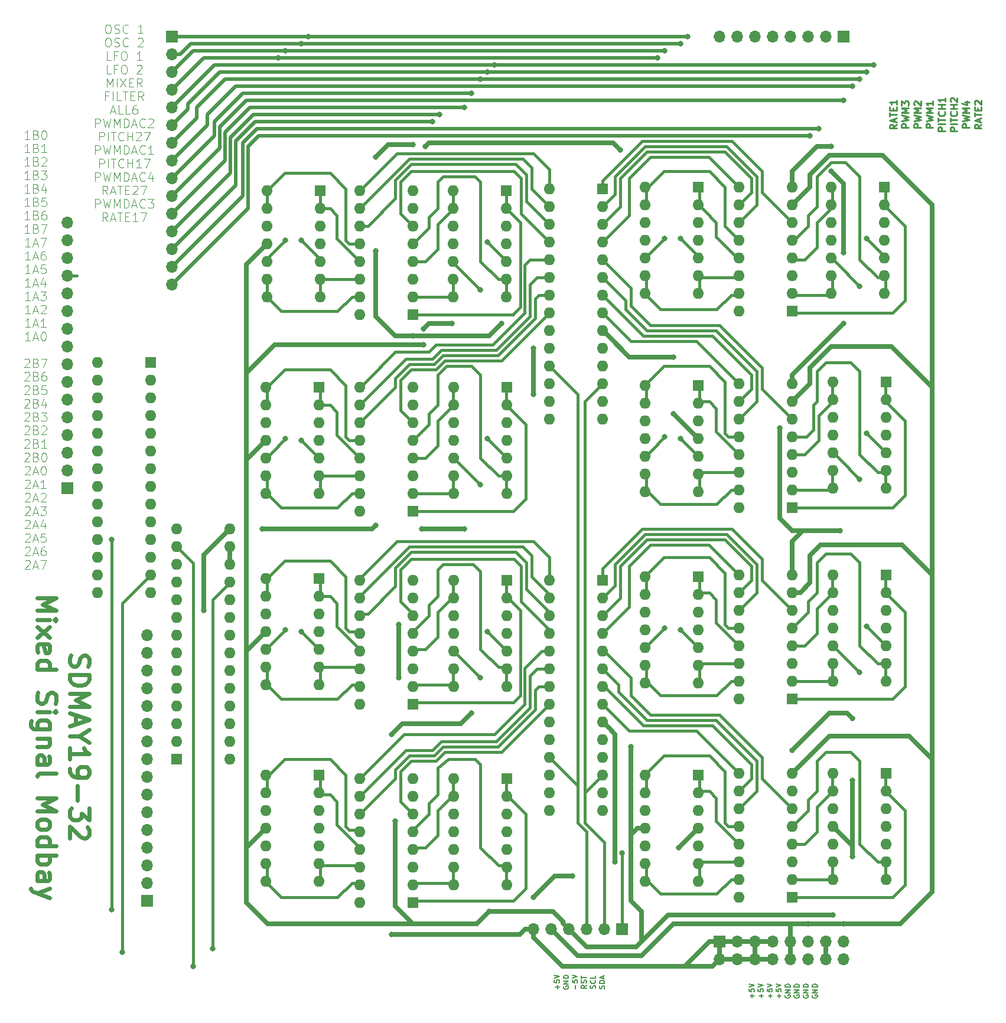
<source format=gbr>
G04 #@! TF.GenerationSoftware,KiCad,Pcbnew,(5.0.1-3-g963ef8bb5)*
G04 #@! TF.CreationDate,2019-04-09T02:40:33-05:00*
G04 #@! TF.ProjectId,SDMAY1932,53444D4159313933322E6B696361645F,rev?*
G04 #@! TF.SameCoordinates,Original*
G04 #@! TF.FileFunction,Copper,L1,Top,Signal*
G04 #@! TF.FilePolarity,Positive*
%FSLAX46Y46*%
G04 Gerber Fmt 4.6, Leading zero omitted, Abs format (unit mm)*
G04 Created by KiCad (PCBNEW (5.0.1-3-g963ef8bb5)) date Tuesday, April 09, 2019 at 02:40:33 AM*
%MOMM*%
%LPD*%
G01*
G04 APERTURE LIST*
G04 #@! TA.AperFunction,NonConductor*
%ADD10C,0.184500*%
G04 #@! TD*
G04 #@! TA.AperFunction,NonConductor*
%ADD11C,0.248000*%
G04 #@! TD*
G04 #@! TA.AperFunction,NonConductor*
%ADD12C,0.057500*%
G04 #@! TD*
G04 #@! TA.AperFunction,NonConductor*
%ADD13C,0.554000*%
G04 #@! TD*
G04 #@! TA.AperFunction,ComponentPad*
%ADD14R,1.600000X1.600000*%
G04 #@! TD*
G04 #@! TA.AperFunction,ComponentPad*
%ADD15O,1.600000X1.600000*%
G04 #@! TD*
G04 #@! TA.AperFunction,ComponentPad*
%ADD16R,1.700000X1.700000*%
G04 #@! TD*
G04 #@! TA.AperFunction,ComponentPad*
%ADD17O,1.700000X1.700000*%
G04 #@! TD*
G04 #@! TA.AperFunction,ViaPad*
%ADD18C,0.800000*%
G04 #@! TD*
G04 #@! TA.AperFunction,Conductor*
%ADD19C,0.381000*%
G04 #@! TD*
G04 #@! TA.AperFunction,Conductor*
%ADD20C,0.508000*%
G04 #@! TD*
G04 #@! TA.AperFunction,Conductor*
%ADD21C,0.635000*%
G04 #@! TD*
G04 APERTURE END LIST*
D10*
X121770464Y-161222857D02*
X121770464Y-160660571D01*
X122051607Y-160941714D02*
X121489321Y-160941714D01*
X121313607Y-159957714D02*
X121313607Y-160309142D01*
X121665035Y-160344285D01*
X121629892Y-160309142D01*
X121594750Y-160238857D01*
X121594750Y-160063142D01*
X121629892Y-159992857D01*
X121665035Y-159957714D01*
X121735321Y-159922571D01*
X121911035Y-159922571D01*
X121981321Y-159957714D01*
X122016464Y-159992857D01*
X122051607Y-160063142D01*
X122051607Y-160238857D01*
X122016464Y-160309142D01*
X121981321Y-160344285D01*
X121313607Y-159711714D02*
X122051607Y-159465714D01*
X121313607Y-159219714D01*
X123061964Y-161222857D02*
X123061964Y-160660571D01*
X123343107Y-160941714D02*
X122780821Y-160941714D01*
X122605107Y-159957714D02*
X122605107Y-160309142D01*
X122956535Y-160344285D01*
X122921392Y-160309142D01*
X122886250Y-160238857D01*
X122886250Y-160063142D01*
X122921392Y-159992857D01*
X122956535Y-159957714D01*
X123026821Y-159922571D01*
X123202535Y-159922571D01*
X123272821Y-159957714D01*
X123307964Y-159992857D01*
X123343107Y-160063142D01*
X123343107Y-160238857D01*
X123307964Y-160309142D01*
X123272821Y-160344285D01*
X122605107Y-159711714D02*
X123343107Y-159465714D01*
X122605107Y-159219714D01*
X124353464Y-161222857D02*
X124353464Y-160660571D01*
X124634607Y-160941714D02*
X124072321Y-160941714D01*
X123896607Y-159957714D02*
X123896607Y-160309142D01*
X124248035Y-160344285D01*
X124212892Y-160309142D01*
X124177750Y-160238857D01*
X124177750Y-160063142D01*
X124212892Y-159992857D01*
X124248035Y-159957714D01*
X124318321Y-159922571D01*
X124494035Y-159922571D01*
X124564321Y-159957714D01*
X124599464Y-159992857D01*
X124634607Y-160063142D01*
X124634607Y-160238857D01*
X124599464Y-160309142D01*
X124564321Y-160344285D01*
X123896607Y-159711714D02*
X124634607Y-159465714D01*
X123896607Y-159219714D01*
X125644964Y-161222857D02*
X125644964Y-160660571D01*
X125926107Y-160941714D02*
X125363821Y-160941714D01*
X125188107Y-159957714D02*
X125188107Y-160309142D01*
X125539535Y-160344285D01*
X125504392Y-160309142D01*
X125469250Y-160238857D01*
X125469250Y-160063142D01*
X125504392Y-159992857D01*
X125539535Y-159957714D01*
X125609821Y-159922571D01*
X125785535Y-159922571D01*
X125855821Y-159957714D01*
X125890964Y-159992857D01*
X125926107Y-160063142D01*
X125926107Y-160238857D01*
X125890964Y-160309142D01*
X125855821Y-160344285D01*
X125188107Y-159711714D02*
X125926107Y-159465714D01*
X125188107Y-159219714D01*
X126514750Y-160836285D02*
X126479607Y-160906571D01*
X126479607Y-161012000D01*
X126514750Y-161117428D01*
X126585035Y-161187714D01*
X126655321Y-161222857D01*
X126795892Y-161258000D01*
X126901321Y-161258000D01*
X127041892Y-161222857D01*
X127112178Y-161187714D01*
X127182464Y-161117428D01*
X127217607Y-161012000D01*
X127217607Y-160941714D01*
X127182464Y-160836285D01*
X127147321Y-160801142D01*
X126901321Y-160801142D01*
X126901321Y-160941714D01*
X127217607Y-160484857D02*
X126479607Y-160484857D01*
X127217607Y-160063142D01*
X126479607Y-160063142D01*
X127217607Y-159711714D02*
X126479607Y-159711714D01*
X126479607Y-159536000D01*
X126514750Y-159430571D01*
X126585035Y-159360285D01*
X126655321Y-159325142D01*
X126795892Y-159290000D01*
X126901321Y-159290000D01*
X127041892Y-159325142D01*
X127112178Y-159360285D01*
X127182464Y-159430571D01*
X127217607Y-159536000D01*
X127217607Y-159711714D01*
X127806250Y-160836285D02*
X127771107Y-160906571D01*
X127771107Y-161012000D01*
X127806250Y-161117428D01*
X127876535Y-161187714D01*
X127946821Y-161222857D01*
X128087392Y-161258000D01*
X128192821Y-161258000D01*
X128333392Y-161222857D01*
X128403678Y-161187714D01*
X128473964Y-161117428D01*
X128509107Y-161012000D01*
X128509107Y-160941714D01*
X128473964Y-160836285D01*
X128438821Y-160801142D01*
X128192821Y-160801142D01*
X128192821Y-160941714D01*
X128509107Y-160484857D02*
X127771107Y-160484857D01*
X128509107Y-160063142D01*
X127771107Y-160063142D01*
X128509107Y-159711714D02*
X127771107Y-159711714D01*
X127771107Y-159536000D01*
X127806250Y-159430571D01*
X127876535Y-159360285D01*
X127946821Y-159325142D01*
X128087392Y-159290000D01*
X128192821Y-159290000D01*
X128333392Y-159325142D01*
X128403678Y-159360285D01*
X128473964Y-159430571D01*
X128509107Y-159536000D01*
X128509107Y-159711714D01*
X129097750Y-160836285D02*
X129062607Y-160906571D01*
X129062607Y-161012000D01*
X129097750Y-161117428D01*
X129168035Y-161187714D01*
X129238321Y-161222857D01*
X129378892Y-161258000D01*
X129484321Y-161258000D01*
X129624892Y-161222857D01*
X129695178Y-161187714D01*
X129765464Y-161117428D01*
X129800607Y-161012000D01*
X129800607Y-160941714D01*
X129765464Y-160836285D01*
X129730321Y-160801142D01*
X129484321Y-160801142D01*
X129484321Y-160941714D01*
X129800607Y-160484857D02*
X129062607Y-160484857D01*
X129800607Y-160063142D01*
X129062607Y-160063142D01*
X129800607Y-159711714D02*
X129062607Y-159711714D01*
X129062607Y-159536000D01*
X129097750Y-159430571D01*
X129168035Y-159360285D01*
X129238321Y-159325142D01*
X129378892Y-159290000D01*
X129484321Y-159290000D01*
X129624892Y-159325142D01*
X129695178Y-159360285D01*
X129765464Y-159430571D01*
X129800607Y-159536000D01*
X129800607Y-159711714D01*
X130389250Y-160836285D02*
X130354107Y-160906571D01*
X130354107Y-161012000D01*
X130389250Y-161117428D01*
X130459535Y-161187714D01*
X130529821Y-161222857D01*
X130670392Y-161258000D01*
X130775821Y-161258000D01*
X130916392Y-161222857D01*
X130986678Y-161187714D01*
X131056964Y-161117428D01*
X131092107Y-161012000D01*
X131092107Y-160941714D01*
X131056964Y-160836285D01*
X131021821Y-160801142D01*
X130775821Y-160801142D01*
X130775821Y-160941714D01*
X131092107Y-160484857D02*
X130354107Y-160484857D01*
X131092107Y-160063142D01*
X130354107Y-160063142D01*
X131092107Y-159711714D02*
X130354107Y-159711714D01*
X130354107Y-159536000D01*
X130389250Y-159430571D01*
X130459535Y-159360285D01*
X130529821Y-159325142D01*
X130670392Y-159290000D01*
X130775821Y-159290000D01*
X130916392Y-159325142D01*
X130986678Y-159360285D01*
X131056964Y-159430571D01*
X131092107Y-159536000D01*
X131092107Y-159711714D01*
X93851964Y-159952857D02*
X93851964Y-159390571D01*
X94133107Y-159671714D02*
X93570821Y-159671714D01*
X93395107Y-158687714D02*
X93395107Y-159039142D01*
X93746535Y-159074285D01*
X93711392Y-159039142D01*
X93676250Y-158968857D01*
X93676250Y-158793142D01*
X93711392Y-158722857D01*
X93746535Y-158687714D01*
X93816821Y-158652571D01*
X93992535Y-158652571D01*
X94062821Y-158687714D01*
X94097964Y-158722857D01*
X94133107Y-158793142D01*
X94133107Y-158968857D01*
X94097964Y-159039142D01*
X94062821Y-159074285D01*
X93395107Y-158441714D02*
X94133107Y-158195714D01*
X93395107Y-157949714D01*
X94721750Y-159566285D02*
X94686607Y-159636571D01*
X94686607Y-159742000D01*
X94721750Y-159847428D01*
X94792035Y-159917714D01*
X94862321Y-159952857D01*
X95002892Y-159988000D01*
X95108321Y-159988000D01*
X95248892Y-159952857D01*
X95319178Y-159917714D01*
X95389464Y-159847428D01*
X95424607Y-159742000D01*
X95424607Y-159671714D01*
X95389464Y-159566285D01*
X95354321Y-159531142D01*
X95108321Y-159531142D01*
X95108321Y-159671714D01*
X95424607Y-159214857D02*
X94686607Y-159214857D01*
X95424607Y-158793142D01*
X94686607Y-158793142D01*
X95424607Y-158441714D02*
X94686607Y-158441714D01*
X94686607Y-158266000D01*
X94721750Y-158160571D01*
X94792035Y-158090285D01*
X94862321Y-158055142D01*
X95002892Y-158020000D01*
X95108321Y-158020000D01*
X95248892Y-158055142D01*
X95319178Y-158090285D01*
X95389464Y-158160571D01*
X95424607Y-158266000D01*
X95424607Y-158441714D01*
X96434964Y-159952857D02*
X96434964Y-159390571D01*
X95978107Y-158687714D02*
X95978107Y-159039142D01*
X96329535Y-159074285D01*
X96294392Y-159039142D01*
X96259250Y-158968857D01*
X96259250Y-158793142D01*
X96294392Y-158722857D01*
X96329535Y-158687714D01*
X96399821Y-158652571D01*
X96575535Y-158652571D01*
X96645821Y-158687714D01*
X96680964Y-158722857D01*
X96716107Y-158793142D01*
X96716107Y-158968857D01*
X96680964Y-159039142D01*
X96645821Y-159074285D01*
X95978107Y-158441714D02*
X96716107Y-158195714D01*
X95978107Y-157949714D01*
X98007607Y-159408142D02*
X97656178Y-159654142D01*
X98007607Y-159829857D02*
X97269607Y-159829857D01*
X97269607Y-159548714D01*
X97304750Y-159478428D01*
X97339892Y-159443285D01*
X97410178Y-159408142D01*
X97515607Y-159408142D01*
X97585892Y-159443285D01*
X97621035Y-159478428D01*
X97656178Y-159548714D01*
X97656178Y-159829857D01*
X97972464Y-159127000D02*
X98007607Y-159021571D01*
X98007607Y-158845857D01*
X97972464Y-158775571D01*
X97937321Y-158740428D01*
X97867035Y-158705285D01*
X97796750Y-158705285D01*
X97726464Y-158740428D01*
X97691321Y-158775571D01*
X97656178Y-158845857D01*
X97621035Y-158986428D01*
X97585892Y-159056714D01*
X97550750Y-159091857D01*
X97480464Y-159127000D01*
X97410178Y-159127000D01*
X97339892Y-159091857D01*
X97304750Y-159056714D01*
X97269607Y-158986428D01*
X97269607Y-158810714D01*
X97304750Y-158705285D01*
X97269607Y-158494428D02*
X97269607Y-158072714D01*
X98007607Y-158283571D02*
X97269607Y-158283571D01*
X99263964Y-159882571D02*
X99299107Y-159777142D01*
X99299107Y-159601428D01*
X99263964Y-159531142D01*
X99228821Y-159496000D01*
X99158535Y-159460857D01*
X99088250Y-159460857D01*
X99017964Y-159496000D01*
X98982821Y-159531142D01*
X98947678Y-159601428D01*
X98912535Y-159742000D01*
X98877392Y-159812285D01*
X98842250Y-159847428D01*
X98771964Y-159882571D01*
X98701678Y-159882571D01*
X98631392Y-159847428D01*
X98596250Y-159812285D01*
X98561107Y-159742000D01*
X98561107Y-159566285D01*
X98596250Y-159460857D01*
X99228821Y-158722857D02*
X99263964Y-158758000D01*
X99299107Y-158863428D01*
X99299107Y-158933714D01*
X99263964Y-159039142D01*
X99193678Y-159109428D01*
X99123392Y-159144571D01*
X98982821Y-159179714D01*
X98877392Y-159179714D01*
X98736821Y-159144571D01*
X98666535Y-159109428D01*
X98596250Y-159039142D01*
X98561107Y-158933714D01*
X98561107Y-158863428D01*
X98596250Y-158758000D01*
X98631392Y-158722857D01*
X99299107Y-158055142D02*
X99299107Y-158406571D01*
X98561107Y-158406571D01*
X100555464Y-159900142D02*
X100590607Y-159794714D01*
X100590607Y-159619000D01*
X100555464Y-159548714D01*
X100520321Y-159513571D01*
X100450035Y-159478428D01*
X100379750Y-159478428D01*
X100309464Y-159513571D01*
X100274321Y-159548714D01*
X100239178Y-159619000D01*
X100204035Y-159759571D01*
X100168892Y-159829857D01*
X100133750Y-159865000D01*
X100063464Y-159900142D01*
X99993178Y-159900142D01*
X99922892Y-159865000D01*
X99887750Y-159829857D01*
X99852607Y-159759571D01*
X99852607Y-159583857D01*
X99887750Y-159478428D01*
X100590607Y-159162142D02*
X99852607Y-159162142D01*
X99852607Y-158986428D01*
X99887750Y-158881000D01*
X99958035Y-158810714D01*
X100028321Y-158775571D01*
X100168892Y-158740428D01*
X100274321Y-158740428D01*
X100414892Y-158775571D01*
X100485178Y-158810714D01*
X100555464Y-158881000D01*
X100590607Y-158986428D01*
X100590607Y-159162142D01*
X100379750Y-158459285D02*
X100379750Y-158107857D01*
X100590607Y-158529571D02*
X99852607Y-158283571D01*
X100590607Y-158037571D01*
D11*
X142454761Y-35961142D02*
X141982380Y-36291809D01*
X142454761Y-36528000D02*
X141462761Y-36528000D01*
X141462761Y-36150095D01*
X141510000Y-36055619D01*
X141557238Y-36008380D01*
X141651714Y-35961142D01*
X141793428Y-35961142D01*
X141887904Y-36008380D01*
X141935142Y-36055619D01*
X141982380Y-36150095D01*
X141982380Y-36528000D01*
X142171333Y-35583238D02*
X142171333Y-35110857D01*
X142454761Y-35677714D02*
X141462761Y-35347047D01*
X142454761Y-35016380D01*
X141462761Y-34827428D02*
X141462761Y-34260571D01*
X142454761Y-34544000D02*
X141462761Y-34544000D01*
X141935142Y-33929904D02*
X141935142Y-33599238D01*
X142454761Y-33457523D02*
X142454761Y-33929904D01*
X141462761Y-33929904D01*
X141462761Y-33457523D01*
X142454761Y-32512761D02*
X142454761Y-33079619D01*
X142454761Y-32796190D02*
X141462761Y-32796190D01*
X141604476Y-32890666D01*
X141698952Y-32985142D01*
X141746190Y-33079619D01*
X144190761Y-36409904D02*
X143198761Y-36409904D01*
X143198761Y-36032000D01*
X143246000Y-35937523D01*
X143293238Y-35890285D01*
X143387714Y-35843047D01*
X143529428Y-35843047D01*
X143623904Y-35890285D01*
X143671142Y-35937523D01*
X143718380Y-36032000D01*
X143718380Y-36409904D01*
X143198761Y-35512380D02*
X144190761Y-35276190D01*
X143482190Y-35087238D01*
X144190761Y-34898285D01*
X143198761Y-34662095D01*
X144190761Y-34284190D02*
X143198761Y-34284190D01*
X143907333Y-33953523D01*
X143198761Y-33622857D01*
X144190761Y-33622857D01*
X143198761Y-33244952D02*
X143198761Y-32630857D01*
X143576666Y-32961523D01*
X143576666Y-32819809D01*
X143623904Y-32725333D01*
X143671142Y-32678095D01*
X143765619Y-32630857D01*
X144001809Y-32630857D01*
X144096285Y-32678095D01*
X144143523Y-32725333D01*
X144190761Y-32819809D01*
X144190761Y-33103238D01*
X144143523Y-33197714D01*
X144096285Y-33244952D01*
X145926761Y-36409904D02*
X144934761Y-36409904D01*
X144934761Y-36032000D01*
X144982000Y-35937523D01*
X145029238Y-35890285D01*
X145123714Y-35843047D01*
X145265428Y-35843047D01*
X145359904Y-35890285D01*
X145407142Y-35937523D01*
X145454380Y-36032000D01*
X145454380Y-36409904D01*
X144934761Y-35512380D02*
X145926761Y-35276190D01*
X145218190Y-35087238D01*
X145926761Y-34898285D01*
X144934761Y-34662095D01*
X145926761Y-34284190D02*
X144934761Y-34284190D01*
X145643333Y-33953523D01*
X144934761Y-33622857D01*
X145926761Y-33622857D01*
X145029238Y-33197714D02*
X144982000Y-33150476D01*
X144934761Y-33056000D01*
X144934761Y-32819809D01*
X144982000Y-32725333D01*
X145029238Y-32678095D01*
X145123714Y-32630857D01*
X145218190Y-32630857D01*
X145359904Y-32678095D01*
X145926761Y-33244952D01*
X145926761Y-32630857D01*
X147662761Y-36409904D02*
X146670761Y-36409904D01*
X146670761Y-36032000D01*
X146718000Y-35937523D01*
X146765238Y-35890285D01*
X146859714Y-35843047D01*
X147001428Y-35843047D01*
X147095904Y-35890285D01*
X147143142Y-35937523D01*
X147190380Y-36032000D01*
X147190380Y-36409904D01*
X146670761Y-35512380D02*
X147662761Y-35276190D01*
X146954190Y-35087238D01*
X147662761Y-34898285D01*
X146670761Y-34662095D01*
X147662761Y-34284190D02*
X146670761Y-34284190D01*
X147379333Y-33953523D01*
X146670761Y-33622857D01*
X147662761Y-33622857D01*
X147662761Y-32630857D02*
X147662761Y-33197714D01*
X147662761Y-32914285D02*
X146670761Y-32914285D01*
X146812476Y-33008761D01*
X146906952Y-33103238D01*
X146954190Y-33197714D01*
X149398761Y-36905904D02*
X148406761Y-36905904D01*
X148406761Y-36528000D01*
X148454000Y-36433523D01*
X148501238Y-36386285D01*
X148595714Y-36339047D01*
X148737428Y-36339047D01*
X148831904Y-36386285D01*
X148879142Y-36433523D01*
X148926380Y-36528000D01*
X148926380Y-36905904D01*
X149398761Y-35913904D02*
X148406761Y-35913904D01*
X148406761Y-35583238D02*
X148406761Y-35016380D01*
X149398761Y-35299809D02*
X148406761Y-35299809D01*
X149304285Y-34118857D02*
X149351523Y-34166095D01*
X149398761Y-34307809D01*
X149398761Y-34402285D01*
X149351523Y-34544000D01*
X149257047Y-34638476D01*
X149162571Y-34685714D01*
X148973619Y-34732952D01*
X148831904Y-34732952D01*
X148642952Y-34685714D01*
X148548476Y-34638476D01*
X148454000Y-34544000D01*
X148406761Y-34402285D01*
X148406761Y-34307809D01*
X148454000Y-34166095D01*
X148501238Y-34118857D01*
X149398761Y-33693714D02*
X148406761Y-33693714D01*
X148879142Y-33693714D02*
X148879142Y-33126857D01*
X149398761Y-33126857D02*
X148406761Y-33126857D01*
X149398761Y-32134857D02*
X149398761Y-32701714D01*
X149398761Y-32418285D02*
X148406761Y-32418285D01*
X148548476Y-32512761D01*
X148642952Y-32607238D01*
X148690190Y-32701714D01*
X151134761Y-36905904D02*
X150142761Y-36905904D01*
X150142761Y-36528000D01*
X150190000Y-36433523D01*
X150237238Y-36386285D01*
X150331714Y-36339047D01*
X150473428Y-36339047D01*
X150567904Y-36386285D01*
X150615142Y-36433523D01*
X150662380Y-36528000D01*
X150662380Y-36905904D01*
X151134761Y-35913904D02*
X150142761Y-35913904D01*
X150142761Y-35583238D02*
X150142761Y-35016380D01*
X151134761Y-35299809D02*
X150142761Y-35299809D01*
X151040285Y-34118857D02*
X151087523Y-34166095D01*
X151134761Y-34307809D01*
X151134761Y-34402285D01*
X151087523Y-34544000D01*
X150993047Y-34638476D01*
X150898571Y-34685714D01*
X150709619Y-34732952D01*
X150567904Y-34732952D01*
X150378952Y-34685714D01*
X150284476Y-34638476D01*
X150190000Y-34544000D01*
X150142761Y-34402285D01*
X150142761Y-34307809D01*
X150190000Y-34166095D01*
X150237238Y-34118857D01*
X151134761Y-33693714D02*
X150142761Y-33693714D01*
X150615142Y-33693714D02*
X150615142Y-33126857D01*
X151134761Y-33126857D02*
X150142761Y-33126857D01*
X150237238Y-32701714D02*
X150190000Y-32654476D01*
X150142761Y-32560000D01*
X150142761Y-32323809D01*
X150190000Y-32229333D01*
X150237238Y-32182095D01*
X150331714Y-32134857D01*
X150426190Y-32134857D01*
X150567904Y-32182095D01*
X151134761Y-32748952D01*
X151134761Y-32134857D01*
X152870761Y-36409904D02*
X151878761Y-36409904D01*
X151878761Y-36032000D01*
X151926000Y-35937523D01*
X151973238Y-35890285D01*
X152067714Y-35843047D01*
X152209428Y-35843047D01*
X152303904Y-35890285D01*
X152351142Y-35937523D01*
X152398380Y-36032000D01*
X152398380Y-36409904D01*
X151878761Y-35512380D02*
X152870761Y-35276190D01*
X152162190Y-35087238D01*
X152870761Y-34898285D01*
X151878761Y-34662095D01*
X152870761Y-34284190D02*
X151878761Y-34284190D01*
X152587333Y-33953523D01*
X151878761Y-33622857D01*
X152870761Y-33622857D01*
X152209428Y-32725333D02*
X152870761Y-32725333D01*
X151831523Y-32961523D02*
X152540095Y-33197714D01*
X152540095Y-32583619D01*
X154606761Y-35961142D02*
X154134380Y-36291809D01*
X154606761Y-36528000D02*
X153614761Y-36528000D01*
X153614761Y-36150095D01*
X153662000Y-36055619D01*
X153709238Y-36008380D01*
X153803714Y-35961142D01*
X153945428Y-35961142D01*
X154039904Y-36008380D01*
X154087142Y-36055619D01*
X154134380Y-36150095D01*
X154134380Y-36528000D01*
X154323333Y-35583238D02*
X154323333Y-35110857D01*
X154606761Y-35677714D02*
X153614761Y-35347047D01*
X154606761Y-35016380D01*
X153614761Y-34827428D02*
X153614761Y-34260571D01*
X154606761Y-34544000D02*
X153614761Y-34544000D01*
X154087142Y-33929904D02*
X154087142Y-33599238D01*
X154606761Y-33457523D02*
X154606761Y-33929904D01*
X153614761Y-33929904D01*
X153614761Y-33457523D01*
X153709238Y-33079619D02*
X153662000Y-33032380D01*
X153614761Y-32937904D01*
X153614761Y-32701714D01*
X153662000Y-32607238D01*
X153709238Y-32560000D01*
X153803714Y-32512761D01*
X153898190Y-32512761D01*
X154039904Y-32560000D01*
X154606761Y-33126857D01*
X154606761Y-32512761D01*
D12*
X18189666Y-38065666D02*
X17477666Y-38065666D01*
X17833666Y-38065666D02*
X17833666Y-36819666D01*
X17715000Y-36997666D01*
X17596333Y-37116333D01*
X17477666Y-37175666D01*
X19139000Y-37413000D02*
X19317000Y-37472333D01*
X19376333Y-37531666D01*
X19435666Y-37650333D01*
X19435666Y-37828333D01*
X19376333Y-37947000D01*
X19317000Y-38006333D01*
X19198333Y-38065666D01*
X18723666Y-38065666D01*
X18723666Y-36819666D01*
X19139000Y-36819666D01*
X19257666Y-36879000D01*
X19317000Y-36938333D01*
X19376333Y-37057000D01*
X19376333Y-37175666D01*
X19317000Y-37294333D01*
X19257666Y-37353666D01*
X19139000Y-37413000D01*
X18723666Y-37413000D01*
X20207000Y-36819666D02*
X20325666Y-36819666D01*
X20444333Y-36879000D01*
X20503666Y-36938333D01*
X20563000Y-37057000D01*
X20622333Y-37294333D01*
X20622333Y-37591000D01*
X20563000Y-37828333D01*
X20503666Y-37947000D01*
X20444333Y-38006333D01*
X20325666Y-38065666D01*
X20207000Y-38065666D01*
X20088333Y-38006333D01*
X20029000Y-37947000D01*
X19969666Y-37828333D01*
X19910333Y-37591000D01*
X19910333Y-37294333D01*
X19969666Y-37057000D01*
X20029000Y-36938333D01*
X20088333Y-36879000D01*
X20207000Y-36819666D01*
X18189666Y-39992166D02*
X17477666Y-39992166D01*
X17833666Y-39992166D02*
X17833666Y-38746166D01*
X17715000Y-38924166D01*
X17596333Y-39042833D01*
X17477666Y-39102166D01*
X19139000Y-39339500D02*
X19317000Y-39398833D01*
X19376333Y-39458166D01*
X19435666Y-39576833D01*
X19435666Y-39754833D01*
X19376333Y-39873500D01*
X19317000Y-39932833D01*
X19198333Y-39992166D01*
X18723666Y-39992166D01*
X18723666Y-38746166D01*
X19139000Y-38746166D01*
X19257666Y-38805500D01*
X19317000Y-38864833D01*
X19376333Y-38983500D01*
X19376333Y-39102166D01*
X19317000Y-39220833D01*
X19257666Y-39280166D01*
X19139000Y-39339500D01*
X18723666Y-39339500D01*
X20622333Y-39992166D02*
X19910333Y-39992166D01*
X20266333Y-39992166D02*
X20266333Y-38746166D01*
X20147666Y-38924166D01*
X20029000Y-39042833D01*
X19910333Y-39102166D01*
X18189666Y-41918666D02*
X17477666Y-41918666D01*
X17833666Y-41918666D02*
X17833666Y-40672666D01*
X17715000Y-40850666D01*
X17596333Y-40969333D01*
X17477666Y-41028666D01*
X19139000Y-41266000D02*
X19317000Y-41325333D01*
X19376333Y-41384666D01*
X19435666Y-41503333D01*
X19435666Y-41681333D01*
X19376333Y-41800000D01*
X19317000Y-41859333D01*
X19198333Y-41918666D01*
X18723666Y-41918666D01*
X18723666Y-40672666D01*
X19139000Y-40672666D01*
X19257666Y-40732000D01*
X19317000Y-40791333D01*
X19376333Y-40910000D01*
X19376333Y-41028666D01*
X19317000Y-41147333D01*
X19257666Y-41206666D01*
X19139000Y-41266000D01*
X18723666Y-41266000D01*
X19910333Y-40791333D02*
X19969666Y-40732000D01*
X20088333Y-40672666D01*
X20385000Y-40672666D01*
X20503666Y-40732000D01*
X20563000Y-40791333D01*
X20622333Y-40910000D01*
X20622333Y-41028666D01*
X20563000Y-41206666D01*
X19851000Y-41918666D01*
X20622333Y-41918666D01*
X18189666Y-43845166D02*
X17477666Y-43845166D01*
X17833666Y-43845166D02*
X17833666Y-42599166D01*
X17715000Y-42777166D01*
X17596333Y-42895833D01*
X17477666Y-42955166D01*
X19139000Y-43192500D02*
X19317000Y-43251833D01*
X19376333Y-43311166D01*
X19435666Y-43429833D01*
X19435666Y-43607833D01*
X19376333Y-43726500D01*
X19317000Y-43785833D01*
X19198333Y-43845166D01*
X18723666Y-43845166D01*
X18723666Y-42599166D01*
X19139000Y-42599166D01*
X19257666Y-42658500D01*
X19317000Y-42717833D01*
X19376333Y-42836500D01*
X19376333Y-42955166D01*
X19317000Y-43073833D01*
X19257666Y-43133166D01*
X19139000Y-43192500D01*
X18723666Y-43192500D01*
X19851000Y-42599166D02*
X20622333Y-42599166D01*
X20207000Y-43073833D01*
X20385000Y-43073833D01*
X20503666Y-43133166D01*
X20563000Y-43192500D01*
X20622333Y-43311166D01*
X20622333Y-43607833D01*
X20563000Y-43726500D01*
X20503666Y-43785833D01*
X20385000Y-43845166D01*
X20029000Y-43845166D01*
X19910333Y-43785833D01*
X19851000Y-43726500D01*
X18189666Y-45771666D02*
X17477666Y-45771666D01*
X17833666Y-45771666D02*
X17833666Y-44525666D01*
X17715000Y-44703666D01*
X17596333Y-44822333D01*
X17477666Y-44881666D01*
X19139000Y-45119000D02*
X19317000Y-45178333D01*
X19376333Y-45237666D01*
X19435666Y-45356333D01*
X19435666Y-45534333D01*
X19376333Y-45653000D01*
X19317000Y-45712333D01*
X19198333Y-45771666D01*
X18723666Y-45771666D01*
X18723666Y-44525666D01*
X19139000Y-44525666D01*
X19257666Y-44585000D01*
X19317000Y-44644333D01*
X19376333Y-44763000D01*
X19376333Y-44881666D01*
X19317000Y-45000333D01*
X19257666Y-45059666D01*
X19139000Y-45119000D01*
X18723666Y-45119000D01*
X20503666Y-44941000D02*
X20503666Y-45771666D01*
X20207000Y-44466333D02*
X19910333Y-45356333D01*
X20681666Y-45356333D01*
X18189666Y-47698166D02*
X17477666Y-47698166D01*
X17833666Y-47698166D02*
X17833666Y-46452166D01*
X17715000Y-46630166D01*
X17596333Y-46748833D01*
X17477666Y-46808166D01*
X19139000Y-47045500D02*
X19317000Y-47104833D01*
X19376333Y-47164166D01*
X19435666Y-47282833D01*
X19435666Y-47460833D01*
X19376333Y-47579500D01*
X19317000Y-47638833D01*
X19198333Y-47698166D01*
X18723666Y-47698166D01*
X18723666Y-46452166D01*
X19139000Y-46452166D01*
X19257666Y-46511500D01*
X19317000Y-46570833D01*
X19376333Y-46689500D01*
X19376333Y-46808166D01*
X19317000Y-46926833D01*
X19257666Y-46986166D01*
X19139000Y-47045500D01*
X18723666Y-47045500D01*
X20563000Y-46452166D02*
X19969666Y-46452166D01*
X19910333Y-47045500D01*
X19969666Y-46986166D01*
X20088333Y-46926833D01*
X20385000Y-46926833D01*
X20503666Y-46986166D01*
X20563000Y-47045500D01*
X20622333Y-47164166D01*
X20622333Y-47460833D01*
X20563000Y-47579500D01*
X20503666Y-47638833D01*
X20385000Y-47698166D01*
X20088333Y-47698166D01*
X19969666Y-47638833D01*
X19910333Y-47579500D01*
X18189666Y-49624666D02*
X17477666Y-49624666D01*
X17833666Y-49624666D02*
X17833666Y-48378666D01*
X17715000Y-48556666D01*
X17596333Y-48675333D01*
X17477666Y-48734666D01*
X19139000Y-48972000D02*
X19317000Y-49031333D01*
X19376333Y-49090666D01*
X19435666Y-49209333D01*
X19435666Y-49387333D01*
X19376333Y-49506000D01*
X19317000Y-49565333D01*
X19198333Y-49624666D01*
X18723666Y-49624666D01*
X18723666Y-48378666D01*
X19139000Y-48378666D01*
X19257666Y-48438000D01*
X19317000Y-48497333D01*
X19376333Y-48616000D01*
X19376333Y-48734666D01*
X19317000Y-48853333D01*
X19257666Y-48912666D01*
X19139000Y-48972000D01*
X18723666Y-48972000D01*
X20503666Y-48378666D02*
X20266333Y-48378666D01*
X20147666Y-48438000D01*
X20088333Y-48497333D01*
X19969666Y-48675333D01*
X19910333Y-48912666D01*
X19910333Y-49387333D01*
X19969666Y-49506000D01*
X20029000Y-49565333D01*
X20147666Y-49624666D01*
X20385000Y-49624666D01*
X20503666Y-49565333D01*
X20563000Y-49506000D01*
X20622333Y-49387333D01*
X20622333Y-49090666D01*
X20563000Y-48972000D01*
X20503666Y-48912666D01*
X20385000Y-48853333D01*
X20147666Y-48853333D01*
X20029000Y-48912666D01*
X19969666Y-48972000D01*
X19910333Y-49090666D01*
X18189666Y-51551166D02*
X17477666Y-51551166D01*
X17833666Y-51551166D02*
X17833666Y-50305166D01*
X17715000Y-50483166D01*
X17596333Y-50601833D01*
X17477666Y-50661166D01*
X19139000Y-50898500D02*
X19317000Y-50957833D01*
X19376333Y-51017166D01*
X19435666Y-51135833D01*
X19435666Y-51313833D01*
X19376333Y-51432500D01*
X19317000Y-51491833D01*
X19198333Y-51551166D01*
X18723666Y-51551166D01*
X18723666Y-50305166D01*
X19139000Y-50305166D01*
X19257666Y-50364500D01*
X19317000Y-50423833D01*
X19376333Y-50542500D01*
X19376333Y-50661166D01*
X19317000Y-50779833D01*
X19257666Y-50839166D01*
X19139000Y-50898500D01*
X18723666Y-50898500D01*
X19851000Y-50305166D02*
X20681666Y-50305166D01*
X20147666Y-51551166D01*
X18278666Y-53477666D02*
X17566666Y-53477666D01*
X17922666Y-53477666D02*
X17922666Y-52231666D01*
X17804000Y-52409666D01*
X17685333Y-52528333D01*
X17566666Y-52587666D01*
X18753333Y-53121666D02*
X19346666Y-53121666D01*
X18634666Y-53477666D02*
X19050000Y-52231666D01*
X19465333Y-53477666D01*
X19762000Y-52231666D02*
X20592666Y-52231666D01*
X20058666Y-53477666D01*
X18278666Y-55404166D02*
X17566666Y-55404166D01*
X17922666Y-55404166D02*
X17922666Y-54158166D01*
X17804000Y-54336166D01*
X17685333Y-54454833D01*
X17566666Y-54514166D01*
X18753333Y-55048166D02*
X19346666Y-55048166D01*
X18634666Y-55404166D02*
X19050000Y-54158166D01*
X19465333Y-55404166D01*
X20414666Y-54158166D02*
X20177333Y-54158166D01*
X20058666Y-54217500D01*
X19999333Y-54276833D01*
X19880666Y-54454833D01*
X19821333Y-54692166D01*
X19821333Y-55166833D01*
X19880666Y-55285500D01*
X19940000Y-55344833D01*
X20058666Y-55404166D01*
X20296000Y-55404166D01*
X20414666Y-55344833D01*
X20474000Y-55285500D01*
X20533333Y-55166833D01*
X20533333Y-54870166D01*
X20474000Y-54751500D01*
X20414666Y-54692166D01*
X20296000Y-54632833D01*
X20058666Y-54632833D01*
X19940000Y-54692166D01*
X19880666Y-54751500D01*
X19821333Y-54870166D01*
X18278666Y-57330666D02*
X17566666Y-57330666D01*
X17922666Y-57330666D02*
X17922666Y-56084666D01*
X17804000Y-56262666D01*
X17685333Y-56381333D01*
X17566666Y-56440666D01*
X18753333Y-56974666D02*
X19346666Y-56974666D01*
X18634666Y-57330666D02*
X19050000Y-56084666D01*
X19465333Y-57330666D01*
X20474000Y-56084666D02*
X19880666Y-56084666D01*
X19821333Y-56678000D01*
X19880666Y-56618666D01*
X19999333Y-56559333D01*
X20296000Y-56559333D01*
X20414666Y-56618666D01*
X20474000Y-56678000D01*
X20533333Y-56796666D01*
X20533333Y-57093333D01*
X20474000Y-57212000D01*
X20414666Y-57271333D01*
X20296000Y-57330666D01*
X19999333Y-57330666D01*
X19880666Y-57271333D01*
X19821333Y-57212000D01*
X18278666Y-59257166D02*
X17566666Y-59257166D01*
X17922666Y-59257166D02*
X17922666Y-58011166D01*
X17804000Y-58189166D01*
X17685333Y-58307833D01*
X17566666Y-58367166D01*
X18753333Y-58901166D02*
X19346666Y-58901166D01*
X18634666Y-59257166D02*
X19050000Y-58011166D01*
X19465333Y-59257166D01*
X20414666Y-58426500D02*
X20414666Y-59257166D01*
X20118000Y-57951833D02*
X19821333Y-58841833D01*
X20592666Y-58841833D01*
X18278666Y-61183666D02*
X17566666Y-61183666D01*
X17922666Y-61183666D02*
X17922666Y-59937666D01*
X17804000Y-60115666D01*
X17685333Y-60234333D01*
X17566666Y-60293666D01*
X18753333Y-60827666D02*
X19346666Y-60827666D01*
X18634666Y-61183666D02*
X19050000Y-59937666D01*
X19465333Y-61183666D01*
X19762000Y-59937666D02*
X20533333Y-59937666D01*
X20118000Y-60412333D01*
X20296000Y-60412333D01*
X20414666Y-60471666D01*
X20474000Y-60531000D01*
X20533333Y-60649666D01*
X20533333Y-60946333D01*
X20474000Y-61065000D01*
X20414666Y-61124333D01*
X20296000Y-61183666D01*
X19940000Y-61183666D01*
X19821333Y-61124333D01*
X19762000Y-61065000D01*
X18278666Y-63110166D02*
X17566666Y-63110166D01*
X17922666Y-63110166D02*
X17922666Y-61864166D01*
X17804000Y-62042166D01*
X17685333Y-62160833D01*
X17566666Y-62220166D01*
X18753333Y-62754166D02*
X19346666Y-62754166D01*
X18634666Y-63110166D02*
X19050000Y-61864166D01*
X19465333Y-63110166D01*
X19821333Y-61982833D02*
X19880666Y-61923500D01*
X19999333Y-61864166D01*
X20296000Y-61864166D01*
X20414666Y-61923500D01*
X20474000Y-61982833D01*
X20533333Y-62101500D01*
X20533333Y-62220166D01*
X20474000Y-62398166D01*
X19762000Y-63110166D01*
X20533333Y-63110166D01*
X18278666Y-65036666D02*
X17566666Y-65036666D01*
X17922666Y-65036666D02*
X17922666Y-63790666D01*
X17804000Y-63968666D01*
X17685333Y-64087333D01*
X17566666Y-64146666D01*
X18753333Y-64680666D02*
X19346666Y-64680666D01*
X18634666Y-65036666D02*
X19050000Y-63790666D01*
X19465333Y-65036666D01*
X20533333Y-65036666D02*
X19821333Y-65036666D01*
X20177333Y-65036666D02*
X20177333Y-63790666D01*
X20058666Y-63968666D01*
X19940000Y-64087333D01*
X19821333Y-64146666D01*
X18278666Y-66963166D02*
X17566666Y-66963166D01*
X17922666Y-66963166D02*
X17922666Y-65717166D01*
X17804000Y-65895166D01*
X17685333Y-66013833D01*
X17566666Y-66073166D01*
X18753333Y-66607166D02*
X19346666Y-66607166D01*
X18634666Y-66963166D02*
X19050000Y-65717166D01*
X19465333Y-66963166D01*
X20118000Y-65717166D02*
X20236666Y-65717166D01*
X20355333Y-65776500D01*
X20414666Y-65835833D01*
X20474000Y-65954500D01*
X20533333Y-66191833D01*
X20533333Y-66488500D01*
X20474000Y-66725833D01*
X20414666Y-66844500D01*
X20355333Y-66903833D01*
X20236666Y-66963166D01*
X20118000Y-66963166D01*
X19999333Y-66903833D01*
X19940000Y-66844500D01*
X19880666Y-66725833D01*
X19821333Y-66488500D01*
X19821333Y-66191833D01*
X19880666Y-65954500D01*
X19940000Y-65835833D01*
X19999333Y-65776500D01*
X20118000Y-65717166D01*
X17477666Y-69688833D02*
X17537000Y-69629500D01*
X17655666Y-69570166D01*
X17952333Y-69570166D01*
X18071000Y-69629500D01*
X18130333Y-69688833D01*
X18189666Y-69807500D01*
X18189666Y-69926166D01*
X18130333Y-70104166D01*
X17418333Y-70816166D01*
X18189666Y-70816166D01*
X19139000Y-70163500D02*
X19317000Y-70222833D01*
X19376333Y-70282166D01*
X19435666Y-70400833D01*
X19435666Y-70578833D01*
X19376333Y-70697500D01*
X19317000Y-70756833D01*
X19198333Y-70816166D01*
X18723666Y-70816166D01*
X18723666Y-69570166D01*
X19139000Y-69570166D01*
X19257666Y-69629500D01*
X19317000Y-69688833D01*
X19376333Y-69807500D01*
X19376333Y-69926166D01*
X19317000Y-70044833D01*
X19257666Y-70104166D01*
X19139000Y-70163500D01*
X18723666Y-70163500D01*
X19851000Y-69570166D02*
X20681666Y-69570166D01*
X20147666Y-70816166D01*
X17477666Y-71615333D02*
X17537000Y-71556000D01*
X17655666Y-71496666D01*
X17952333Y-71496666D01*
X18071000Y-71556000D01*
X18130333Y-71615333D01*
X18189666Y-71734000D01*
X18189666Y-71852666D01*
X18130333Y-72030666D01*
X17418333Y-72742666D01*
X18189666Y-72742666D01*
X19139000Y-72090000D02*
X19317000Y-72149333D01*
X19376333Y-72208666D01*
X19435666Y-72327333D01*
X19435666Y-72505333D01*
X19376333Y-72624000D01*
X19317000Y-72683333D01*
X19198333Y-72742666D01*
X18723666Y-72742666D01*
X18723666Y-71496666D01*
X19139000Y-71496666D01*
X19257666Y-71556000D01*
X19317000Y-71615333D01*
X19376333Y-71734000D01*
X19376333Y-71852666D01*
X19317000Y-71971333D01*
X19257666Y-72030666D01*
X19139000Y-72090000D01*
X18723666Y-72090000D01*
X20503666Y-71496666D02*
X20266333Y-71496666D01*
X20147666Y-71556000D01*
X20088333Y-71615333D01*
X19969666Y-71793333D01*
X19910333Y-72030666D01*
X19910333Y-72505333D01*
X19969666Y-72624000D01*
X20029000Y-72683333D01*
X20147666Y-72742666D01*
X20385000Y-72742666D01*
X20503666Y-72683333D01*
X20563000Y-72624000D01*
X20622333Y-72505333D01*
X20622333Y-72208666D01*
X20563000Y-72090000D01*
X20503666Y-72030666D01*
X20385000Y-71971333D01*
X20147666Y-71971333D01*
X20029000Y-72030666D01*
X19969666Y-72090000D01*
X19910333Y-72208666D01*
X17477666Y-73541833D02*
X17537000Y-73482500D01*
X17655666Y-73423166D01*
X17952333Y-73423166D01*
X18071000Y-73482500D01*
X18130333Y-73541833D01*
X18189666Y-73660500D01*
X18189666Y-73779166D01*
X18130333Y-73957166D01*
X17418333Y-74669166D01*
X18189666Y-74669166D01*
X19139000Y-74016500D02*
X19317000Y-74075833D01*
X19376333Y-74135166D01*
X19435666Y-74253833D01*
X19435666Y-74431833D01*
X19376333Y-74550500D01*
X19317000Y-74609833D01*
X19198333Y-74669166D01*
X18723666Y-74669166D01*
X18723666Y-73423166D01*
X19139000Y-73423166D01*
X19257666Y-73482500D01*
X19317000Y-73541833D01*
X19376333Y-73660500D01*
X19376333Y-73779166D01*
X19317000Y-73897833D01*
X19257666Y-73957166D01*
X19139000Y-74016500D01*
X18723666Y-74016500D01*
X20563000Y-73423166D02*
X19969666Y-73423166D01*
X19910333Y-74016500D01*
X19969666Y-73957166D01*
X20088333Y-73897833D01*
X20385000Y-73897833D01*
X20503666Y-73957166D01*
X20563000Y-74016500D01*
X20622333Y-74135166D01*
X20622333Y-74431833D01*
X20563000Y-74550500D01*
X20503666Y-74609833D01*
X20385000Y-74669166D01*
X20088333Y-74669166D01*
X19969666Y-74609833D01*
X19910333Y-74550500D01*
X17477666Y-75468333D02*
X17537000Y-75409000D01*
X17655666Y-75349666D01*
X17952333Y-75349666D01*
X18071000Y-75409000D01*
X18130333Y-75468333D01*
X18189666Y-75587000D01*
X18189666Y-75705666D01*
X18130333Y-75883666D01*
X17418333Y-76595666D01*
X18189666Y-76595666D01*
X19139000Y-75943000D02*
X19317000Y-76002333D01*
X19376333Y-76061666D01*
X19435666Y-76180333D01*
X19435666Y-76358333D01*
X19376333Y-76477000D01*
X19317000Y-76536333D01*
X19198333Y-76595666D01*
X18723666Y-76595666D01*
X18723666Y-75349666D01*
X19139000Y-75349666D01*
X19257666Y-75409000D01*
X19317000Y-75468333D01*
X19376333Y-75587000D01*
X19376333Y-75705666D01*
X19317000Y-75824333D01*
X19257666Y-75883666D01*
X19139000Y-75943000D01*
X18723666Y-75943000D01*
X20503666Y-75765000D02*
X20503666Y-76595666D01*
X20207000Y-75290333D02*
X19910333Y-76180333D01*
X20681666Y-76180333D01*
X17477666Y-77394833D02*
X17537000Y-77335500D01*
X17655666Y-77276166D01*
X17952333Y-77276166D01*
X18071000Y-77335500D01*
X18130333Y-77394833D01*
X18189666Y-77513500D01*
X18189666Y-77632166D01*
X18130333Y-77810166D01*
X17418333Y-78522166D01*
X18189666Y-78522166D01*
X19139000Y-77869500D02*
X19317000Y-77928833D01*
X19376333Y-77988166D01*
X19435666Y-78106833D01*
X19435666Y-78284833D01*
X19376333Y-78403500D01*
X19317000Y-78462833D01*
X19198333Y-78522166D01*
X18723666Y-78522166D01*
X18723666Y-77276166D01*
X19139000Y-77276166D01*
X19257666Y-77335500D01*
X19317000Y-77394833D01*
X19376333Y-77513500D01*
X19376333Y-77632166D01*
X19317000Y-77750833D01*
X19257666Y-77810166D01*
X19139000Y-77869500D01*
X18723666Y-77869500D01*
X19851000Y-77276166D02*
X20622333Y-77276166D01*
X20207000Y-77750833D01*
X20385000Y-77750833D01*
X20503666Y-77810166D01*
X20563000Y-77869500D01*
X20622333Y-77988166D01*
X20622333Y-78284833D01*
X20563000Y-78403500D01*
X20503666Y-78462833D01*
X20385000Y-78522166D01*
X20029000Y-78522166D01*
X19910333Y-78462833D01*
X19851000Y-78403500D01*
X17477666Y-79321333D02*
X17537000Y-79262000D01*
X17655666Y-79202666D01*
X17952333Y-79202666D01*
X18071000Y-79262000D01*
X18130333Y-79321333D01*
X18189666Y-79440000D01*
X18189666Y-79558666D01*
X18130333Y-79736666D01*
X17418333Y-80448666D01*
X18189666Y-80448666D01*
X19139000Y-79796000D02*
X19317000Y-79855333D01*
X19376333Y-79914666D01*
X19435666Y-80033333D01*
X19435666Y-80211333D01*
X19376333Y-80330000D01*
X19317000Y-80389333D01*
X19198333Y-80448666D01*
X18723666Y-80448666D01*
X18723666Y-79202666D01*
X19139000Y-79202666D01*
X19257666Y-79262000D01*
X19317000Y-79321333D01*
X19376333Y-79440000D01*
X19376333Y-79558666D01*
X19317000Y-79677333D01*
X19257666Y-79736666D01*
X19139000Y-79796000D01*
X18723666Y-79796000D01*
X19910333Y-79321333D02*
X19969666Y-79262000D01*
X20088333Y-79202666D01*
X20385000Y-79202666D01*
X20503666Y-79262000D01*
X20563000Y-79321333D01*
X20622333Y-79440000D01*
X20622333Y-79558666D01*
X20563000Y-79736666D01*
X19851000Y-80448666D01*
X20622333Y-80448666D01*
X17477666Y-81247833D02*
X17537000Y-81188500D01*
X17655666Y-81129166D01*
X17952333Y-81129166D01*
X18071000Y-81188500D01*
X18130333Y-81247833D01*
X18189666Y-81366500D01*
X18189666Y-81485166D01*
X18130333Y-81663166D01*
X17418333Y-82375166D01*
X18189666Y-82375166D01*
X19139000Y-81722500D02*
X19317000Y-81781833D01*
X19376333Y-81841166D01*
X19435666Y-81959833D01*
X19435666Y-82137833D01*
X19376333Y-82256500D01*
X19317000Y-82315833D01*
X19198333Y-82375166D01*
X18723666Y-82375166D01*
X18723666Y-81129166D01*
X19139000Y-81129166D01*
X19257666Y-81188500D01*
X19317000Y-81247833D01*
X19376333Y-81366500D01*
X19376333Y-81485166D01*
X19317000Y-81603833D01*
X19257666Y-81663166D01*
X19139000Y-81722500D01*
X18723666Y-81722500D01*
X20622333Y-82375166D02*
X19910333Y-82375166D01*
X20266333Y-82375166D02*
X20266333Y-81129166D01*
X20147666Y-81307166D01*
X20029000Y-81425833D01*
X19910333Y-81485166D01*
X17477666Y-83174333D02*
X17537000Y-83115000D01*
X17655666Y-83055666D01*
X17952333Y-83055666D01*
X18071000Y-83115000D01*
X18130333Y-83174333D01*
X18189666Y-83293000D01*
X18189666Y-83411666D01*
X18130333Y-83589666D01*
X17418333Y-84301666D01*
X18189666Y-84301666D01*
X19139000Y-83649000D02*
X19317000Y-83708333D01*
X19376333Y-83767666D01*
X19435666Y-83886333D01*
X19435666Y-84064333D01*
X19376333Y-84183000D01*
X19317000Y-84242333D01*
X19198333Y-84301666D01*
X18723666Y-84301666D01*
X18723666Y-83055666D01*
X19139000Y-83055666D01*
X19257666Y-83115000D01*
X19317000Y-83174333D01*
X19376333Y-83293000D01*
X19376333Y-83411666D01*
X19317000Y-83530333D01*
X19257666Y-83589666D01*
X19139000Y-83649000D01*
X18723666Y-83649000D01*
X20207000Y-83055666D02*
X20325666Y-83055666D01*
X20444333Y-83115000D01*
X20503666Y-83174333D01*
X20563000Y-83293000D01*
X20622333Y-83530333D01*
X20622333Y-83827000D01*
X20563000Y-84064333D01*
X20503666Y-84183000D01*
X20444333Y-84242333D01*
X20325666Y-84301666D01*
X20207000Y-84301666D01*
X20088333Y-84242333D01*
X20029000Y-84183000D01*
X19969666Y-84064333D01*
X19910333Y-83827000D01*
X19910333Y-83530333D01*
X19969666Y-83293000D01*
X20029000Y-83174333D01*
X20088333Y-83115000D01*
X20207000Y-83055666D01*
X17566666Y-85100833D02*
X17626000Y-85041500D01*
X17744666Y-84982166D01*
X18041333Y-84982166D01*
X18160000Y-85041500D01*
X18219333Y-85100833D01*
X18278666Y-85219500D01*
X18278666Y-85338166D01*
X18219333Y-85516166D01*
X17507333Y-86228166D01*
X18278666Y-86228166D01*
X18753333Y-85872166D02*
X19346666Y-85872166D01*
X18634666Y-86228166D02*
X19050000Y-84982166D01*
X19465333Y-86228166D01*
X20118000Y-84982166D02*
X20236666Y-84982166D01*
X20355333Y-85041500D01*
X20414666Y-85100833D01*
X20474000Y-85219500D01*
X20533333Y-85456833D01*
X20533333Y-85753500D01*
X20474000Y-85990833D01*
X20414666Y-86109500D01*
X20355333Y-86168833D01*
X20236666Y-86228166D01*
X20118000Y-86228166D01*
X19999333Y-86168833D01*
X19940000Y-86109500D01*
X19880666Y-85990833D01*
X19821333Y-85753500D01*
X19821333Y-85456833D01*
X19880666Y-85219500D01*
X19940000Y-85100833D01*
X19999333Y-85041500D01*
X20118000Y-84982166D01*
X17566666Y-87027333D02*
X17626000Y-86968000D01*
X17744666Y-86908666D01*
X18041333Y-86908666D01*
X18160000Y-86968000D01*
X18219333Y-87027333D01*
X18278666Y-87146000D01*
X18278666Y-87264666D01*
X18219333Y-87442666D01*
X17507333Y-88154666D01*
X18278666Y-88154666D01*
X18753333Y-87798666D02*
X19346666Y-87798666D01*
X18634666Y-88154666D02*
X19050000Y-86908666D01*
X19465333Y-88154666D01*
X20533333Y-88154666D02*
X19821333Y-88154666D01*
X20177333Y-88154666D02*
X20177333Y-86908666D01*
X20058666Y-87086666D01*
X19940000Y-87205333D01*
X19821333Y-87264666D01*
X17566666Y-88953833D02*
X17626000Y-88894500D01*
X17744666Y-88835166D01*
X18041333Y-88835166D01*
X18160000Y-88894500D01*
X18219333Y-88953833D01*
X18278666Y-89072500D01*
X18278666Y-89191166D01*
X18219333Y-89369166D01*
X17507333Y-90081166D01*
X18278666Y-90081166D01*
X18753333Y-89725166D02*
X19346666Y-89725166D01*
X18634666Y-90081166D02*
X19050000Y-88835166D01*
X19465333Y-90081166D01*
X19821333Y-88953833D02*
X19880666Y-88894500D01*
X19999333Y-88835166D01*
X20296000Y-88835166D01*
X20414666Y-88894500D01*
X20474000Y-88953833D01*
X20533333Y-89072500D01*
X20533333Y-89191166D01*
X20474000Y-89369166D01*
X19762000Y-90081166D01*
X20533333Y-90081166D01*
X17566666Y-90880333D02*
X17626000Y-90821000D01*
X17744666Y-90761666D01*
X18041333Y-90761666D01*
X18160000Y-90821000D01*
X18219333Y-90880333D01*
X18278666Y-90999000D01*
X18278666Y-91117666D01*
X18219333Y-91295666D01*
X17507333Y-92007666D01*
X18278666Y-92007666D01*
X18753333Y-91651666D02*
X19346666Y-91651666D01*
X18634666Y-92007666D02*
X19050000Y-90761666D01*
X19465333Y-92007666D01*
X19762000Y-90761666D02*
X20533333Y-90761666D01*
X20118000Y-91236333D01*
X20296000Y-91236333D01*
X20414666Y-91295666D01*
X20474000Y-91355000D01*
X20533333Y-91473666D01*
X20533333Y-91770333D01*
X20474000Y-91889000D01*
X20414666Y-91948333D01*
X20296000Y-92007666D01*
X19940000Y-92007666D01*
X19821333Y-91948333D01*
X19762000Y-91889000D01*
X17566666Y-92806833D02*
X17626000Y-92747500D01*
X17744666Y-92688166D01*
X18041333Y-92688166D01*
X18160000Y-92747500D01*
X18219333Y-92806833D01*
X18278666Y-92925500D01*
X18278666Y-93044166D01*
X18219333Y-93222166D01*
X17507333Y-93934166D01*
X18278666Y-93934166D01*
X18753333Y-93578166D02*
X19346666Y-93578166D01*
X18634666Y-93934166D02*
X19050000Y-92688166D01*
X19465333Y-93934166D01*
X20414666Y-93103500D02*
X20414666Y-93934166D01*
X20118000Y-92628833D02*
X19821333Y-93518833D01*
X20592666Y-93518833D01*
X17566666Y-94733333D02*
X17626000Y-94674000D01*
X17744666Y-94614666D01*
X18041333Y-94614666D01*
X18160000Y-94674000D01*
X18219333Y-94733333D01*
X18278666Y-94852000D01*
X18278666Y-94970666D01*
X18219333Y-95148666D01*
X17507333Y-95860666D01*
X18278666Y-95860666D01*
X18753333Y-95504666D02*
X19346666Y-95504666D01*
X18634666Y-95860666D02*
X19050000Y-94614666D01*
X19465333Y-95860666D01*
X20474000Y-94614666D02*
X19880666Y-94614666D01*
X19821333Y-95208000D01*
X19880666Y-95148666D01*
X19999333Y-95089333D01*
X20296000Y-95089333D01*
X20414666Y-95148666D01*
X20474000Y-95208000D01*
X20533333Y-95326666D01*
X20533333Y-95623333D01*
X20474000Y-95742000D01*
X20414666Y-95801333D01*
X20296000Y-95860666D01*
X19999333Y-95860666D01*
X19880666Y-95801333D01*
X19821333Y-95742000D01*
X17566666Y-96659833D02*
X17626000Y-96600500D01*
X17744666Y-96541166D01*
X18041333Y-96541166D01*
X18160000Y-96600500D01*
X18219333Y-96659833D01*
X18278666Y-96778500D01*
X18278666Y-96897166D01*
X18219333Y-97075166D01*
X17507333Y-97787166D01*
X18278666Y-97787166D01*
X18753333Y-97431166D02*
X19346666Y-97431166D01*
X18634666Y-97787166D02*
X19050000Y-96541166D01*
X19465333Y-97787166D01*
X20414666Y-96541166D02*
X20177333Y-96541166D01*
X20058666Y-96600500D01*
X19999333Y-96659833D01*
X19880666Y-96837833D01*
X19821333Y-97075166D01*
X19821333Y-97549833D01*
X19880666Y-97668500D01*
X19940000Y-97727833D01*
X20058666Y-97787166D01*
X20296000Y-97787166D01*
X20414666Y-97727833D01*
X20474000Y-97668500D01*
X20533333Y-97549833D01*
X20533333Y-97253166D01*
X20474000Y-97134500D01*
X20414666Y-97075166D01*
X20296000Y-97015833D01*
X20058666Y-97015833D01*
X19940000Y-97075166D01*
X19880666Y-97134500D01*
X19821333Y-97253166D01*
X17566666Y-98586333D02*
X17626000Y-98527000D01*
X17744666Y-98467666D01*
X18041333Y-98467666D01*
X18160000Y-98527000D01*
X18219333Y-98586333D01*
X18278666Y-98705000D01*
X18278666Y-98823666D01*
X18219333Y-99001666D01*
X17507333Y-99713666D01*
X18278666Y-99713666D01*
X18753333Y-99357666D02*
X19346666Y-99357666D01*
X18634666Y-99713666D02*
X19050000Y-98467666D01*
X19465333Y-99713666D01*
X19762000Y-98467666D02*
X20592666Y-98467666D01*
X20058666Y-99713666D01*
X29347000Y-21646166D02*
X29584333Y-21646166D01*
X29703000Y-21705500D01*
X29821666Y-21824166D01*
X29881000Y-22061500D01*
X29881000Y-22476833D01*
X29821666Y-22714166D01*
X29703000Y-22832833D01*
X29584333Y-22892166D01*
X29347000Y-22892166D01*
X29228333Y-22832833D01*
X29109666Y-22714166D01*
X29050333Y-22476833D01*
X29050333Y-22061500D01*
X29109666Y-21824166D01*
X29228333Y-21705500D01*
X29347000Y-21646166D01*
X30355666Y-22832833D02*
X30533666Y-22892166D01*
X30830333Y-22892166D01*
X30949000Y-22832833D01*
X31008333Y-22773500D01*
X31067666Y-22654833D01*
X31067666Y-22536166D01*
X31008333Y-22417500D01*
X30949000Y-22358166D01*
X30830333Y-22298833D01*
X30593000Y-22239500D01*
X30474333Y-22180166D01*
X30415000Y-22120833D01*
X30355666Y-22002166D01*
X30355666Y-21883500D01*
X30415000Y-21764833D01*
X30474333Y-21705500D01*
X30593000Y-21646166D01*
X30889666Y-21646166D01*
X31067666Y-21705500D01*
X32313666Y-22773500D02*
X32254333Y-22832833D01*
X32076333Y-22892166D01*
X31957666Y-22892166D01*
X31779666Y-22832833D01*
X31661000Y-22714166D01*
X31601666Y-22595500D01*
X31542333Y-22358166D01*
X31542333Y-22180166D01*
X31601666Y-21942833D01*
X31661000Y-21824166D01*
X31779666Y-21705500D01*
X31957666Y-21646166D01*
X32076333Y-21646166D01*
X32254333Y-21705500D01*
X32313666Y-21764833D01*
X34449666Y-22892166D02*
X33737666Y-22892166D01*
X34093666Y-22892166D02*
X34093666Y-21646166D01*
X33975000Y-21824166D01*
X33856333Y-21942833D01*
X33737666Y-22002166D01*
X29347000Y-23572666D02*
X29584333Y-23572666D01*
X29703000Y-23632000D01*
X29821666Y-23750666D01*
X29881000Y-23988000D01*
X29881000Y-24403333D01*
X29821666Y-24640666D01*
X29703000Y-24759333D01*
X29584333Y-24818666D01*
X29347000Y-24818666D01*
X29228333Y-24759333D01*
X29109666Y-24640666D01*
X29050333Y-24403333D01*
X29050333Y-23988000D01*
X29109666Y-23750666D01*
X29228333Y-23632000D01*
X29347000Y-23572666D01*
X30355666Y-24759333D02*
X30533666Y-24818666D01*
X30830333Y-24818666D01*
X30949000Y-24759333D01*
X31008333Y-24700000D01*
X31067666Y-24581333D01*
X31067666Y-24462666D01*
X31008333Y-24344000D01*
X30949000Y-24284666D01*
X30830333Y-24225333D01*
X30593000Y-24166000D01*
X30474333Y-24106666D01*
X30415000Y-24047333D01*
X30355666Y-23928666D01*
X30355666Y-23810000D01*
X30415000Y-23691333D01*
X30474333Y-23632000D01*
X30593000Y-23572666D01*
X30889666Y-23572666D01*
X31067666Y-23632000D01*
X32313666Y-24700000D02*
X32254333Y-24759333D01*
X32076333Y-24818666D01*
X31957666Y-24818666D01*
X31779666Y-24759333D01*
X31661000Y-24640666D01*
X31601666Y-24522000D01*
X31542333Y-24284666D01*
X31542333Y-24106666D01*
X31601666Y-23869333D01*
X31661000Y-23750666D01*
X31779666Y-23632000D01*
X31957666Y-23572666D01*
X32076333Y-23572666D01*
X32254333Y-23632000D01*
X32313666Y-23691333D01*
X33737666Y-23691333D02*
X33797000Y-23632000D01*
X33915666Y-23572666D01*
X34212333Y-23572666D01*
X34331000Y-23632000D01*
X34390333Y-23691333D01*
X34449666Y-23810000D01*
X34449666Y-23928666D01*
X34390333Y-24106666D01*
X33678333Y-24818666D01*
X34449666Y-24818666D01*
X29881000Y-26745166D02*
X29287666Y-26745166D01*
X29287666Y-25499166D01*
X30711666Y-26092500D02*
X30296333Y-26092500D01*
X30296333Y-26745166D02*
X30296333Y-25499166D01*
X30889666Y-25499166D01*
X31601666Y-25499166D02*
X31839000Y-25499166D01*
X31957666Y-25558500D01*
X32076333Y-25677166D01*
X32135666Y-25914500D01*
X32135666Y-26329833D01*
X32076333Y-26567166D01*
X31957666Y-26685833D01*
X31839000Y-26745166D01*
X31601666Y-26745166D01*
X31483000Y-26685833D01*
X31364333Y-26567166D01*
X31305000Y-26329833D01*
X31305000Y-25914500D01*
X31364333Y-25677166D01*
X31483000Y-25558500D01*
X31601666Y-25499166D01*
X34271666Y-26745166D02*
X33559666Y-26745166D01*
X33915666Y-26745166D02*
X33915666Y-25499166D01*
X33797000Y-25677166D01*
X33678333Y-25795833D01*
X33559666Y-25855166D01*
X29881000Y-28671666D02*
X29287666Y-28671666D01*
X29287666Y-27425666D01*
X30711666Y-28019000D02*
X30296333Y-28019000D01*
X30296333Y-28671666D02*
X30296333Y-27425666D01*
X30889666Y-27425666D01*
X31601666Y-27425666D02*
X31839000Y-27425666D01*
X31957666Y-27485000D01*
X32076333Y-27603666D01*
X32135666Y-27841000D01*
X32135666Y-28256333D01*
X32076333Y-28493666D01*
X31957666Y-28612333D01*
X31839000Y-28671666D01*
X31601666Y-28671666D01*
X31483000Y-28612333D01*
X31364333Y-28493666D01*
X31305000Y-28256333D01*
X31305000Y-27841000D01*
X31364333Y-27603666D01*
X31483000Y-27485000D01*
X31601666Y-27425666D01*
X33559666Y-27544333D02*
X33619000Y-27485000D01*
X33737666Y-27425666D01*
X34034333Y-27425666D01*
X34153000Y-27485000D01*
X34212333Y-27544333D01*
X34271666Y-27663000D01*
X34271666Y-27781666D01*
X34212333Y-27959666D01*
X33500333Y-28671666D01*
X34271666Y-28671666D01*
X29258000Y-30598166D02*
X29258000Y-29352166D01*
X29673333Y-30242166D01*
X30088666Y-29352166D01*
X30088666Y-30598166D01*
X30682000Y-30598166D02*
X30682000Y-29352166D01*
X31156666Y-29352166D02*
X31987333Y-30598166D01*
X31987333Y-29352166D02*
X31156666Y-30598166D01*
X32462000Y-29945500D02*
X32877333Y-29945500D01*
X33055333Y-30598166D02*
X32462000Y-30598166D01*
X32462000Y-29352166D01*
X33055333Y-29352166D01*
X34301333Y-30598166D02*
X33886000Y-30004833D01*
X33589333Y-30598166D02*
X33589333Y-29352166D01*
X34064000Y-29352166D01*
X34182666Y-29411500D01*
X34242000Y-29470833D01*
X34301333Y-29589500D01*
X34301333Y-29767500D01*
X34242000Y-29886166D01*
X34182666Y-29945500D01*
X34064000Y-30004833D01*
X33589333Y-30004833D01*
X29465666Y-31872000D02*
X29050333Y-31872000D01*
X29050333Y-32524666D02*
X29050333Y-31278666D01*
X29643666Y-31278666D01*
X30118333Y-32524666D02*
X30118333Y-31278666D01*
X31305000Y-32524666D02*
X30711666Y-32524666D01*
X30711666Y-31278666D01*
X31542333Y-31278666D02*
X32254333Y-31278666D01*
X31898333Y-32524666D02*
X31898333Y-31278666D01*
X32669666Y-31872000D02*
X33085000Y-31872000D01*
X33263000Y-32524666D02*
X32669666Y-32524666D01*
X32669666Y-31278666D01*
X33263000Y-31278666D01*
X34509000Y-32524666D02*
X34093666Y-31931333D01*
X33797000Y-32524666D02*
X33797000Y-31278666D01*
X34271666Y-31278666D01*
X34390333Y-31338000D01*
X34449666Y-31397333D01*
X34509000Y-31516000D01*
X34509000Y-31694000D01*
X34449666Y-31812666D01*
X34390333Y-31872000D01*
X34271666Y-31931333D01*
X33797000Y-31931333D01*
X29851333Y-34095166D02*
X30444666Y-34095166D01*
X29732666Y-34451166D02*
X30148000Y-33205166D01*
X30563333Y-34451166D01*
X31572000Y-34451166D02*
X30978666Y-34451166D01*
X30978666Y-33205166D01*
X32580666Y-34451166D02*
X31987333Y-34451166D01*
X31987333Y-33205166D01*
X33530000Y-33205166D02*
X33292666Y-33205166D01*
X33174000Y-33264500D01*
X33114666Y-33323833D01*
X32996000Y-33501833D01*
X32936666Y-33739166D01*
X32936666Y-34213833D01*
X32996000Y-34332500D01*
X33055333Y-34391833D01*
X33174000Y-34451166D01*
X33411333Y-34451166D01*
X33530000Y-34391833D01*
X33589333Y-34332500D01*
X33648666Y-34213833D01*
X33648666Y-33917166D01*
X33589333Y-33798500D01*
X33530000Y-33739166D01*
X33411333Y-33679833D01*
X33174000Y-33679833D01*
X33055333Y-33739166D01*
X32996000Y-33798500D01*
X32936666Y-33917166D01*
X27626333Y-36377666D02*
X27626333Y-35131666D01*
X28101000Y-35131666D01*
X28219666Y-35191000D01*
X28279000Y-35250333D01*
X28338333Y-35369000D01*
X28338333Y-35547000D01*
X28279000Y-35665666D01*
X28219666Y-35725000D01*
X28101000Y-35784333D01*
X27626333Y-35784333D01*
X28753666Y-35131666D02*
X29050333Y-36377666D01*
X29287666Y-35487666D01*
X29525000Y-36377666D01*
X29821666Y-35131666D01*
X30296333Y-36377666D02*
X30296333Y-35131666D01*
X30711666Y-36021666D01*
X31127000Y-35131666D01*
X31127000Y-36377666D01*
X31720333Y-36377666D02*
X31720333Y-35131666D01*
X32017000Y-35131666D01*
X32195000Y-35191000D01*
X32313666Y-35309666D01*
X32373000Y-35428333D01*
X32432333Y-35665666D01*
X32432333Y-35843666D01*
X32373000Y-36081000D01*
X32313666Y-36199666D01*
X32195000Y-36318333D01*
X32017000Y-36377666D01*
X31720333Y-36377666D01*
X32907000Y-36021666D02*
X33500333Y-36021666D01*
X32788333Y-36377666D02*
X33203666Y-35131666D01*
X33619000Y-36377666D01*
X34746333Y-36259000D02*
X34687000Y-36318333D01*
X34509000Y-36377666D01*
X34390333Y-36377666D01*
X34212333Y-36318333D01*
X34093666Y-36199666D01*
X34034333Y-36081000D01*
X33975000Y-35843666D01*
X33975000Y-35665666D01*
X34034333Y-35428333D01*
X34093666Y-35309666D01*
X34212333Y-35191000D01*
X34390333Y-35131666D01*
X34509000Y-35131666D01*
X34687000Y-35191000D01*
X34746333Y-35250333D01*
X35221000Y-35250333D02*
X35280333Y-35191000D01*
X35399000Y-35131666D01*
X35695666Y-35131666D01*
X35814333Y-35191000D01*
X35873666Y-35250333D01*
X35933000Y-35369000D01*
X35933000Y-35487666D01*
X35873666Y-35665666D01*
X35161666Y-36377666D01*
X35933000Y-36377666D01*
X28190000Y-38304166D02*
X28190000Y-37058166D01*
X28664666Y-37058166D01*
X28783333Y-37117500D01*
X28842666Y-37176833D01*
X28902000Y-37295500D01*
X28902000Y-37473500D01*
X28842666Y-37592166D01*
X28783333Y-37651500D01*
X28664666Y-37710833D01*
X28190000Y-37710833D01*
X29436000Y-38304166D02*
X29436000Y-37058166D01*
X29851333Y-37058166D02*
X30563333Y-37058166D01*
X30207333Y-38304166D02*
X30207333Y-37058166D01*
X31690666Y-38185500D02*
X31631333Y-38244833D01*
X31453333Y-38304166D01*
X31334666Y-38304166D01*
X31156666Y-38244833D01*
X31038000Y-38126166D01*
X30978666Y-38007500D01*
X30919333Y-37770166D01*
X30919333Y-37592166D01*
X30978666Y-37354833D01*
X31038000Y-37236166D01*
X31156666Y-37117500D01*
X31334666Y-37058166D01*
X31453333Y-37058166D01*
X31631333Y-37117500D01*
X31690666Y-37176833D01*
X32224666Y-38304166D02*
X32224666Y-37058166D01*
X32224666Y-37651500D02*
X32936666Y-37651500D01*
X32936666Y-38304166D02*
X32936666Y-37058166D01*
X33470666Y-37176833D02*
X33530000Y-37117500D01*
X33648666Y-37058166D01*
X33945333Y-37058166D01*
X34064000Y-37117500D01*
X34123333Y-37176833D01*
X34182666Y-37295500D01*
X34182666Y-37414166D01*
X34123333Y-37592166D01*
X33411333Y-38304166D01*
X34182666Y-38304166D01*
X34598000Y-37058166D02*
X35428666Y-37058166D01*
X34894666Y-38304166D01*
X27626333Y-40230666D02*
X27626333Y-38984666D01*
X28101000Y-38984666D01*
X28219666Y-39044000D01*
X28279000Y-39103333D01*
X28338333Y-39222000D01*
X28338333Y-39400000D01*
X28279000Y-39518666D01*
X28219666Y-39578000D01*
X28101000Y-39637333D01*
X27626333Y-39637333D01*
X28753666Y-38984666D02*
X29050333Y-40230666D01*
X29287666Y-39340666D01*
X29525000Y-40230666D01*
X29821666Y-38984666D01*
X30296333Y-40230666D02*
X30296333Y-38984666D01*
X30711666Y-39874666D01*
X31127000Y-38984666D01*
X31127000Y-40230666D01*
X31720333Y-40230666D02*
X31720333Y-38984666D01*
X32017000Y-38984666D01*
X32195000Y-39044000D01*
X32313666Y-39162666D01*
X32373000Y-39281333D01*
X32432333Y-39518666D01*
X32432333Y-39696666D01*
X32373000Y-39934000D01*
X32313666Y-40052666D01*
X32195000Y-40171333D01*
X32017000Y-40230666D01*
X31720333Y-40230666D01*
X32907000Y-39874666D02*
X33500333Y-39874666D01*
X32788333Y-40230666D02*
X33203666Y-38984666D01*
X33619000Y-40230666D01*
X34746333Y-40112000D02*
X34687000Y-40171333D01*
X34509000Y-40230666D01*
X34390333Y-40230666D01*
X34212333Y-40171333D01*
X34093666Y-40052666D01*
X34034333Y-39934000D01*
X33975000Y-39696666D01*
X33975000Y-39518666D01*
X34034333Y-39281333D01*
X34093666Y-39162666D01*
X34212333Y-39044000D01*
X34390333Y-38984666D01*
X34509000Y-38984666D01*
X34687000Y-39044000D01*
X34746333Y-39103333D01*
X35933000Y-40230666D02*
X35221000Y-40230666D01*
X35577000Y-40230666D02*
X35577000Y-38984666D01*
X35458333Y-39162666D01*
X35339666Y-39281333D01*
X35221000Y-39340666D01*
X28190000Y-42157166D02*
X28190000Y-40911166D01*
X28664666Y-40911166D01*
X28783333Y-40970500D01*
X28842666Y-41029833D01*
X28902000Y-41148500D01*
X28902000Y-41326500D01*
X28842666Y-41445166D01*
X28783333Y-41504500D01*
X28664666Y-41563833D01*
X28190000Y-41563833D01*
X29436000Y-42157166D02*
X29436000Y-40911166D01*
X29851333Y-40911166D02*
X30563333Y-40911166D01*
X30207333Y-42157166D02*
X30207333Y-40911166D01*
X31690666Y-42038500D02*
X31631333Y-42097833D01*
X31453333Y-42157166D01*
X31334666Y-42157166D01*
X31156666Y-42097833D01*
X31038000Y-41979166D01*
X30978666Y-41860500D01*
X30919333Y-41623166D01*
X30919333Y-41445166D01*
X30978666Y-41207833D01*
X31038000Y-41089166D01*
X31156666Y-40970500D01*
X31334666Y-40911166D01*
X31453333Y-40911166D01*
X31631333Y-40970500D01*
X31690666Y-41029833D01*
X32224666Y-42157166D02*
X32224666Y-40911166D01*
X32224666Y-41504500D02*
X32936666Y-41504500D01*
X32936666Y-42157166D02*
X32936666Y-40911166D01*
X34182666Y-42157166D02*
X33470666Y-42157166D01*
X33826666Y-42157166D02*
X33826666Y-40911166D01*
X33708000Y-41089166D01*
X33589333Y-41207833D01*
X33470666Y-41267166D01*
X34598000Y-40911166D02*
X35428666Y-40911166D01*
X34894666Y-42157166D01*
X27626333Y-44083666D02*
X27626333Y-42837666D01*
X28101000Y-42837666D01*
X28219666Y-42897000D01*
X28279000Y-42956333D01*
X28338333Y-43075000D01*
X28338333Y-43253000D01*
X28279000Y-43371666D01*
X28219666Y-43431000D01*
X28101000Y-43490333D01*
X27626333Y-43490333D01*
X28753666Y-42837666D02*
X29050333Y-44083666D01*
X29287666Y-43193666D01*
X29525000Y-44083666D01*
X29821666Y-42837666D01*
X30296333Y-44083666D02*
X30296333Y-42837666D01*
X30711666Y-43727666D01*
X31127000Y-42837666D01*
X31127000Y-44083666D01*
X31720333Y-44083666D02*
X31720333Y-42837666D01*
X32017000Y-42837666D01*
X32195000Y-42897000D01*
X32313666Y-43015666D01*
X32373000Y-43134333D01*
X32432333Y-43371666D01*
X32432333Y-43549666D01*
X32373000Y-43787000D01*
X32313666Y-43905666D01*
X32195000Y-44024333D01*
X32017000Y-44083666D01*
X31720333Y-44083666D01*
X32907000Y-43727666D02*
X33500333Y-43727666D01*
X32788333Y-44083666D02*
X33203666Y-42837666D01*
X33619000Y-44083666D01*
X34746333Y-43965000D02*
X34687000Y-44024333D01*
X34509000Y-44083666D01*
X34390333Y-44083666D01*
X34212333Y-44024333D01*
X34093666Y-43905666D01*
X34034333Y-43787000D01*
X33975000Y-43549666D01*
X33975000Y-43371666D01*
X34034333Y-43134333D01*
X34093666Y-43015666D01*
X34212333Y-42897000D01*
X34390333Y-42837666D01*
X34509000Y-42837666D01*
X34687000Y-42897000D01*
X34746333Y-42956333D01*
X35814333Y-43253000D02*
X35814333Y-44083666D01*
X35517666Y-42778333D02*
X35221000Y-43668333D01*
X35992333Y-43668333D01*
X29376666Y-46010166D02*
X28961333Y-45416833D01*
X28664666Y-46010166D02*
X28664666Y-44764166D01*
X29139333Y-44764166D01*
X29258000Y-44823500D01*
X29317333Y-44882833D01*
X29376666Y-45001500D01*
X29376666Y-45179500D01*
X29317333Y-45298166D01*
X29258000Y-45357500D01*
X29139333Y-45416833D01*
X28664666Y-45416833D01*
X29851333Y-45654166D02*
X30444666Y-45654166D01*
X29732666Y-46010166D02*
X30148000Y-44764166D01*
X30563333Y-46010166D01*
X30800666Y-44764166D02*
X31512666Y-44764166D01*
X31156666Y-46010166D02*
X31156666Y-44764166D01*
X31928000Y-45357500D02*
X32343333Y-45357500D01*
X32521333Y-46010166D02*
X31928000Y-46010166D01*
X31928000Y-44764166D01*
X32521333Y-44764166D01*
X32996000Y-44882833D02*
X33055333Y-44823500D01*
X33174000Y-44764166D01*
X33470666Y-44764166D01*
X33589333Y-44823500D01*
X33648666Y-44882833D01*
X33708000Y-45001500D01*
X33708000Y-45120166D01*
X33648666Y-45298166D01*
X32936666Y-46010166D01*
X33708000Y-46010166D01*
X34123333Y-44764166D02*
X34954000Y-44764166D01*
X34420000Y-46010166D01*
X27626333Y-47936666D02*
X27626333Y-46690666D01*
X28101000Y-46690666D01*
X28219666Y-46750000D01*
X28279000Y-46809333D01*
X28338333Y-46928000D01*
X28338333Y-47106000D01*
X28279000Y-47224666D01*
X28219666Y-47284000D01*
X28101000Y-47343333D01*
X27626333Y-47343333D01*
X28753666Y-46690666D02*
X29050333Y-47936666D01*
X29287666Y-47046666D01*
X29525000Y-47936666D01*
X29821666Y-46690666D01*
X30296333Y-47936666D02*
X30296333Y-46690666D01*
X30711666Y-47580666D01*
X31127000Y-46690666D01*
X31127000Y-47936666D01*
X31720333Y-47936666D02*
X31720333Y-46690666D01*
X32017000Y-46690666D01*
X32195000Y-46750000D01*
X32313666Y-46868666D01*
X32373000Y-46987333D01*
X32432333Y-47224666D01*
X32432333Y-47402666D01*
X32373000Y-47640000D01*
X32313666Y-47758666D01*
X32195000Y-47877333D01*
X32017000Y-47936666D01*
X31720333Y-47936666D01*
X32907000Y-47580666D02*
X33500333Y-47580666D01*
X32788333Y-47936666D02*
X33203666Y-46690666D01*
X33619000Y-47936666D01*
X34746333Y-47818000D02*
X34687000Y-47877333D01*
X34509000Y-47936666D01*
X34390333Y-47936666D01*
X34212333Y-47877333D01*
X34093666Y-47758666D01*
X34034333Y-47640000D01*
X33975000Y-47402666D01*
X33975000Y-47224666D01*
X34034333Y-46987333D01*
X34093666Y-46868666D01*
X34212333Y-46750000D01*
X34390333Y-46690666D01*
X34509000Y-46690666D01*
X34687000Y-46750000D01*
X34746333Y-46809333D01*
X35161666Y-46690666D02*
X35933000Y-46690666D01*
X35517666Y-47165333D01*
X35695666Y-47165333D01*
X35814333Y-47224666D01*
X35873666Y-47284000D01*
X35933000Y-47402666D01*
X35933000Y-47699333D01*
X35873666Y-47818000D01*
X35814333Y-47877333D01*
X35695666Y-47936666D01*
X35339666Y-47936666D01*
X35221000Y-47877333D01*
X35161666Y-47818000D01*
X29376666Y-49863166D02*
X28961333Y-49269833D01*
X28664666Y-49863166D02*
X28664666Y-48617166D01*
X29139333Y-48617166D01*
X29258000Y-48676500D01*
X29317333Y-48735833D01*
X29376666Y-48854500D01*
X29376666Y-49032500D01*
X29317333Y-49151166D01*
X29258000Y-49210500D01*
X29139333Y-49269833D01*
X28664666Y-49269833D01*
X29851333Y-49507166D02*
X30444666Y-49507166D01*
X29732666Y-49863166D02*
X30148000Y-48617166D01*
X30563333Y-49863166D01*
X30800666Y-48617166D02*
X31512666Y-48617166D01*
X31156666Y-49863166D02*
X31156666Y-48617166D01*
X31928000Y-49210500D02*
X32343333Y-49210500D01*
X32521333Y-49863166D02*
X31928000Y-49863166D01*
X31928000Y-48617166D01*
X32521333Y-48617166D01*
X33708000Y-49863166D02*
X32996000Y-49863166D01*
X33352000Y-49863166D02*
X33352000Y-48617166D01*
X33233333Y-48795166D01*
X33114666Y-48913833D01*
X32996000Y-48973166D01*
X34123333Y-48617166D02*
X34954000Y-48617166D01*
X34420000Y-49863166D01*
D13*
X24093309Y-112097476D02*
X23961404Y-112493190D01*
X23961404Y-113152714D01*
X24093309Y-113416523D01*
X24225214Y-113548428D01*
X24489023Y-113680333D01*
X24752833Y-113680333D01*
X25016642Y-113548428D01*
X25148547Y-113416523D01*
X25280452Y-113152714D01*
X25412357Y-112625095D01*
X25544261Y-112361285D01*
X25676166Y-112229380D01*
X25939976Y-112097476D01*
X26203785Y-112097476D01*
X26467595Y-112229380D01*
X26599500Y-112361285D01*
X26731404Y-112625095D01*
X26731404Y-113284619D01*
X26599500Y-113680333D01*
X23961404Y-114867476D02*
X26731404Y-114867476D01*
X26731404Y-115527000D01*
X26599500Y-115922714D01*
X26335690Y-116186523D01*
X26071880Y-116318428D01*
X25544261Y-116450333D01*
X25148547Y-116450333D01*
X24620928Y-116318428D01*
X24357119Y-116186523D01*
X24093309Y-115922714D01*
X23961404Y-115527000D01*
X23961404Y-114867476D01*
X23961404Y-117637476D02*
X26731404Y-117637476D01*
X24752833Y-118560809D01*
X26731404Y-119484142D01*
X23961404Y-119484142D01*
X24752833Y-120671285D02*
X24752833Y-121990333D01*
X23961404Y-120407476D02*
X26731404Y-121330809D01*
X23961404Y-122254142D01*
X25280452Y-123705095D02*
X23961404Y-123705095D01*
X26731404Y-122781761D02*
X25280452Y-123705095D01*
X26731404Y-124628428D01*
X23961404Y-127002714D02*
X23961404Y-125419857D01*
X23961404Y-126211285D02*
X26731404Y-126211285D01*
X26335690Y-125947476D01*
X26071880Y-125683666D01*
X25939976Y-125419857D01*
X23961404Y-128321761D02*
X23961404Y-128849380D01*
X24093309Y-129113190D01*
X24225214Y-129245095D01*
X24620928Y-129508904D01*
X25148547Y-129640809D01*
X26203785Y-129640809D01*
X26467595Y-129508904D01*
X26599500Y-129377000D01*
X26731404Y-129113190D01*
X26731404Y-128585571D01*
X26599500Y-128321761D01*
X26467595Y-128189857D01*
X26203785Y-128057952D01*
X25544261Y-128057952D01*
X25280452Y-128189857D01*
X25148547Y-128321761D01*
X25016642Y-128585571D01*
X25016642Y-129113190D01*
X25148547Y-129377000D01*
X25280452Y-129508904D01*
X25544261Y-129640809D01*
X25016642Y-130827952D02*
X25016642Y-132938428D01*
X26731404Y-133993666D02*
X26731404Y-135708428D01*
X25676166Y-134785095D01*
X25676166Y-135180809D01*
X25544261Y-135444619D01*
X25412357Y-135576523D01*
X25148547Y-135708428D01*
X24489023Y-135708428D01*
X24225214Y-135576523D01*
X24093309Y-135444619D01*
X23961404Y-135180809D01*
X23961404Y-134389380D01*
X24093309Y-134125571D01*
X24225214Y-133993666D01*
X26467595Y-136763666D02*
X26599499Y-136895571D01*
X26731404Y-137159380D01*
X26731404Y-137818904D01*
X26599499Y-138082714D01*
X26467595Y-138214619D01*
X26203785Y-138346523D01*
X25939976Y-138346523D01*
X25544261Y-138214619D01*
X23961404Y-136631761D01*
X23961404Y-138346523D01*
X19252404Y-103853428D02*
X22022404Y-103853428D01*
X20043833Y-104776761D01*
X22022404Y-105700095D01*
X19252404Y-105700095D01*
X19252404Y-107019142D02*
X21099071Y-107019142D01*
X22022404Y-107019142D02*
X21890500Y-106887238D01*
X21758595Y-107019142D01*
X21890500Y-107151047D01*
X22022404Y-107019142D01*
X21758595Y-107019142D01*
X19252404Y-108074380D02*
X21099071Y-109525333D01*
X21099071Y-108074380D02*
X19252404Y-109525333D01*
X19384309Y-111635809D02*
X19252404Y-111372000D01*
X19252404Y-110844380D01*
X19384309Y-110580571D01*
X19648119Y-110448666D01*
X20703357Y-110448666D01*
X20967166Y-110580571D01*
X21099071Y-110844380D01*
X21099071Y-111372000D01*
X20967166Y-111635809D01*
X20703357Y-111767714D01*
X20439547Y-111767714D01*
X20175738Y-110448666D01*
X19252404Y-114142000D02*
X22022404Y-114142000D01*
X19384309Y-114142000D02*
X19252404Y-113878190D01*
X19252404Y-113350571D01*
X19384309Y-113086761D01*
X19516214Y-112954857D01*
X19780023Y-112822952D01*
X20571452Y-112822952D01*
X20835261Y-112954857D01*
X20967166Y-113086761D01*
X21099071Y-113350571D01*
X21099071Y-113878190D01*
X20967166Y-114142000D01*
X19384309Y-117439619D02*
X19252404Y-117835333D01*
X19252404Y-118494857D01*
X19384309Y-118758666D01*
X19516214Y-118890571D01*
X19780023Y-119022476D01*
X20043833Y-119022476D01*
X20307642Y-118890571D01*
X20439547Y-118758666D01*
X20571452Y-118494857D01*
X20703357Y-117967238D01*
X20835261Y-117703428D01*
X20967166Y-117571523D01*
X21230976Y-117439619D01*
X21494785Y-117439619D01*
X21758595Y-117571523D01*
X21890500Y-117703428D01*
X22022404Y-117967238D01*
X22022404Y-118626761D01*
X21890500Y-119022476D01*
X19252404Y-120209619D02*
X21099071Y-120209619D01*
X22022404Y-120209619D02*
X21890500Y-120077714D01*
X21758595Y-120209619D01*
X21890500Y-120341523D01*
X22022404Y-120209619D01*
X21758595Y-120209619D01*
X21099071Y-122715809D02*
X18856690Y-122715809D01*
X18592880Y-122583904D01*
X18460976Y-122451999D01*
X18329071Y-122188190D01*
X18329071Y-121792476D01*
X18460976Y-121528666D01*
X19384309Y-122715809D02*
X19252404Y-122452000D01*
X19252404Y-121924380D01*
X19384309Y-121660571D01*
X19516214Y-121528666D01*
X19780023Y-121396761D01*
X20571452Y-121396761D01*
X20835261Y-121528666D01*
X20967166Y-121660571D01*
X21099071Y-121924380D01*
X21099071Y-122452000D01*
X20967166Y-122715809D01*
X21099071Y-124034857D02*
X19252404Y-124034857D01*
X20835261Y-124034857D02*
X20967166Y-124166761D01*
X21099071Y-124430571D01*
X21099071Y-124826285D01*
X20967166Y-125090095D01*
X20703357Y-125222000D01*
X19252404Y-125221999D01*
X19252404Y-127728190D02*
X20703357Y-127728190D01*
X20967166Y-127596285D01*
X21099071Y-127332476D01*
X21099071Y-126804857D01*
X20967166Y-126541047D01*
X19384309Y-127728190D02*
X19252404Y-127464380D01*
X19252404Y-126804857D01*
X19384309Y-126541047D01*
X19648119Y-126409142D01*
X19911928Y-126409142D01*
X20175738Y-126541047D01*
X20307642Y-126804857D01*
X20307642Y-127464380D01*
X20439547Y-127728190D01*
X19252404Y-129442952D02*
X19384309Y-129179142D01*
X19648119Y-129047238D01*
X22022404Y-129047238D01*
X19252404Y-132608666D02*
X22022404Y-132608666D01*
X20043833Y-133532000D01*
X22022404Y-134455333D01*
X19252404Y-134455333D01*
X19252404Y-136170095D02*
X19384309Y-135906285D01*
X19516214Y-135774380D01*
X19780023Y-135642476D01*
X20571452Y-135642476D01*
X20835261Y-135774380D01*
X20967166Y-135906285D01*
X21099071Y-136170095D01*
X21099071Y-136565809D01*
X20967166Y-136829619D01*
X20835261Y-136961523D01*
X20571452Y-137093428D01*
X19780023Y-137093428D01*
X19516214Y-136961523D01*
X19384309Y-136829619D01*
X19252404Y-136565809D01*
X19252404Y-136170095D01*
X19252404Y-139467714D02*
X22022404Y-139467714D01*
X19384309Y-139467714D02*
X19252404Y-139203904D01*
X19252404Y-138676285D01*
X19384309Y-138412476D01*
X19516214Y-138280571D01*
X19780023Y-138148666D01*
X20571452Y-138148666D01*
X20835261Y-138280571D01*
X20967166Y-138412476D01*
X21099071Y-138676285D01*
X21099071Y-139203904D01*
X20967166Y-139467714D01*
X19252404Y-140786761D02*
X22022404Y-140786761D01*
X20967166Y-140786761D02*
X21099071Y-141050571D01*
X21099071Y-141578190D01*
X20967166Y-141842000D01*
X20835261Y-141973904D01*
X20571452Y-142105809D01*
X19780023Y-142105809D01*
X19516214Y-141973904D01*
X19384309Y-141842000D01*
X19252404Y-141578190D01*
X19252404Y-141050571D01*
X19384309Y-140786761D01*
X19252404Y-144480095D02*
X20703357Y-144480095D01*
X20967166Y-144348190D01*
X21099071Y-144084380D01*
X21099071Y-143556761D01*
X20967166Y-143292952D01*
X19384309Y-144480095D02*
X19252404Y-144216285D01*
X19252404Y-143556761D01*
X19384309Y-143292952D01*
X19648119Y-143161047D01*
X19911928Y-143161047D01*
X20175738Y-143292952D01*
X20307642Y-143556761D01*
X20307642Y-144216285D01*
X20439547Y-144480095D01*
X21099071Y-145535333D02*
X19252404Y-146194857D01*
X21099071Y-146854380D02*
X19252404Y-146194857D01*
X18592880Y-145931047D01*
X18460976Y-145799142D01*
X18329071Y-145535333D01*
D14*
G04 #@! TO.P,U17,1*
G04 #@! TO.N,/2GPB0*
X39247170Y-126995906D03*
D15*
G04 #@! TO.P,U17,15*
G04 #@! TO.N,+5V*
X46867170Y-93975906D03*
G04 #@! TO.P,U17,2*
G04 #@! TO.N,/2GPB1*
X39247170Y-124455906D03*
G04 #@! TO.P,U17,16*
G04 #@! TO.N,GND*
X46867170Y-96515906D03*
G04 #@! TO.P,U17,3*
G04 #@! TO.N,/2GPB2*
X39247170Y-121915906D03*
G04 #@! TO.P,U17,17*
G04 #@! TO.N,GND*
X46867170Y-99055906D03*
G04 #@! TO.P,U17,4*
G04 #@! TO.N,/2GPB3*
X39247170Y-119375906D03*
G04 #@! TO.P,U17,18*
G04 #@! TO.N,/RESET*
X46867170Y-101595906D03*
G04 #@! TO.P,U17,5*
G04 #@! TO.N,/2GPB4*
X39247170Y-116835906D03*
G04 #@! TO.P,U17,19*
G04 #@! TO.N,Net-(U17-Pad19)*
X46867170Y-104135906D03*
G04 #@! TO.P,U17,6*
G04 #@! TO.N,/2GPB5*
X39247170Y-114295906D03*
G04 #@! TO.P,U17,20*
G04 #@! TO.N,Net-(U17-Pad20)*
X46867170Y-106675906D03*
G04 #@! TO.P,U17,7*
G04 #@! TO.N,/2GPB6*
X39247170Y-111755906D03*
G04 #@! TO.P,U17,21*
G04 #@! TO.N,/2GPA0*
X46867170Y-109215906D03*
G04 #@! TO.P,U17,8*
G04 #@! TO.N,/2GPB7*
X39247170Y-109215906D03*
G04 #@! TO.P,U17,22*
G04 #@! TO.N,/2GPA1*
X46867170Y-111755906D03*
G04 #@! TO.P,U17,9*
G04 #@! TO.N,+5V*
X39247170Y-106675906D03*
G04 #@! TO.P,U17,23*
G04 #@! TO.N,/2GPA2*
X46867170Y-114295906D03*
G04 #@! TO.P,U17,10*
G04 #@! TO.N,GND*
X39247170Y-104135906D03*
G04 #@! TO.P,U17,24*
G04 #@! TO.N,/2GPA3*
X46867170Y-116835906D03*
G04 #@! TO.P,U17,11*
G04 #@! TO.N,Net-(U17-Pad11)*
X39247170Y-101595906D03*
G04 #@! TO.P,U17,25*
G04 #@! TO.N,/2GPA4*
X46867170Y-119375906D03*
G04 #@! TO.P,U17,12*
G04 #@! TO.N,/SCL*
X39247170Y-99055906D03*
G04 #@! TO.P,U17,26*
G04 #@! TO.N,/2GPA5*
X46867170Y-121915906D03*
G04 #@! TO.P,U17,13*
G04 #@! TO.N,/SDA*
X39247170Y-96515906D03*
G04 #@! TO.P,U17,27*
G04 #@! TO.N,/2GPA6*
X46867170Y-124455906D03*
G04 #@! TO.P,U17,14*
G04 #@! TO.N,Net-(U17-Pad14)*
X39247170Y-93975906D03*
G04 #@! TO.P,U17,28*
G04 #@! TO.N,/2GPA7*
X46867170Y-126995906D03*
G04 #@! TD*
D16*
G04 #@! TO.P,J3,1*
G04 #@! TO.N,/RATE2*
X134874000Y-23368000D03*
D17*
G04 #@! TO.P,J3,2*
G04 #@! TO.N,/PWM4*
X132334000Y-23368000D03*
G04 #@! TO.P,J3,3*
G04 #@! TO.N,/PITCH2*
X129794000Y-23368000D03*
G04 #@! TO.P,J3,4*
G04 #@! TO.N,/PITCH1*
X127254000Y-23368000D03*
G04 #@! TO.P,J3,5*
G04 #@! TO.N,/PWM1*
X124714000Y-23368000D03*
G04 #@! TO.P,J3,6*
G04 #@! TO.N,/PWM2*
X122174000Y-23368000D03*
G04 #@! TO.P,J3,7*
G04 #@! TO.N,/PWM3*
X119634000Y-23368000D03*
G04 #@! TO.P,J3,8*
G04 #@! TO.N,/RATE1*
X117094000Y-23368000D03*
G04 #@! TD*
D15*
G04 #@! TO.P,U24,16*
G04 #@! TO.N,+5V*
X119888000Y-62738000D03*
G04 #@! TO.P,U24,8*
G04 #@! TO.N,-5V*
X127508000Y-44958000D03*
G04 #@! TO.P,U24,15*
G04 #@! TO.N,Net-(U24-Pad15)*
X119888000Y-60198000D03*
G04 #@! TO.P,U24,7*
G04 #@! TO.N,GND*
X127508000Y-47498000D03*
G04 #@! TO.P,U24,14*
G04 #@! TO.N,Net-(U24-Pad14)*
X119888000Y-57658000D03*
G04 #@! TO.P,U24,6*
G04 #@! TO.N,Net-(U20-Pad1)*
X127508000Y-50038000D03*
G04 #@! TO.P,U24,13*
G04 #@! TO.N,Net-(U24-Pad13)*
X119888000Y-55118000D03*
G04 #@! TO.P,U24,5*
G04 #@! TO.N,Net-(U24-Pad5)*
X127508000Y-52578000D03*
G04 #@! TO.P,U24,12*
G04 #@! TO.N,Net-(U24-Pad12)*
X119888000Y-52578000D03*
G04 #@! TO.P,U24,4*
G04 #@! TO.N,Net-(U24-Pad4)*
X127508000Y-55118000D03*
G04 #@! TO.P,U24,11*
G04 #@! TO.N,Net-(U20-Pad2)*
X119888000Y-50038000D03*
G04 #@! TO.P,U24,3*
G04 #@! TO.N,/PWM1*
X127508000Y-57658000D03*
G04 #@! TO.P,U24,10*
G04 #@! TO.N,Net-(U20-Pad3)*
X119888000Y-47498000D03*
G04 #@! TO.P,U24,2*
G04 #@! TO.N,Net-(U24-Pad2)*
X127508000Y-60198000D03*
G04 #@! TO.P,U24,9*
G04 #@! TO.N,Net-(U20-Pad4)*
X119888000Y-44958000D03*
D14*
G04 #@! TO.P,U24,1*
G04 #@! TO.N,Net-(U24-Pad1)*
X127508000Y-62738000D03*
G04 #@! TD*
G04 #@! TO.P,U20,1*
G04 #@! TO.N,Net-(U20-Pad1)*
X100330000Y-45212000D03*
D15*
G04 #@! TO.P,U20,15*
G04 #@! TO.N,GND*
X92710000Y-78232000D03*
G04 #@! TO.P,U20,2*
G04 #@! TO.N,Net-(U20-Pad2)*
X100330000Y-47752000D03*
G04 #@! TO.P,U20,16*
G04 #@! TO.N,+5V*
X92710000Y-75692000D03*
G04 #@! TO.P,U20,3*
G04 #@! TO.N,Net-(U20-Pad3)*
X100330000Y-50292000D03*
G04 #@! TO.P,U20,17*
G04 #@! TO.N,GND*
X92710000Y-73152000D03*
G04 #@! TO.P,U20,4*
G04 #@! TO.N,Net-(U20-Pad4)*
X100330000Y-52832000D03*
G04 #@! TO.P,U20,18*
G04 #@! TO.N,/RESET*
X92710000Y-70612000D03*
G04 #@! TO.P,U20,5*
G04 #@! TO.N,Net-(U20-Pad5)*
X100330000Y-55372000D03*
G04 #@! TO.P,U20,19*
G04 #@! TO.N,Net-(U20-Pad19)*
X92710000Y-68072000D03*
G04 #@! TO.P,U20,6*
G04 #@! TO.N,Net-(U20-Pad6)*
X100330000Y-57912000D03*
G04 #@! TO.P,U20,20*
G04 #@! TO.N,Net-(U20-Pad20)*
X92710000Y-65532000D03*
G04 #@! TO.P,U20,7*
G04 #@! TO.N,Net-(U20-Pad7)*
X100330000Y-60452000D03*
G04 #@! TO.P,U20,21*
G04 #@! TO.N,Net-(U20-Pad21)*
X92710000Y-62992000D03*
G04 #@! TO.P,U20,8*
G04 #@! TO.N,Net-(U20-Pad8)*
X100330000Y-62992000D03*
G04 #@! TO.P,U20,22*
G04 #@! TO.N,Net-(U20-Pad22)*
X92710000Y-60452000D03*
G04 #@! TO.P,U20,9*
G04 #@! TO.N,+5V*
X100330000Y-65532000D03*
G04 #@! TO.P,U20,23*
G04 #@! TO.N,Net-(U20-Pad23)*
X92710000Y-57912000D03*
G04 #@! TO.P,U20,10*
G04 #@! TO.N,GND*
X100330000Y-68072000D03*
G04 #@! TO.P,U20,24*
G04 #@! TO.N,Net-(U20-Pad24)*
X92710000Y-55372000D03*
G04 #@! TO.P,U20,11*
G04 #@! TO.N,Net-(U20-Pad11)*
X100330000Y-70612000D03*
G04 #@! TO.P,U20,25*
G04 #@! TO.N,Net-(U20-Pad25)*
X92710000Y-52832000D03*
G04 #@! TO.P,U20,12*
G04 #@! TO.N,/SCL*
X100330000Y-73152000D03*
G04 #@! TO.P,U20,26*
G04 #@! TO.N,Net-(U20-Pad26)*
X92710000Y-50292000D03*
G04 #@! TO.P,U20,13*
G04 #@! TO.N,/SDA*
X100330000Y-75692000D03*
G04 #@! TO.P,U20,27*
G04 #@! TO.N,Net-(U20-Pad27)*
X92710000Y-47752000D03*
G04 #@! TO.P,U20,14*
G04 #@! TO.N,Net-(U20-Pad14)*
X100330000Y-78232000D03*
G04 #@! TO.P,U20,28*
G04 #@! TO.N,Net-(U20-Pad28)*
X92710000Y-45212000D03*
G04 #@! TD*
D14*
G04 #@! TO.P,U18,1*
G04 #@! TO.N,/1GPB0*
X35560000Y-70104000D03*
D15*
G04 #@! TO.P,U18,15*
G04 #@! TO.N,GND*
X27940000Y-103124000D03*
G04 #@! TO.P,U18,2*
G04 #@! TO.N,/1GPB1*
X35560000Y-72644000D03*
G04 #@! TO.P,U18,16*
G04 #@! TO.N,GND*
X27940000Y-100584000D03*
G04 #@! TO.P,U18,3*
G04 #@! TO.N,/1GPB2*
X35560000Y-75184000D03*
G04 #@! TO.P,U18,17*
G04 #@! TO.N,GND*
X27940000Y-98044000D03*
G04 #@! TO.P,U18,4*
G04 #@! TO.N,/1GPB3*
X35560000Y-77724000D03*
G04 #@! TO.P,U18,18*
G04 #@! TO.N,/RESET*
X27940000Y-95504000D03*
G04 #@! TO.P,U18,5*
G04 #@! TO.N,/1GPB4*
X35560000Y-80264000D03*
G04 #@! TO.P,U18,19*
G04 #@! TO.N,Net-(U18-Pad19)*
X27940000Y-92964000D03*
G04 #@! TO.P,U18,6*
G04 #@! TO.N,/1GPB5*
X35560000Y-82804000D03*
G04 #@! TO.P,U18,20*
G04 #@! TO.N,Net-(U18-Pad20)*
X27940000Y-90424000D03*
G04 #@! TO.P,U18,7*
G04 #@! TO.N,/1GPB6*
X35560000Y-85344000D03*
G04 #@! TO.P,U18,21*
G04 #@! TO.N,/1GPA0*
X27940000Y-87884000D03*
G04 #@! TO.P,U18,8*
G04 #@! TO.N,/1GPB7*
X35560000Y-87884000D03*
G04 #@! TO.P,U18,22*
G04 #@! TO.N,/1GPA1*
X27940000Y-85344000D03*
G04 #@! TO.P,U18,9*
G04 #@! TO.N,+5V*
X35560000Y-90424000D03*
G04 #@! TO.P,U18,23*
G04 #@! TO.N,/1GPA2*
X27940000Y-82804000D03*
G04 #@! TO.P,U18,10*
G04 #@! TO.N,GND*
X35560000Y-92964000D03*
G04 #@! TO.P,U18,24*
G04 #@! TO.N,/1GPA3*
X27940000Y-80264000D03*
G04 #@! TO.P,U18,11*
G04 #@! TO.N,Net-(U18-Pad11)*
X35560000Y-95504000D03*
G04 #@! TO.P,U18,25*
G04 #@! TO.N,/1GPA4*
X27940000Y-77724000D03*
G04 #@! TO.P,U18,12*
G04 #@! TO.N,/SCL*
X35560000Y-98044000D03*
G04 #@! TO.P,U18,26*
G04 #@! TO.N,/1GPA5*
X27940000Y-75184000D03*
G04 #@! TO.P,U18,13*
G04 #@! TO.N,/SDA*
X35560000Y-100584000D03*
G04 #@! TO.P,U18,27*
G04 #@! TO.N,/1GPA6*
X27940000Y-72644000D03*
G04 #@! TO.P,U18,14*
G04 #@! TO.N,Net-(U18-Pad14)*
X35560000Y-103124000D03*
G04 #@! TO.P,U18,28*
G04 #@! TO.N,/1GPA7*
X27940000Y-70104000D03*
G04 #@! TD*
G04 #@! TO.P,U1,14*
G04 #@! TO.N,Net-(U1-Pad13)*
X106426000Y-129286000D03*
G04 #@! TO.P,U1,7*
G04 #@! TO.N,Net-(U1-Pad6)*
X114046000Y-144526000D03*
G04 #@! TO.P,U1,13*
G04 #@! TO.N,Net-(U1-Pad13)*
X106426000Y-131826000D03*
G04 #@! TO.P,U1,6*
G04 #@! TO.N,Net-(U1-Pad6)*
X114046000Y-141986000D03*
G04 #@! TO.P,U1,12*
G04 #@! TO.N,/LFO2*
X106426000Y-134366000D03*
G04 #@! TO.P,U1,5*
G04 #@! TO.N,/OSC2*
X114046000Y-139446000D03*
G04 #@! TO.P,U1,11*
G04 #@! TO.N,-5V*
X106426000Y-136906000D03*
G04 #@! TO.P,U1,4*
G04 #@! TO.N,+5V*
X114046000Y-136906000D03*
G04 #@! TO.P,U1,10*
G04 #@! TO.N,/LFO1*
X106426000Y-139446000D03*
G04 #@! TO.P,U1,3*
G04 #@! TO.N,/OSC1*
X114046000Y-134366000D03*
G04 #@! TO.P,U1,9*
G04 #@! TO.N,Net-(U1-Pad8)*
X106426000Y-141986000D03*
G04 #@! TO.P,U1,2*
G04 #@! TO.N,Net-(U1-Pad1)*
X114046000Y-131826000D03*
G04 #@! TO.P,U1,8*
G04 #@! TO.N,Net-(U1-Pad8)*
X106426000Y-144526000D03*
D14*
G04 #@! TO.P,U1,1*
G04 #@! TO.N,Net-(U1-Pad1)*
X114046000Y-129286000D03*
G04 #@! TD*
G04 #@! TO.P,U2,1*
G04 #@! TO.N,Net-(U2-Pad1)*
X140970000Y-129032000D03*
D15*
G04 #@! TO.P,U2,8*
G04 #@! TO.N,Net-(U2-Pad8)*
X133350000Y-144272000D03*
G04 #@! TO.P,U2,2*
G04 #@! TO.N,Net-(U2-Pad1)*
X140970000Y-131572000D03*
G04 #@! TO.P,U2,9*
G04 #@! TO.N,Net-(U2-Pad8)*
X133350000Y-141732000D03*
G04 #@! TO.P,U2,3*
G04 #@! TO.N,/MIXER*
X140970000Y-134112000D03*
G04 #@! TO.P,U2,10*
G04 #@! TO.N,/ALLMUX6*
X133350000Y-139192000D03*
G04 #@! TO.P,U2,4*
G04 #@! TO.N,+5V*
X140970000Y-136652000D03*
G04 #@! TO.P,U2,11*
G04 #@! TO.N,-5V*
X133350000Y-136652000D03*
G04 #@! TO.P,U2,5*
G04 #@! TO.N,/FILTER*
X140970000Y-139192000D03*
G04 #@! TO.P,U2,12*
G04 #@! TO.N,/RATE17*
X133350000Y-134112000D03*
G04 #@! TO.P,U2,6*
G04 #@! TO.N,Net-(U2-Pad6)*
X140970000Y-141732000D03*
G04 #@! TO.P,U2,13*
G04 #@! TO.N,Net-(U2-Pad13)*
X133350000Y-131572000D03*
G04 #@! TO.P,U2,7*
G04 #@! TO.N,Net-(U2-Pad6)*
X140970000Y-144272000D03*
G04 #@! TO.P,U2,14*
G04 #@! TO.N,Net-(U2-Pad13)*
X133350000Y-129032000D03*
G04 #@! TD*
D14*
G04 #@! TO.P,U3,1*
G04 #@! TO.N,Net-(U22-Pad13)*
X59835920Y-45493963D03*
D15*
G04 #@! TO.P,U3,8*
G04 #@! TO.N,Net-(U22-Pad15)*
X52215920Y-60733963D03*
G04 #@! TO.P,U3,2*
G04 #@! TO.N,Net-(U22-Pad13)*
X59835920Y-48033963D03*
G04 #@! TO.P,U3,9*
G04 #@! TO.N,Net-(U22-Pad15)*
X52215920Y-58193963D03*
G04 #@! TO.P,U3,3*
G04 #@! TO.N,/OSC1*
X59835920Y-50573963D03*
G04 #@! TO.P,U3,10*
G04 #@! TO.N,/LFO1*
X52215920Y-55653963D03*
G04 #@! TO.P,U3,4*
G04 #@! TO.N,+5V*
X59835920Y-53113963D03*
G04 #@! TO.P,U3,11*
G04 #@! TO.N,-5V*
X52215920Y-53113963D03*
G04 #@! TO.P,U3,5*
G04 #@! TO.N,/OSC2*
X59835920Y-55653963D03*
G04 #@! TO.P,U3,12*
G04 #@! TO.N,/LFO2*
X52215920Y-50573963D03*
G04 #@! TO.P,U3,6*
G04 #@! TO.N,Net-(U22-Pad14)*
X59835920Y-58193963D03*
G04 #@! TO.P,U3,13*
G04 #@! TO.N,Net-(U22-Pad12)*
X52215920Y-48033963D03*
G04 #@! TO.P,U3,7*
G04 #@! TO.N,Net-(U22-Pad14)*
X59835920Y-60733963D03*
G04 #@! TO.P,U3,14*
G04 #@! TO.N,Net-(U22-Pad12)*
X52215920Y-45493963D03*
G04 #@! TD*
D14*
G04 #@! TO.P,U4,1*
G04 #@! TO.N,Net-(U22-Pad1)*
X86505920Y-45493963D03*
D15*
G04 #@! TO.P,U4,8*
G04 #@! TO.N,Net-(U22-Pad2)*
X78885920Y-60733963D03*
G04 #@! TO.P,U4,2*
G04 #@! TO.N,Net-(U22-Pad1)*
X86505920Y-48033963D03*
G04 #@! TO.P,U4,9*
G04 #@! TO.N,Net-(U22-Pad2)*
X78885920Y-58193963D03*
G04 #@! TO.P,U4,3*
G04 #@! TO.N,/MIXER*
X86505920Y-50573963D03*
G04 #@! TO.P,U4,10*
G04 #@! TO.N,/ALLMUX6*
X78885920Y-55653963D03*
G04 #@! TO.P,U4,4*
G04 #@! TO.N,+5V*
X86505920Y-53113963D03*
G04 #@! TO.P,U4,11*
G04 #@! TO.N,-5V*
X78885920Y-53113963D03*
G04 #@! TO.P,U4,5*
G04 #@! TO.N,/FILTER*
X86505920Y-55653963D03*
G04 #@! TO.P,U4,12*
G04 #@! TO.N,/PITCH17*
X78885920Y-50573963D03*
G04 #@! TO.P,U4,6*
G04 #@! TO.N,Net-(U22-Pad5)*
X86505920Y-58193963D03*
G04 #@! TO.P,U4,13*
G04 #@! TO.N,Net-(U22-Pad4)*
X78885920Y-48033963D03*
G04 #@! TO.P,U4,7*
G04 #@! TO.N,Net-(U22-Pad5)*
X86505920Y-60733963D03*
G04 #@! TO.P,U4,14*
G04 #@! TO.N,Net-(U22-Pad4)*
X78885920Y-45493963D03*
G04 #@! TD*
D14*
G04 #@! TO.P,U5,1*
G04 #@! TO.N,Net-(U23-Pad13)*
X114046000Y-100838000D03*
D15*
G04 #@! TO.P,U5,8*
G04 #@! TO.N,Net-(U23-Pad15)*
X106426000Y-116078000D03*
G04 #@! TO.P,U5,2*
G04 #@! TO.N,Net-(U23-Pad13)*
X114046000Y-103378000D03*
G04 #@! TO.P,U5,9*
G04 #@! TO.N,Net-(U23-Pad15)*
X106426000Y-113538000D03*
G04 #@! TO.P,U5,3*
G04 #@! TO.N,/OSC1*
X114046000Y-105918000D03*
G04 #@! TO.P,U5,10*
G04 #@! TO.N,/LFO1*
X106426000Y-110998000D03*
G04 #@! TO.P,U5,4*
G04 #@! TO.N,+5V*
X114046000Y-108458000D03*
G04 #@! TO.P,U5,11*
G04 #@! TO.N,-5V*
X106426000Y-108458000D03*
G04 #@! TO.P,U5,5*
G04 #@! TO.N,/OSC2*
X114046000Y-110998000D03*
G04 #@! TO.P,U5,12*
G04 #@! TO.N,/LFO2*
X106426000Y-105918000D03*
G04 #@! TO.P,U5,6*
G04 #@! TO.N,Net-(U23-Pad14)*
X114046000Y-113538000D03*
G04 #@! TO.P,U5,13*
G04 #@! TO.N,Net-(U23-Pad12)*
X106426000Y-103378000D03*
G04 #@! TO.P,U5,7*
G04 #@! TO.N,Net-(U23-Pad14)*
X114046000Y-116078000D03*
G04 #@! TO.P,U5,14*
G04 #@! TO.N,Net-(U23-Pad12)*
X106426000Y-100838000D03*
G04 #@! TD*
D14*
G04 #@! TO.P,U6,1*
G04 #@! TO.N,Net-(U23-Pad1)*
X140970000Y-100584000D03*
D15*
G04 #@! TO.P,U6,8*
G04 #@! TO.N,Net-(U23-Pad2)*
X133350000Y-115824000D03*
G04 #@! TO.P,U6,2*
G04 #@! TO.N,Net-(U23-Pad1)*
X140970000Y-103124000D03*
G04 #@! TO.P,U6,9*
G04 #@! TO.N,Net-(U23-Pad2)*
X133350000Y-113284000D03*
G04 #@! TO.P,U6,3*
G04 #@! TO.N,/MIXER*
X140970000Y-105664000D03*
G04 #@! TO.P,U6,10*
G04 #@! TO.N,/ALLMUX6*
X133350000Y-110744000D03*
G04 #@! TO.P,U6,4*
G04 #@! TO.N,+5V*
X140970000Y-108204000D03*
G04 #@! TO.P,U6,11*
G04 #@! TO.N,-5V*
X133350000Y-108204000D03*
G04 #@! TO.P,U6,5*
G04 #@! TO.N,/FILTER*
X140970000Y-110744000D03*
G04 #@! TO.P,U6,12*
G04 #@! TO.N,/PWMDAC3*
X133350000Y-105664000D03*
G04 #@! TO.P,U6,6*
G04 #@! TO.N,Net-(U23-Pad5)*
X140970000Y-113284000D03*
G04 #@! TO.P,U6,13*
G04 #@! TO.N,Net-(U23-Pad4)*
X133350000Y-103124000D03*
G04 #@! TO.P,U6,7*
G04 #@! TO.N,Net-(U23-Pad5)*
X140970000Y-115824000D03*
G04 #@! TO.P,U6,14*
G04 #@! TO.N,Net-(U23-Pad4)*
X133350000Y-100584000D03*
G04 #@! TD*
D14*
G04 #@! TO.P,U7,1*
G04 #@! TO.N,Net-(U24-Pad13)*
X114046000Y-44958000D03*
D15*
G04 #@! TO.P,U7,8*
G04 #@! TO.N,Net-(U24-Pad15)*
X106426000Y-60198000D03*
G04 #@! TO.P,U7,2*
G04 #@! TO.N,Net-(U24-Pad13)*
X114046000Y-47498000D03*
G04 #@! TO.P,U7,9*
G04 #@! TO.N,Net-(U24-Pad15)*
X106426000Y-57658000D03*
G04 #@! TO.P,U7,3*
G04 #@! TO.N,/OSC1*
X114046000Y-50038000D03*
G04 #@! TO.P,U7,10*
G04 #@! TO.N,/LFO1*
X106426000Y-55118000D03*
G04 #@! TO.P,U7,4*
G04 #@! TO.N,+5V*
X114046000Y-52578000D03*
G04 #@! TO.P,U7,11*
G04 #@! TO.N,-5V*
X106426000Y-52578000D03*
G04 #@! TO.P,U7,5*
G04 #@! TO.N,/OSC2*
X114046000Y-55118000D03*
G04 #@! TO.P,U7,12*
G04 #@! TO.N,/LFO2*
X106426000Y-50038000D03*
G04 #@! TO.P,U7,6*
G04 #@! TO.N,Net-(U24-Pad14)*
X114046000Y-57658000D03*
G04 #@! TO.P,U7,13*
G04 #@! TO.N,Net-(U24-Pad12)*
X106426000Y-47498000D03*
G04 #@! TO.P,U7,7*
G04 #@! TO.N,Net-(U24-Pad14)*
X114046000Y-60198000D03*
G04 #@! TO.P,U7,14*
G04 #@! TO.N,Net-(U24-Pad12)*
X106426000Y-44958000D03*
G04 #@! TD*
D14*
G04 #@! TO.P,U8,1*
G04 #@! TO.N,Net-(U24-Pad1)*
X140716000Y-44958000D03*
D15*
G04 #@! TO.P,U8,8*
G04 #@! TO.N,Net-(U24-Pad2)*
X133096000Y-60198000D03*
G04 #@! TO.P,U8,2*
G04 #@! TO.N,Net-(U24-Pad1)*
X140716000Y-47498000D03*
G04 #@! TO.P,U8,9*
G04 #@! TO.N,Net-(U24-Pad2)*
X133096000Y-57658000D03*
G04 #@! TO.P,U8,3*
G04 #@! TO.N,/MIXER*
X140716000Y-50038000D03*
G04 #@! TO.P,U8,10*
G04 #@! TO.N,/ALLMUX6*
X133096000Y-55118000D03*
G04 #@! TO.P,U8,4*
G04 #@! TO.N,+5V*
X140716000Y-52578000D03*
G04 #@! TO.P,U8,11*
G04 #@! TO.N,-5V*
X133096000Y-52578000D03*
G04 #@! TO.P,U8,5*
G04 #@! TO.N,/FILTER*
X140716000Y-55118000D03*
G04 #@! TO.P,U8,12*
G04 #@! TO.N,/PWMDAC1*
X133096000Y-50038000D03*
G04 #@! TO.P,U8,6*
G04 #@! TO.N,Net-(U24-Pad5)*
X140716000Y-57658000D03*
G04 #@! TO.P,U8,13*
G04 #@! TO.N,Net-(U24-Pad4)*
X133096000Y-47498000D03*
G04 #@! TO.P,U8,7*
G04 #@! TO.N,Net-(U24-Pad5)*
X140716000Y-60198000D03*
G04 #@! TO.P,U8,14*
G04 #@! TO.N,Net-(U24-Pad4)*
X133096000Y-44958000D03*
G04 #@! TD*
D14*
G04 #@! TO.P,U9,1*
G04 #@! TO.N,Net-(U25-Pad13)*
X59690000Y-129286000D03*
D15*
G04 #@! TO.P,U9,8*
G04 #@! TO.N,Net-(U25-Pad15)*
X52070000Y-144526000D03*
G04 #@! TO.P,U9,2*
G04 #@! TO.N,Net-(U25-Pad13)*
X59690000Y-131826000D03*
G04 #@! TO.P,U9,9*
G04 #@! TO.N,Net-(U25-Pad15)*
X52070000Y-141986000D03*
G04 #@! TO.P,U9,3*
G04 #@! TO.N,/OSC1*
X59690000Y-134366000D03*
G04 #@! TO.P,U9,10*
G04 #@! TO.N,/LFO1*
X52070000Y-139446000D03*
G04 #@! TO.P,U9,4*
G04 #@! TO.N,+5V*
X59690000Y-136906000D03*
G04 #@! TO.P,U9,11*
G04 #@! TO.N,-5V*
X52070000Y-136906000D03*
G04 #@! TO.P,U9,5*
G04 #@! TO.N,/OSC2*
X59690000Y-139446000D03*
G04 #@! TO.P,U9,12*
G04 #@! TO.N,/LFO2*
X52070000Y-134366000D03*
G04 #@! TO.P,U9,6*
G04 #@! TO.N,Net-(U25-Pad14)*
X59690000Y-141986000D03*
G04 #@! TO.P,U9,13*
G04 #@! TO.N,Net-(U25-Pad12)*
X52070000Y-131826000D03*
G04 #@! TO.P,U9,7*
G04 #@! TO.N,Net-(U25-Pad14)*
X59690000Y-144526000D03*
G04 #@! TO.P,U9,14*
G04 #@! TO.N,Net-(U25-Pad12)*
X52070000Y-129286000D03*
G04 #@! TD*
G04 #@! TO.P,U10,14*
G04 #@! TO.N,Net-(U10-Pad13)*
X78994000Y-129794000D03*
G04 #@! TO.P,U10,7*
G04 #@! TO.N,Net-(U10-Pad6)*
X86614000Y-145034000D03*
G04 #@! TO.P,U10,13*
G04 #@! TO.N,Net-(U10-Pad13)*
X78994000Y-132334000D03*
G04 #@! TO.P,U10,6*
G04 #@! TO.N,Net-(U10-Pad6)*
X86614000Y-142494000D03*
G04 #@! TO.P,U10,12*
G04 #@! TO.N,/RATE27*
X78994000Y-134874000D03*
G04 #@! TO.P,U10,5*
G04 #@! TO.N,/FILTER*
X86614000Y-139954000D03*
G04 #@! TO.P,U10,11*
G04 #@! TO.N,-5V*
X78994000Y-137414000D03*
G04 #@! TO.P,U10,4*
G04 #@! TO.N,+5V*
X86614000Y-137414000D03*
G04 #@! TO.P,U10,10*
G04 #@! TO.N,/ALLMUX6*
X78994000Y-139954000D03*
G04 #@! TO.P,U10,3*
G04 #@! TO.N,/MIXER*
X86614000Y-134874000D03*
G04 #@! TO.P,U10,9*
G04 #@! TO.N,Net-(U10-Pad8)*
X78994000Y-142494000D03*
G04 #@! TO.P,U10,2*
G04 #@! TO.N,Net-(U10-Pad1)*
X86614000Y-132334000D03*
G04 #@! TO.P,U10,8*
G04 #@! TO.N,Net-(U10-Pad8)*
X78994000Y-145034000D03*
D14*
G04 #@! TO.P,U10,1*
G04 #@! TO.N,Net-(U10-Pad1)*
X86614000Y-129794000D03*
G04 #@! TD*
D15*
G04 #@! TO.P,U11,14*
G04 #@! TO.N,Net-(U11-Pad13)*
X52070000Y-73660000D03*
G04 #@! TO.P,U11,7*
G04 #@! TO.N,Net-(U11-Pad6)*
X59690000Y-88900000D03*
G04 #@! TO.P,U11,13*
G04 #@! TO.N,Net-(U11-Pad13)*
X52070000Y-76200000D03*
G04 #@! TO.P,U11,6*
G04 #@! TO.N,Net-(U11-Pad6)*
X59690000Y-86360000D03*
G04 #@! TO.P,U11,12*
G04 #@! TO.N,/LFO2*
X52070000Y-78740000D03*
G04 #@! TO.P,U11,5*
G04 #@! TO.N,/OSC2*
X59690000Y-83820000D03*
G04 #@! TO.P,U11,11*
G04 #@! TO.N,-5V*
X52070000Y-81280000D03*
G04 #@! TO.P,U11,4*
G04 #@! TO.N,+5V*
X59690000Y-81280000D03*
G04 #@! TO.P,U11,10*
G04 #@! TO.N,/LFO1*
X52070000Y-83820000D03*
G04 #@! TO.P,U11,3*
G04 #@! TO.N,/OSC1*
X59690000Y-78740000D03*
G04 #@! TO.P,U11,9*
G04 #@! TO.N,Net-(U11-Pad8)*
X52070000Y-86360000D03*
G04 #@! TO.P,U11,2*
G04 #@! TO.N,Net-(U11-Pad1)*
X59690000Y-76200000D03*
G04 #@! TO.P,U11,8*
G04 #@! TO.N,Net-(U11-Pad8)*
X52070000Y-88900000D03*
D14*
G04 #@! TO.P,U11,1*
G04 #@! TO.N,Net-(U11-Pad1)*
X59690000Y-73660000D03*
G04 #@! TD*
D15*
G04 #@! TO.P,U12,14*
G04 #@! TO.N,Net-(U12-Pad13)*
X78994000Y-73660000D03*
G04 #@! TO.P,U12,7*
G04 #@! TO.N,Net-(U12-Pad6)*
X86614000Y-88900000D03*
G04 #@! TO.P,U12,13*
G04 #@! TO.N,Net-(U12-Pad13)*
X78994000Y-76200000D03*
G04 #@! TO.P,U12,6*
G04 #@! TO.N,Net-(U12-Pad6)*
X86614000Y-86360000D03*
G04 #@! TO.P,U12,12*
G04 #@! TO.N,/PITCH27*
X78994000Y-78740000D03*
G04 #@! TO.P,U12,5*
G04 #@! TO.N,/FILTER*
X86614000Y-83820000D03*
G04 #@! TO.P,U12,11*
G04 #@! TO.N,-5V*
X78994000Y-81280000D03*
G04 #@! TO.P,U12,4*
G04 #@! TO.N,+5V*
X86614000Y-81280000D03*
G04 #@! TO.P,U12,10*
G04 #@! TO.N,/ALLMUX6*
X78994000Y-83820000D03*
G04 #@! TO.P,U12,3*
G04 #@! TO.N,/MIXER*
X86614000Y-78740000D03*
G04 #@! TO.P,U12,9*
G04 #@! TO.N,Net-(U12-Pad8)*
X78994000Y-86360000D03*
G04 #@! TO.P,U12,2*
G04 #@! TO.N,Net-(U12-Pad1)*
X86614000Y-76200000D03*
G04 #@! TO.P,U12,8*
G04 #@! TO.N,Net-(U12-Pad8)*
X78994000Y-88900000D03*
D14*
G04 #@! TO.P,U12,1*
G04 #@! TO.N,Net-(U12-Pad1)*
X86614000Y-73660000D03*
G04 #@! TD*
D15*
G04 #@! TO.P,U13,14*
G04 #@! TO.N,Net-(U13-Pad13)*
X52070000Y-101092000D03*
G04 #@! TO.P,U13,7*
G04 #@! TO.N,Net-(U13-Pad6)*
X59690000Y-116332000D03*
G04 #@! TO.P,U13,13*
G04 #@! TO.N,Net-(U13-Pad13)*
X52070000Y-103632000D03*
G04 #@! TO.P,U13,6*
G04 #@! TO.N,Net-(U13-Pad6)*
X59690000Y-113792000D03*
G04 #@! TO.P,U13,12*
G04 #@! TO.N,/LFO2*
X52070000Y-106172000D03*
G04 #@! TO.P,U13,5*
G04 #@! TO.N,/OSC2*
X59690000Y-111252000D03*
G04 #@! TO.P,U13,11*
G04 #@! TO.N,-5V*
X52070000Y-108712000D03*
G04 #@! TO.P,U13,4*
G04 #@! TO.N,+5V*
X59690000Y-108712000D03*
G04 #@! TO.P,U13,10*
G04 #@! TO.N,/LFO1*
X52070000Y-111252000D03*
G04 #@! TO.P,U13,3*
G04 #@! TO.N,/OSC1*
X59690000Y-106172000D03*
G04 #@! TO.P,U13,9*
G04 #@! TO.N,Net-(U13-Pad8)*
X52070000Y-113792000D03*
G04 #@! TO.P,U13,2*
G04 #@! TO.N,Net-(U13-Pad1)*
X59690000Y-103632000D03*
G04 #@! TO.P,U13,8*
G04 #@! TO.N,Net-(U13-Pad8)*
X52070000Y-116332000D03*
D14*
G04 #@! TO.P,U13,1*
G04 #@! TO.N,Net-(U13-Pad1)*
X59690000Y-101092000D03*
G04 #@! TD*
D15*
G04 #@! TO.P,U14,14*
G04 #@! TO.N,Net-(U14-Pad13)*
X78994000Y-101346000D03*
G04 #@! TO.P,U14,7*
G04 #@! TO.N,Net-(U14-Pad6)*
X86614000Y-116586000D03*
G04 #@! TO.P,U14,13*
G04 #@! TO.N,Net-(U14-Pad13)*
X78994000Y-103886000D03*
G04 #@! TO.P,U14,6*
G04 #@! TO.N,Net-(U14-Pad6)*
X86614000Y-114046000D03*
G04 #@! TO.P,U14,12*
G04 #@! TO.N,/PWMDAC4*
X78994000Y-106426000D03*
G04 #@! TO.P,U14,5*
G04 #@! TO.N,/FILTER*
X86614000Y-111506000D03*
G04 #@! TO.P,U14,11*
G04 #@! TO.N,-5V*
X78994000Y-108966000D03*
G04 #@! TO.P,U14,4*
G04 #@! TO.N,+5V*
X86614000Y-108966000D03*
G04 #@! TO.P,U14,10*
G04 #@! TO.N,/ALLMUX6*
X78994000Y-111506000D03*
G04 #@! TO.P,U14,3*
G04 #@! TO.N,/MIXER*
X86614000Y-106426000D03*
G04 #@! TO.P,U14,9*
G04 #@! TO.N,Net-(U14-Pad8)*
X78994000Y-114046000D03*
G04 #@! TO.P,U14,2*
G04 #@! TO.N,Net-(U14-Pad1)*
X86614000Y-103886000D03*
G04 #@! TO.P,U14,8*
G04 #@! TO.N,Net-(U14-Pad8)*
X78994000Y-116586000D03*
D14*
G04 #@! TO.P,U14,1*
G04 #@! TO.N,Net-(U14-Pad1)*
X86614000Y-101346000D03*
G04 #@! TD*
D15*
G04 #@! TO.P,U15,14*
G04 #@! TO.N,Net-(U15-Pad13)*
X106426000Y-73406000D03*
G04 #@! TO.P,U15,7*
G04 #@! TO.N,Net-(U15-Pad6)*
X114046000Y-88646000D03*
G04 #@! TO.P,U15,13*
G04 #@! TO.N,Net-(U15-Pad13)*
X106426000Y-75946000D03*
G04 #@! TO.P,U15,6*
G04 #@! TO.N,Net-(U15-Pad6)*
X114046000Y-86106000D03*
G04 #@! TO.P,U15,12*
G04 #@! TO.N,/LFO2*
X106426000Y-78486000D03*
G04 #@! TO.P,U15,5*
G04 #@! TO.N,/OSC2*
X114046000Y-83566000D03*
G04 #@! TO.P,U15,11*
G04 #@! TO.N,-5V*
X106426000Y-81026000D03*
G04 #@! TO.P,U15,4*
G04 #@! TO.N,+5V*
X114046000Y-81026000D03*
G04 #@! TO.P,U15,10*
G04 #@! TO.N,/LFO1*
X106426000Y-83566000D03*
G04 #@! TO.P,U15,3*
G04 #@! TO.N,/OSC1*
X114046000Y-78486000D03*
G04 #@! TO.P,U15,9*
G04 #@! TO.N,Net-(U15-Pad8)*
X106426000Y-86106000D03*
G04 #@! TO.P,U15,2*
G04 #@! TO.N,Net-(U15-Pad1)*
X114046000Y-75946000D03*
G04 #@! TO.P,U15,8*
G04 #@! TO.N,Net-(U15-Pad8)*
X106426000Y-88646000D03*
D14*
G04 #@! TO.P,U15,1*
G04 #@! TO.N,Net-(U15-Pad1)*
X114046000Y-73406000D03*
G04 #@! TD*
D15*
G04 #@! TO.P,U16,14*
G04 #@! TO.N,Net-(U16-Pad13)*
X133350000Y-72898000D03*
G04 #@! TO.P,U16,7*
G04 #@! TO.N,Net-(U16-Pad6)*
X140970000Y-88138000D03*
G04 #@! TO.P,U16,13*
G04 #@! TO.N,Net-(U16-Pad13)*
X133350000Y-75438000D03*
G04 #@! TO.P,U16,6*
G04 #@! TO.N,Net-(U16-Pad6)*
X140970000Y-85598000D03*
G04 #@! TO.P,U16,12*
G04 #@! TO.N,/PWMDAC2*
X133350000Y-77978000D03*
G04 #@! TO.P,U16,5*
G04 #@! TO.N,/FILTER*
X140970000Y-83058000D03*
G04 #@! TO.P,U16,11*
G04 #@! TO.N,-5V*
X133350000Y-80518000D03*
G04 #@! TO.P,U16,4*
G04 #@! TO.N,+5V*
X140970000Y-80518000D03*
G04 #@! TO.P,U16,10*
G04 #@! TO.N,/ALLMUX6*
X133350000Y-83058000D03*
G04 #@! TO.P,U16,3*
G04 #@! TO.N,/MIXER*
X140970000Y-77978000D03*
G04 #@! TO.P,U16,9*
G04 #@! TO.N,Net-(U16-Pad8)*
X133350000Y-85598000D03*
G04 #@! TO.P,U16,2*
G04 #@! TO.N,Net-(U16-Pad1)*
X140970000Y-75438000D03*
G04 #@! TO.P,U16,8*
G04 #@! TO.N,Net-(U16-Pad8)*
X133350000Y-88138000D03*
D14*
G04 #@! TO.P,U16,1*
G04 #@! TO.N,Net-(U16-Pad1)*
X140970000Y-72898000D03*
G04 #@! TD*
D15*
G04 #@! TO.P,U19,28*
G04 #@! TO.N,Net-(U19-Pad28)*
X92710000Y-101346000D03*
G04 #@! TO.P,U19,14*
G04 #@! TO.N,Net-(U19-Pad14)*
X100330000Y-134366000D03*
G04 #@! TO.P,U19,27*
G04 #@! TO.N,Net-(U19-Pad27)*
X92710000Y-103886000D03*
G04 #@! TO.P,U19,13*
G04 #@! TO.N,/SDA*
X100330000Y-131826000D03*
G04 #@! TO.P,U19,26*
G04 #@! TO.N,Net-(U19-Pad26)*
X92710000Y-106426000D03*
G04 #@! TO.P,U19,12*
G04 #@! TO.N,/SCL*
X100330000Y-129286000D03*
G04 #@! TO.P,U19,25*
G04 #@! TO.N,Net-(U19-Pad25)*
X92710000Y-108966000D03*
G04 #@! TO.P,U19,11*
G04 #@! TO.N,Net-(U19-Pad11)*
X100330000Y-126746000D03*
G04 #@! TO.P,U19,24*
G04 #@! TO.N,Net-(U19-Pad24)*
X92710000Y-111506000D03*
G04 #@! TO.P,U19,10*
G04 #@! TO.N,GND*
X100330000Y-124206000D03*
G04 #@! TO.P,U19,23*
G04 #@! TO.N,Net-(U19-Pad23)*
X92710000Y-114046000D03*
G04 #@! TO.P,U19,9*
G04 #@! TO.N,+5V*
X100330000Y-121666000D03*
G04 #@! TO.P,U19,22*
G04 #@! TO.N,Net-(U19-Pad22)*
X92710000Y-116586000D03*
G04 #@! TO.P,U19,8*
G04 #@! TO.N,Net-(U19-Pad8)*
X100330000Y-119126000D03*
G04 #@! TO.P,U19,21*
G04 #@! TO.N,Net-(U19-Pad21)*
X92710000Y-119126000D03*
G04 #@! TO.P,U19,7*
G04 #@! TO.N,Net-(U19-Pad7)*
X100330000Y-116586000D03*
G04 #@! TO.P,U19,20*
G04 #@! TO.N,Net-(U19-Pad20)*
X92710000Y-121666000D03*
G04 #@! TO.P,U19,6*
G04 #@! TO.N,Net-(U19-Pad6)*
X100330000Y-114046000D03*
G04 #@! TO.P,U19,19*
G04 #@! TO.N,Net-(U19-Pad19)*
X92710000Y-124206000D03*
G04 #@! TO.P,U19,5*
G04 #@! TO.N,Net-(U19-Pad5)*
X100330000Y-111506000D03*
G04 #@! TO.P,U19,18*
G04 #@! TO.N,/RESET*
X92710000Y-126746000D03*
G04 #@! TO.P,U19,4*
G04 #@! TO.N,Net-(U19-Pad4)*
X100330000Y-108966000D03*
G04 #@! TO.P,U19,17*
G04 #@! TO.N,GND*
X92710000Y-129286000D03*
G04 #@! TO.P,U19,3*
G04 #@! TO.N,Net-(U19-Pad3)*
X100330000Y-106426000D03*
G04 #@! TO.P,U19,16*
G04 #@! TO.N,+5V*
X92710000Y-131826000D03*
G04 #@! TO.P,U19,2*
G04 #@! TO.N,Net-(U19-Pad2)*
X100330000Y-103886000D03*
G04 #@! TO.P,U19,15*
G04 #@! TO.N,+5V*
X92710000Y-134366000D03*
D14*
G04 #@! TO.P,U19,1*
G04 #@! TO.N,Net-(U19-Pad1)*
X100330000Y-101346000D03*
G04 #@! TD*
D15*
G04 #@! TO.P,U21,16*
G04 #@! TO.N,+5V*
X119888000Y-146812000D03*
G04 #@! TO.P,U21,8*
G04 #@! TO.N,GND*
X127508000Y-129032000D03*
G04 #@! TO.P,U21,15*
G04 #@! TO.N,Net-(U1-Pad8)*
X119888000Y-144272000D03*
G04 #@! TO.P,U21,7*
G04 #@! TO.N,-5V*
X127508000Y-131572000D03*
G04 #@! TO.P,U21,14*
G04 #@! TO.N,Net-(U1-Pad6)*
X119888000Y-141732000D03*
G04 #@! TO.P,U21,6*
G04 #@! TO.N,Net-(U19-Pad5)*
X127508000Y-134112000D03*
G04 #@! TO.P,U21,13*
G04 #@! TO.N,Net-(U1-Pad1)*
X119888000Y-139192000D03*
G04 #@! TO.P,U21,5*
G04 #@! TO.N,Net-(U2-Pad6)*
X127508000Y-136652000D03*
G04 #@! TO.P,U21,12*
G04 #@! TO.N,Net-(U1-Pad13)*
X119888000Y-136652000D03*
G04 #@! TO.P,U21,4*
G04 #@! TO.N,Net-(U2-Pad13)*
X127508000Y-139192000D03*
G04 #@! TO.P,U21,11*
G04 #@! TO.N,Net-(U19-Pad6)*
X119888000Y-134112000D03*
G04 #@! TO.P,U21,3*
G04 #@! TO.N,/RATE1*
X127508000Y-141732000D03*
G04 #@! TO.P,U21,10*
G04 #@! TO.N,Net-(U19-Pad7)*
X119888000Y-131572000D03*
G04 #@! TO.P,U21,2*
G04 #@! TO.N,Net-(U2-Pad8)*
X127508000Y-144272000D03*
G04 #@! TO.P,U21,9*
G04 #@! TO.N,Net-(U19-Pad8)*
X119888000Y-129032000D03*
D14*
G04 #@! TO.P,U21,1*
G04 #@! TO.N,Net-(U2-Pad1)*
X127508000Y-146812000D03*
G04 #@! TD*
G04 #@! TO.P,U22,1*
G04 #@! TO.N,Net-(U22-Pad1)*
X73152000Y-63246000D03*
D15*
G04 #@! TO.P,U22,9*
G04 #@! TO.N,Net-(U20-Pad28)*
X65532000Y-45466000D03*
G04 #@! TO.P,U22,2*
G04 #@! TO.N,Net-(U22-Pad2)*
X73152000Y-60706000D03*
G04 #@! TO.P,U22,10*
G04 #@! TO.N,Net-(U20-Pad27)*
X65532000Y-48006000D03*
G04 #@! TO.P,U22,3*
G04 #@! TO.N,/PITCH1*
X73152000Y-58166000D03*
G04 #@! TO.P,U22,11*
G04 #@! TO.N,Net-(U20-Pad26)*
X65532000Y-50546000D03*
G04 #@! TO.P,U22,4*
G04 #@! TO.N,Net-(U22-Pad4)*
X73152000Y-55626000D03*
G04 #@! TO.P,U22,12*
G04 #@! TO.N,Net-(U22-Pad12)*
X65532000Y-53086000D03*
G04 #@! TO.P,U22,5*
G04 #@! TO.N,Net-(U22-Pad5)*
X73152000Y-53086000D03*
G04 #@! TO.P,U22,13*
G04 #@! TO.N,Net-(U22-Pad13)*
X65532000Y-55626000D03*
G04 #@! TO.P,U22,6*
G04 #@! TO.N,Net-(U20-Pad25)*
X73152000Y-50546000D03*
G04 #@! TO.P,U22,14*
G04 #@! TO.N,Net-(U22-Pad14)*
X65532000Y-58166000D03*
G04 #@! TO.P,U22,7*
G04 #@! TO.N,-5V*
X73152000Y-48006000D03*
G04 #@! TO.P,U22,15*
G04 #@! TO.N,Net-(U22-Pad15)*
X65532000Y-60706000D03*
G04 #@! TO.P,U22,8*
G04 #@! TO.N,GND*
X73152000Y-45466000D03*
G04 #@! TO.P,U22,16*
G04 #@! TO.N,+5V*
X65532000Y-63246000D03*
G04 #@! TD*
D14*
G04 #@! TO.P,U23,1*
G04 #@! TO.N,Net-(U23-Pad1)*
X127508000Y-118364000D03*
D15*
G04 #@! TO.P,U23,9*
G04 #@! TO.N,Net-(U19-Pad4)*
X119888000Y-100584000D03*
G04 #@! TO.P,U23,2*
G04 #@! TO.N,Net-(U23-Pad2)*
X127508000Y-115824000D03*
G04 #@! TO.P,U23,10*
G04 #@! TO.N,Net-(U19-Pad3)*
X119888000Y-103124000D03*
G04 #@! TO.P,U23,3*
G04 #@! TO.N,/PWM3*
X127508000Y-113284000D03*
G04 #@! TO.P,U23,11*
G04 #@! TO.N,Net-(U19-Pad2)*
X119888000Y-105664000D03*
G04 #@! TO.P,U23,4*
G04 #@! TO.N,Net-(U23-Pad4)*
X127508000Y-110744000D03*
G04 #@! TO.P,U23,12*
G04 #@! TO.N,Net-(U23-Pad12)*
X119888000Y-108204000D03*
G04 #@! TO.P,U23,5*
G04 #@! TO.N,Net-(U23-Pad5)*
X127508000Y-108204000D03*
G04 #@! TO.P,U23,13*
G04 #@! TO.N,Net-(U23-Pad13)*
X119888000Y-110744000D03*
G04 #@! TO.P,U23,6*
G04 #@! TO.N,Net-(U19-Pad1)*
X127508000Y-105664000D03*
G04 #@! TO.P,U23,14*
G04 #@! TO.N,Net-(U23-Pad14)*
X119888000Y-113284000D03*
G04 #@! TO.P,U23,7*
G04 #@! TO.N,GND*
X127508000Y-103124000D03*
G04 #@! TO.P,U23,15*
G04 #@! TO.N,Net-(U23-Pad15)*
X119888000Y-115824000D03*
G04 #@! TO.P,U23,8*
G04 #@! TO.N,-5V*
X127508000Y-100584000D03*
G04 #@! TO.P,U23,16*
G04 #@! TO.N,+5V*
X119888000Y-118364000D03*
G04 #@! TD*
D14*
G04 #@! TO.P,U25,1*
G04 #@! TO.N,Net-(U10-Pad1)*
X73152000Y-147574000D03*
D15*
G04 #@! TO.P,U25,9*
G04 #@! TO.N,Net-(U19-Pad24)*
X65532000Y-129794000D03*
G04 #@! TO.P,U25,2*
G04 #@! TO.N,Net-(U10-Pad8)*
X73152000Y-145034000D03*
G04 #@! TO.P,U25,10*
G04 #@! TO.N,Net-(U19-Pad23)*
X65532000Y-132334000D03*
G04 #@! TO.P,U25,3*
G04 #@! TO.N,/RATE2*
X73152000Y-142494000D03*
G04 #@! TO.P,U25,11*
G04 #@! TO.N,Net-(U19-Pad22)*
X65532000Y-134874000D03*
G04 #@! TO.P,U25,4*
G04 #@! TO.N,Net-(U10-Pad13)*
X73152000Y-139954000D03*
G04 #@! TO.P,U25,12*
G04 #@! TO.N,Net-(U25-Pad12)*
X65532000Y-137414000D03*
G04 #@! TO.P,U25,5*
G04 #@! TO.N,Net-(U10-Pad6)*
X73152000Y-137414000D03*
G04 #@! TO.P,U25,13*
G04 #@! TO.N,Net-(U25-Pad13)*
X65532000Y-139954000D03*
G04 #@! TO.P,U25,6*
G04 #@! TO.N,Net-(U19-Pad21)*
X73152000Y-134874000D03*
G04 #@! TO.P,U25,14*
G04 #@! TO.N,Net-(U25-Pad14)*
X65532000Y-142494000D03*
G04 #@! TO.P,U25,7*
G04 #@! TO.N,-5V*
X73152000Y-132334000D03*
G04 #@! TO.P,U25,15*
G04 #@! TO.N,Net-(U25-Pad15)*
X65532000Y-145034000D03*
G04 #@! TO.P,U25,8*
G04 #@! TO.N,GND*
X73152000Y-129794000D03*
G04 #@! TO.P,U25,16*
G04 #@! TO.N,+5V*
X65532000Y-147574000D03*
G04 #@! TD*
D14*
G04 #@! TO.P,U26,1*
G04 #@! TO.N,Net-(U12-Pad1)*
X73152000Y-91440000D03*
D15*
G04 #@! TO.P,U26,9*
G04 #@! TO.N,Net-(U20-Pad24)*
X65532000Y-73660000D03*
G04 #@! TO.P,U26,2*
G04 #@! TO.N,Net-(U12-Pad8)*
X73152000Y-88900000D03*
G04 #@! TO.P,U26,10*
G04 #@! TO.N,Net-(U20-Pad23)*
X65532000Y-76200000D03*
G04 #@! TO.P,U26,3*
G04 #@! TO.N,/PITCH2*
X73152000Y-86360000D03*
G04 #@! TO.P,U26,11*
G04 #@! TO.N,Net-(U20-Pad22)*
X65532000Y-78740000D03*
G04 #@! TO.P,U26,4*
G04 #@! TO.N,Net-(U12-Pad13)*
X73152000Y-83820000D03*
G04 #@! TO.P,U26,12*
G04 #@! TO.N,Net-(U11-Pad13)*
X65532000Y-81280000D03*
G04 #@! TO.P,U26,5*
G04 #@! TO.N,Net-(U12-Pad6)*
X73152000Y-81280000D03*
G04 #@! TO.P,U26,13*
G04 #@! TO.N,Net-(U11-Pad1)*
X65532000Y-83820000D03*
G04 #@! TO.P,U26,6*
G04 #@! TO.N,Net-(U20-Pad21)*
X73152000Y-78740000D03*
G04 #@! TO.P,U26,14*
G04 #@! TO.N,Net-(U11-Pad6)*
X65532000Y-86360000D03*
G04 #@! TO.P,U26,7*
G04 #@! TO.N,-5V*
X73152000Y-76200000D03*
G04 #@! TO.P,U26,15*
G04 #@! TO.N,Net-(U11-Pad8)*
X65532000Y-88900000D03*
G04 #@! TO.P,U26,8*
G04 #@! TO.N,GND*
X73152000Y-73660000D03*
G04 #@! TO.P,U26,16*
G04 #@! TO.N,+5V*
X65532000Y-91440000D03*
G04 #@! TD*
G04 #@! TO.P,U27,16*
G04 #@! TO.N,+5V*
X65532000Y-119126000D03*
G04 #@! TO.P,U27,8*
G04 #@! TO.N,-5V*
X73152000Y-101346000D03*
G04 #@! TO.P,U27,15*
G04 #@! TO.N,Net-(U13-Pad8)*
X65532000Y-116586000D03*
G04 #@! TO.P,U27,7*
G04 #@! TO.N,GND*
X73152000Y-103886000D03*
G04 #@! TO.P,U27,14*
G04 #@! TO.N,Net-(U13-Pad6)*
X65532000Y-114046000D03*
G04 #@! TO.P,U27,6*
G04 #@! TO.N,Net-(U19-Pad25)*
X73152000Y-106426000D03*
G04 #@! TO.P,U27,13*
G04 #@! TO.N,Net-(U13-Pad1)*
X65532000Y-111506000D03*
G04 #@! TO.P,U27,5*
G04 #@! TO.N,Net-(U14-Pad6)*
X73152000Y-108966000D03*
G04 #@! TO.P,U27,12*
G04 #@! TO.N,Net-(U13-Pad13)*
X65532000Y-108966000D03*
G04 #@! TO.P,U27,4*
G04 #@! TO.N,Net-(U14-Pad13)*
X73152000Y-111506000D03*
G04 #@! TO.P,U27,11*
G04 #@! TO.N,Net-(U19-Pad26)*
X65532000Y-106426000D03*
G04 #@! TO.P,U27,3*
G04 #@! TO.N,/PWM4*
X73152000Y-114046000D03*
G04 #@! TO.P,U27,10*
G04 #@! TO.N,Net-(U19-Pad27)*
X65532000Y-103886000D03*
G04 #@! TO.P,U27,2*
G04 #@! TO.N,Net-(U14-Pad8)*
X73152000Y-116586000D03*
G04 #@! TO.P,U27,9*
G04 #@! TO.N,Net-(U19-Pad28)*
X65532000Y-101346000D03*
D14*
G04 #@! TO.P,U27,1*
G04 #@! TO.N,Net-(U14-Pad1)*
X73152000Y-119126000D03*
G04 #@! TD*
D15*
G04 #@! TO.P,U28,16*
G04 #@! TO.N,+5V*
X119888000Y-90932000D03*
G04 #@! TO.P,U28,8*
G04 #@! TO.N,-5V*
X127508000Y-73152000D03*
G04 #@! TO.P,U28,15*
G04 #@! TO.N,Net-(U15-Pad8)*
X119888000Y-88392000D03*
G04 #@! TO.P,U28,7*
G04 #@! TO.N,GND*
X127508000Y-75692000D03*
G04 #@! TO.P,U28,14*
G04 #@! TO.N,Net-(U15-Pad6)*
X119888000Y-85852000D03*
G04 #@! TO.P,U28,6*
G04 #@! TO.N,Net-(U20-Pad5)*
X127508000Y-78232000D03*
G04 #@! TO.P,U28,13*
G04 #@! TO.N,Net-(U15-Pad1)*
X119888000Y-83312000D03*
G04 #@! TO.P,U28,5*
G04 #@! TO.N,Net-(U16-Pad6)*
X127508000Y-80772000D03*
G04 #@! TO.P,U28,12*
G04 #@! TO.N,Net-(U15-Pad13)*
X119888000Y-80772000D03*
G04 #@! TO.P,U28,4*
G04 #@! TO.N,Net-(U16-Pad13)*
X127508000Y-83312000D03*
G04 #@! TO.P,U28,11*
G04 #@! TO.N,Net-(U20-Pad6)*
X119888000Y-78232000D03*
G04 #@! TO.P,U28,3*
G04 #@! TO.N,/PWM2*
X127508000Y-85852000D03*
G04 #@! TO.P,U28,10*
G04 #@! TO.N,Net-(U20-Pad7)*
X119888000Y-75692000D03*
G04 #@! TO.P,U28,2*
G04 #@! TO.N,Net-(U16-Pad8)*
X127508000Y-88392000D03*
G04 #@! TO.P,U28,9*
G04 #@! TO.N,Net-(U20-Pad8)*
X119888000Y-73152000D03*
D14*
G04 #@! TO.P,U28,1*
G04 #@! TO.N,Net-(U16-Pad1)*
X127508000Y-90932000D03*
G04 #@! TD*
D16*
G04 #@! TO.P,J2,1*
G04 #@! TO.N,/OSC1*
X38608000Y-23368000D03*
D17*
G04 #@! TO.P,J2,2*
G04 #@! TO.N,/OSC2*
X38608000Y-25908000D03*
G04 #@! TO.P,J2,3*
G04 #@! TO.N,/LFO1*
X38608000Y-28448000D03*
G04 #@! TO.P,J2,4*
G04 #@! TO.N,/LFO2*
X38608000Y-30988000D03*
G04 #@! TO.P,J2,5*
G04 #@! TO.N,/MIXER*
X38608000Y-33528000D03*
G04 #@! TO.P,J2,6*
G04 #@! TO.N,/FILTER*
X38608000Y-36068000D03*
G04 #@! TO.P,J2,7*
G04 #@! TO.N,/ALLMUX6*
X38608000Y-38608000D03*
G04 #@! TO.P,J2,8*
G04 #@! TO.N,/PWMDAC2*
X38608000Y-41148000D03*
G04 #@! TO.P,J2,9*
G04 #@! TO.N,/PITCH27*
X38608000Y-43688000D03*
G04 #@! TO.P,J2,10*
G04 #@! TO.N,/PWMDAC1*
X38608000Y-46228000D03*
G04 #@! TO.P,J2,11*
G04 #@! TO.N,/PITCH17*
X38608000Y-48768000D03*
G04 #@! TO.P,J2,12*
G04 #@! TO.N,/PWMDAC4*
X38608000Y-51308000D03*
G04 #@! TO.P,J2,13*
G04 #@! TO.N,/RATE27*
X38608000Y-53848000D03*
G04 #@! TO.P,J2,14*
G04 #@! TO.N,/PWMDAC3*
X38608000Y-56388000D03*
G04 #@! TO.P,J2,15*
G04 #@! TO.N,/RATE17*
X38608000Y-58928000D03*
G04 #@! TD*
D16*
G04 #@! TO.P,J4,1*
G04 #@! TO.N,/SDA*
X103124000Y-151384000D03*
D17*
G04 #@! TO.P,J4,2*
G04 #@! TO.N,/SCL*
X100584000Y-151384000D03*
G04 #@! TO.P,J4,3*
G04 #@! TO.N,/RESET*
X98044000Y-151384000D03*
G04 #@! TO.P,J4,4*
G04 #@! TO.N,-5V*
X95504000Y-151384000D03*
G04 #@! TO.P,J4,5*
G04 #@! TO.N,GND*
X92964000Y-151384000D03*
G04 #@! TO.P,J4,6*
G04 #@! TO.N,+5V*
X90424000Y-151384000D03*
G04 #@! TD*
D16*
G04 #@! TO.P,J1,1*
G04 #@! TO.N,/1GPA0*
X23622000Y-88138000D03*
D17*
G04 #@! TO.P,J1,2*
G04 #@! TO.N,/1GPA1*
X23622000Y-85598000D03*
G04 #@! TO.P,J1,3*
G04 #@! TO.N,/1GPA2*
X23622000Y-83058000D03*
G04 #@! TO.P,J1,4*
G04 #@! TO.N,/1GPA3*
X23622000Y-80518000D03*
G04 #@! TO.P,J1,5*
G04 #@! TO.N,/1GPA4*
X23622000Y-77978000D03*
G04 #@! TO.P,J1,6*
G04 #@! TO.N,/1GPA5*
X23622000Y-75438000D03*
G04 #@! TO.P,J1,7*
G04 #@! TO.N,/1GPA6*
X23622000Y-72898000D03*
G04 #@! TO.P,J1,8*
G04 #@! TO.N,/1GPA7*
X23622000Y-70358000D03*
G04 #@! TO.P,J1,9*
G04 #@! TO.N,/1GPB7*
X23622000Y-67818000D03*
G04 #@! TO.P,J1,10*
G04 #@! TO.N,/1GPB6*
X23622000Y-65278000D03*
G04 #@! TO.P,J1,11*
G04 #@! TO.N,/1GPB5*
X23622000Y-62738000D03*
G04 #@! TO.P,J1,12*
G04 #@! TO.N,/1GPB4*
X23622000Y-60198000D03*
G04 #@! TO.P,J1,13*
G04 #@! TO.N,/1GPB3*
X23622000Y-57658000D03*
G04 #@! TO.P,J1,14*
G04 #@! TO.N,/1GPB2*
X23622000Y-55118000D03*
G04 #@! TO.P,J1,15*
G04 #@! TO.N,/1GPB1*
X23622000Y-52578000D03*
G04 #@! TO.P,J1,16*
G04 #@! TO.N,/1GPB0*
X23622000Y-50038000D03*
G04 #@! TD*
D16*
G04 #@! TO.P,J5,1*
G04 #@! TO.N,/2GPA7*
X35027484Y-147350110D03*
D17*
G04 #@! TO.P,J5,2*
G04 #@! TO.N,/2GPA6*
X35027484Y-144810110D03*
G04 #@! TO.P,J5,3*
G04 #@! TO.N,/2GPA5*
X35027484Y-142270110D03*
G04 #@! TO.P,J5,4*
G04 #@! TO.N,/2GPA4*
X35027484Y-139730110D03*
G04 #@! TO.P,J5,5*
G04 #@! TO.N,/2GPA3*
X35027484Y-137190110D03*
G04 #@! TO.P,J5,6*
G04 #@! TO.N,/2GPA2*
X35027484Y-134650110D03*
G04 #@! TO.P,J5,7*
G04 #@! TO.N,/2GPA1*
X35027484Y-132110110D03*
G04 #@! TO.P,J5,8*
G04 #@! TO.N,/2GPA0*
X35027484Y-129570110D03*
G04 #@! TO.P,J5,9*
G04 #@! TO.N,/2GPB0*
X35027484Y-127030110D03*
G04 #@! TO.P,J5,10*
G04 #@! TO.N,/2GPB1*
X35027484Y-124490110D03*
G04 #@! TO.P,J5,11*
G04 #@! TO.N,/2GPB2*
X35027484Y-121950110D03*
G04 #@! TO.P,J5,12*
G04 #@! TO.N,/2GPB3*
X35027484Y-119410110D03*
G04 #@! TO.P,J5,13*
G04 #@! TO.N,/2GPB4*
X35027484Y-116870110D03*
G04 #@! TO.P,J5,14*
G04 #@! TO.N,/2GPB5*
X35027484Y-114330110D03*
G04 #@! TO.P,J5,15*
G04 #@! TO.N,/2GPB6*
X35027484Y-111790110D03*
G04 #@! TO.P,J5,16*
G04 #@! TO.N,/2GPB7*
X35027484Y-109250110D03*
G04 #@! TD*
D16*
G04 #@! TO.P,J6,1*
G04 #@! TO.N,+5V*
X117094000Y-153162000D03*
D17*
G04 #@! TO.P,J6,2*
X117094000Y-155702000D03*
G04 #@! TO.P,J6,3*
X119634000Y-153162000D03*
G04 #@! TO.P,J6,4*
X119634000Y-155702000D03*
G04 #@! TO.P,J6,5*
X122174000Y-153162000D03*
G04 #@! TO.P,J6,6*
X122174000Y-155702000D03*
G04 #@! TO.P,J6,7*
X124714000Y-153162000D03*
G04 #@! TO.P,J6,8*
X124714000Y-155702000D03*
G04 #@! TO.P,J6,9*
G04 #@! TO.N,GND*
X127254000Y-153162000D03*
G04 #@! TO.P,J6,10*
X127254000Y-155702000D03*
G04 #@! TO.P,J6,11*
X129794000Y-153162000D03*
G04 #@! TO.P,J6,12*
X129794000Y-155702000D03*
G04 #@! TO.P,J6,13*
X132334000Y-153162000D03*
G04 #@! TO.P,J6,14*
X132334000Y-155702000D03*
G04 #@! TO.P,J6,15*
X134874000Y-153162000D03*
G04 #@! TO.P,J6,16*
X134874000Y-155702000D03*
G04 #@! TD*
D18*
G04 #@! TO.N,/LFO2*
X53848000Y-26416000D03*
X108204000Y-26416000D03*
G04 #@! TO.N,/OSC2*
X111506000Y-108458000D03*
X111506000Y-81026000D03*
X111506000Y-52324000D03*
X57150000Y-52578000D03*
X57150000Y-108712000D03*
X57150000Y-81280000D03*
X57150000Y-24384000D03*
X111506000Y-24384000D03*
G04 #@! TO.N,-5V*
X84074000Y-148844000D03*
X70612000Y-135890000D03*
X70104000Y-123444000D03*
X81534000Y-120396000D03*
X80518000Y-93980000D03*
X74422000Y-93980000D03*
X74676000Y-65278000D03*
X78740000Y-64516000D03*
X74930000Y-39116000D03*
X102870000Y-39624000D03*
X104394000Y-125222000D03*
X133350000Y-149352000D03*
X136144000Y-140970000D03*
X136144000Y-130048000D03*
X127508000Y-125730000D03*
X136144000Y-121158000D03*
X134366000Y-94234000D03*
X125730000Y-79502000D03*
X134874000Y-64516000D03*
X134874000Y-54356000D03*
X133096000Y-42672000D03*
X133096000Y-39116000D03*
X74676000Y-67564000D03*
G04 #@! TO.N,+5V*
X96012000Y-143764000D03*
X90424000Y-146812000D03*
X102108000Y-141732000D03*
X111252000Y-139700000D03*
X90424000Y-74676000D03*
X90424000Y-68072000D03*
X110490000Y-69342000D03*
X110490000Y-77470000D03*
X70104000Y-152146000D03*
X51562000Y-93980000D03*
X67818000Y-93472000D03*
X43180000Y-105664000D03*
G04 #@! TO.N,/LFO1*
X109220000Y-108204000D03*
X109220000Y-80772000D03*
X109220000Y-52324000D03*
X54864000Y-52578000D03*
X54864000Y-108458000D03*
X54864000Y-81026000D03*
X54864000Y-25400000D03*
X109220000Y-25400000D03*
G04 #@! TO.N,/OSC1*
X58166000Y-23368000D03*
X112522000Y-23368000D03*
G04 #@! TO.N,/MIXER*
X84836000Y-27432000D03*
X139192000Y-27432000D03*
G04 #@! TO.N,/ALLMUX6*
X82804000Y-29464000D03*
X82804000Y-115316000D03*
X82804000Y-87630000D03*
X82804000Y-59690000D03*
X137160000Y-59182000D03*
X137160000Y-86868000D03*
X137160000Y-114554000D03*
X137160000Y-29464000D03*
G04 #@! TO.N,/FILTER*
X138176000Y-52324000D03*
X83820000Y-52832000D03*
X83820000Y-108712000D03*
X83820000Y-81026000D03*
X83820000Y-28448000D03*
X138176000Y-107950000D03*
X138176000Y-80264000D03*
X138176000Y-28448000D03*
G04 #@! TO.N,/RATE17*
X130048000Y-37592000D03*
G04 #@! TO.N,/PITCH17*
X80518000Y-33528000D03*
G04 #@! TO.N,/PWMDAC3*
X131318000Y-36576000D03*
G04 #@! TO.N,/PWMDAC1*
X134874000Y-32512000D03*
G04 #@! TO.N,/RATE27*
X75946000Y-35560000D03*
G04 #@! TO.N,/PITCH27*
X81534000Y-31496000D03*
G04 #@! TO.N,/PWMDAC4*
X76962000Y-34544000D03*
G04 #@! TO.N,/PWMDAC2*
X136144000Y-30480000D03*
G04 #@! TO.N,/SDA*
X103124000Y-140462000D03*
X31496000Y-154686000D03*
X41656000Y-156718000D03*
G04 #@! TO.N,GND*
X73152000Y-66294000D03*
X85852000Y-64516000D03*
X71120000Y-115316000D03*
X71120000Y-107696000D03*
X67818000Y-54102000D03*
X67818000Y-40640000D03*
X73152000Y-38862000D03*
X134874000Y-150622000D03*
X129794000Y-150622000D03*
G04 #@! TO.N,/RESET*
X29972000Y-95504000D03*
X29972000Y-148590000D03*
X44450000Y-154178000D03*
G04 #@! TD*
D19*
G04 #@! TO.N,Net-(U1-Pad13)*
X106571920Y-129059963D02*
X106571920Y-131599963D01*
X106571920Y-129059963D02*
X109111920Y-126519963D01*
X115597963Y-126519963D02*
X117856000Y-128778000D01*
X117856000Y-136144000D02*
X118364000Y-136652000D01*
X117856000Y-128778000D02*
X117856000Y-136144000D01*
X109111920Y-126519963D02*
X115597963Y-126519963D01*
X118364000Y-136652000D02*
X119888000Y-136652000D01*
G04 #@! TO.N,Net-(U1-Pad6)*
X114191920Y-141759963D02*
X114191920Y-144299963D01*
X119860037Y-141759963D02*
X119888000Y-141732000D01*
X114191920Y-141759963D02*
X119860037Y-141759963D01*
D20*
G04 #@! TO.N,/LFO2*
X43180000Y-26416000D02*
X53848000Y-26416000D01*
X38608000Y-30988000D02*
X43180000Y-26416000D01*
X53848000Y-26416000D02*
X108204000Y-26416000D01*
D19*
G04 #@! TO.N,/OSC2*
X113246001Y-110198001D02*
X111506000Y-108458000D01*
X113246001Y-82766001D02*
X111506000Y-81026000D01*
X114046000Y-110998000D02*
X113246001Y-110198001D01*
X111506000Y-52324000D02*
X114191920Y-55009920D01*
X114191920Y-55009920D02*
X114191920Y-55399963D01*
X114046000Y-83566000D02*
X113246001Y-82766001D01*
X59835920Y-55263920D02*
X59835920Y-55653963D01*
X57150000Y-52578000D02*
X59835920Y-55263920D01*
X59690000Y-111252000D02*
X58890001Y-110452001D01*
X58890001Y-110452001D02*
X57150000Y-108712000D01*
X59690000Y-83820000D02*
X58890001Y-83020001D01*
X58890001Y-83020001D02*
X57150000Y-81280000D01*
D20*
X41334081Y-24384000D02*
X57150000Y-24384000D01*
X57150000Y-24384000D02*
X111506000Y-24384000D01*
X39810081Y-25908000D02*
X41334081Y-24384000D01*
X38608000Y-25908000D02*
X39810081Y-25908000D01*
D21*
G04 #@! TO.N,-5V*
X105294630Y-136906000D02*
X104394000Y-137806630D01*
X106426000Y-136906000D02*
X105294630Y-136906000D01*
X98044000Y-153924000D02*
X105156000Y-153924000D01*
X95504000Y-151384000D02*
X98044000Y-153924000D01*
X105156000Y-153924000D02*
X105918000Y-153162000D01*
X105918000Y-153162000D02*
X105918000Y-148844000D01*
X104394000Y-147320000D02*
X105918000Y-148844000D01*
X94654001Y-150280001D02*
X93218000Y-148844000D01*
X94654001Y-150534001D02*
X94654001Y-150280001D01*
X95504000Y-151384000D02*
X94654001Y-150534001D01*
X82296000Y-150622000D02*
X84074000Y-148844000D01*
X84074000Y-148844000D02*
X93218000Y-148844000D01*
X70612000Y-148082000D02*
X73152000Y-150622000D01*
X70612000Y-135890000D02*
X70612000Y-148082000D01*
X73152000Y-150622000D02*
X82296000Y-150622000D01*
X70104000Y-123444000D02*
X71628000Y-121920000D01*
X71628000Y-121920000D02*
X80010000Y-121920000D01*
X80010000Y-121920000D02*
X81534000Y-120396000D01*
X74422000Y-93980000D02*
X80518000Y-93980000D01*
X75946000Y-64516000D02*
X78740000Y-64516000D01*
X74676000Y-65278000D02*
X75438000Y-64516000D01*
X52070000Y-136906000D02*
X49276000Y-139700000D01*
X51270001Y-109511999D02*
X52070000Y-108712000D01*
X49276000Y-111506000D02*
X51270001Y-109511999D01*
X49276000Y-139700000D02*
X49276000Y-111506000D01*
X49276000Y-84074000D02*
X52070000Y-81280000D01*
X49276000Y-111506000D02*
X49276000Y-84074000D01*
X52215920Y-53113963D02*
X49276000Y-56053883D01*
X49276000Y-147574000D02*
X49276000Y-139700000D01*
X52324000Y-150622000D02*
X49276000Y-147574000D01*
X73152000Y-150622000D02*
X52324000Y-150622000D01*
X49276000Y-71628000D02*
X49276000Y-71120000D01*
X49276000Y-84074000D02*
X49276000Y-71628000D01*
X49276000Y-71628000D02*
X49276000Y-56053883D01*
X74930000Y-39116000D02*
X75438000Y-38608000D01*
X75438000Y-38608000D02*
X101854000Y-38608000D01*
X101854000Y-38608000D02*
X102870000Y-39624000D01*
X104394000Y-125222000D02*
X104394000Y-138176000D01*
X104394000Y-138176000D02*
X104394000Y-147320000D01*
X104394000Y-137806630D02*
X104394000Y-138176000D01*
X109728000Y-149352000D02*
X105918000Y-153162000D01*
X133350000Y-149352000D02*
X109728000Y-149352000D01*
X136144000Y-139446000D02*
X133350000Y-136652000D01*
X136144000Y-140970000D02*
X136144000Y-139446000D01*
X136144000Y-139446000D02*
X136144000Y-130048000D01*
X132842000Y-120396000D02*
X135382000Y-120396000D01*
X135382000Y-120396000D02*
X136144000Y-121158000D01*
X127508000Y-125730000D02*
X132842000Y-120396000D01*
X134366000Y-94234000D02*
X129032000Y-94234000D01*
X127508000Y-95758000D02*
X127508000Y-100584000D01*
X129032000Y-94234000D02*
X127508000Y-95758000D01*
X129032000Y-94234000D02*
X127508000Y-94234000D01*
X127508000Y-94234000D02*
X125730000Y-92456000D01*
X125730000Y-92456000D02*
X125730000Y-79502000D01*
X127508000Y-73152000D02*
X127508000Y-71882000D01*
X127508000Y-71882000D02*
X134874000Y-64516000D01*
X127508000Y-44958000D02*
X127508000Y-42672000D01*
X127508000Y-42672000D02*
X131064000Y-39116000D01*
X131064000Y-39116000D02*
X133096000Y-39116000D01*
X134874000Y-54356000D02*
X134874000Y-44450000D01*
X134874000Y-44450000D02*
X133096000Y-42672000D01*
X75438000Y-64516000D02*
X75946000Y-64516000D01*
X53340000Y-67564000D02*
X74676000Y-67564000D01*
X49276000Y-71628000D02*
X53340000Y-67564000D01*
G04 #@! TO.N,+5V*
X117094000Y-155702000D02*
X117094000Y-153162000D01*
X122174000Y-155702000D02*
X122174000Y-153162000D01*
X124714000Y-153162000D02*
X117094000Y-153162000D01*
X117094000Y-155702000D02*
X124714000Y-155702000D01*
X90424000Y-152586081D02*
X94555919Y-156718000D01*
X90424000Y-151384000D02*
X90424000Y-152586081D01*
X116078000Y-156718000D02*
X117094000Y-155702000D01*
X112053000Y-156718000D02*
X109220000Y-156718000D01*
X115609000Y-153162000D02*
X112053000Y-156718000D01*
X109220000Y-156718000D02*
X116078000Y-156718000D01*
X117094000Y-153162000D02*
X115609000Y-153162000D01*
X94555919Y-156718000D02*
X109220000Y-156718000D01*
X100330000Y-121666000D02*
X101129999Y-122465999D01*
X101129999Y-122465999D02*
X102108000Y-123444000D01*
X90424000Y-146812000D02*
X93472000Y-143764000D01*
X93472000Y-143764000D02*
X93980000Y-143764000D01*
X93980000Y-143764000D02*
X93726000Y-143764000D01*
X96012000Y-143764000D02*
X93980000Y-143764000D01*
X102108000Y-123444000D02*
X102108000Y-141732000D01*
X102108000Y-141732000D02*
X102108000Y-141478000D01*
X111252000Y-139700000D02*
X114046000Y-136906000D01*
X90424000Y-74676000D02*
X90424000Y-68072000D01*
X100330000Y-65532000D02*
X101129999Y-66331999D01*
X101129999Y-66331999D02*
X104140000Y-69342000D01*
X105664000Y-69342000D02*
X110490000Y-69342000D01*
X104140000Y-69342000D02*
X105664000Y-69342000D01*
X105664000Y-69342000D02*
X105918000Y-69342000D01*
X114046000Y-81026000D02*
X110490000Y-77470000D01*
X89221919Y-151384000D02*
X90424000Y-151384000D01*
X88459919Y-152146000D02*
X89221919Y-151384000D01*
X70104000Y-152146000D02*
X88459919Y-152146000D01*
X51562000Y-93980000D02*
X67310000Y-93980000D01*
X67310000Y-93980000D02*
X67818000Y-93472000D01*
X43180000Y-97663076D02*
X46867170Y-93975906D01*
X43180000Y-105664000D02*
X43180000Y-97663076D01*
D19*
G04 #@! TO.N,/LFO1*
X106426000Y-110998000D02*
X109220000Y-108204000D01*
X107225999Y-82766001D02*
X109220000Y-80772000D01*
X106426000Y-83566000D02*
X107225999Y-82766001D01*
X106571920Y-54972080D02*
X106571920Y-55399963D01*
X109220000Y-52324000D02*
X106571920Y-54972080D01*
X52215920Y-55226080D02*
X52215920Y-55653963D01*
X54864000Y-52578000D02*
X52215920Y-55226080D01*
X52070000Y-111252000D02*
X54864000Y-108458000D01*
X52070000Y-83820000D02*
X52869999Y-83020001D01*
X52869999Y-83020001D02*
X54864000Y-81026000D01*
D20*
X54864000Y-25400000D02*
X109220000Y-25400000D01*
X41656000Y-25400000D02*
X48768000Y-25400000D01*
X38608000Y-28448000D02*
X41656000Y-25400000D01*
X48768000Y-25400000D02*
X54864000Y-25400000D01*
X48006000Y-25400000D02*
X48768000Y-25400000D01*
G04 #@! TO.N,/OSC1*
X38608000Y-23368000D02*
X58166000Y-23368000D01*
X58166000Y-23368000D02*
X112522000Y-23368000D01*
D19*
G04 #@! TO.N,Net-(U1-Pad8)*
X118756630Y-144272000D02*
X116696667Y-146331963D01*
X119888000Y-144272000D02*
X118756630Y-144272000D01*
X116696667Y-146331963D02*
X108603920Y-146331963D01*
X106571920Y-141759963D02*
X106571920Y-144299963D01*
X106571920Y-144299963D02*
X108603920Y-146331963D01*
G04 #@! TO.N,Net-(U1-Pad1)*
X114191920Y-131599963D02*
X114191920Y-131717920D01*
X114191920Y-129059963D02*
X114191920Y-131599963D01*
X115597963Y-131599963D02*
X116586000Y-132588000D01*
X116586000Y-135890000D02*
X119888000Y-139192000D01*
X114191920Y-131599963D02*
X115597963Y-131599963D01*
X116586000Y-132588000D02*
X116586000Y-135890000D01*
G04 #@! TO.N,Net-(U2-Pad1)*
X140861920Y-129059963D02*
X140861920Y-131599963D01*
X143655920Y-145061963D02*
X141877920Y-146839963D01*
X140861920Y-131599963D02*
X143655920Y-134393963D01*
X127508000Y-146812000D02*
X141849957Y-146812000D01*
X141849957Y-146812000D02*
X141877920Y-146839963D01*
X143655920Y-134393963D02*
X143655920Y-145061963D01*
G04 #@! TO.N,Net-(U2-Pad8)*
X133241920Y-141759963D02*
X133241920Y-144299963D01*
X127535963Y-144299963D02*
X127508000Y-144272000D01*
X133241920Y-144299963D02*
X127535963Y-144299963D01*
D20*
G04 #@! TO.N,/MIXER*
X84836000Y-27432000D02*
X139192000Y-27432000D01*
X44704000Y-27432000D02*
X84836000Y-27432000D01*
X38608000Y-33528000D02*
X44704000Y-27432000D01*
D19*
G04 #@! TO.N,/ALLMUX6*
X78994000Y-111506000D02*
X82804000Y-115316000D01*
X78994000Y-83820000D02*
X82804000Y-87630000D01*
X78885920Y-55653963D02*
X78885920Y-55771920D01*
X78885920Y-55771920D02*
X82804000Y-59690000D01*
X133096000Y-55118000D02*
X133895999Y-55917999D01*
X133895999Y-55917999D02*
X137160000Y-59182000D01*
X133350000Y-83058000D02*
X134149999Y-83857999D01*
X134149999Y-83857999D02*
X137160000Y-86868000D01*
X133350000Y-110744000D02*
X137160000Y-114554000D01*
D20*
X46228000Y-29464000D02*
X137160000Y-29464000D01*
X38608000Y-38608000D02*
X42164000Y-35052000D01*
X42164000Y-35052000D02*
X42164000Y-33528000D01*
X42164000Y-33528000D02*
X46228000Y-29464000D01*
D19*
G04 #@! TO.N,/FILTER*
X138176000Y-52324000D02*
X140861920Y-55009920D01*
X140861920Y-55009920D02*
X140861920Y-55399963D01*
X83820000Y-52832000D02*
X86505920Y-55517920D01*
X86505920Y-55517920D02*
X86505920Y-55907963D01*
X86614000Y-111506000D02*
X85814001Y-110706001D01*
X85814001Y-110706001D02*
X83820000Y-108712000D01*
X86614000Y-83820000D02*
X83820000Y-81026000D01*
D20*
X45466000Y-28448000D02*
X83820000Y-28448000D01*
X83820000Y-28448000D02*
X138176000Y-28448000D01*
D19*
X140970000Y-110744000D02*
X140170001Y-109944001D01*
X140170001Y-109944001D02*
X138176000Y-107950000D01*
X140970000Y-83058000D02*
X138176000Y-80264000D01*
D20*
X38608000Y-36068000D02*
X40894000Y-33782000D01*
X40894000Y-33782000D02*
X40894000Y-33020000D01*
X40894000Y-33020000D02*
X45466000Y-28448000D01*
G04 #@! TO.N,/RATE17*
X49530000Y-48006000D02*
X49530000Y-39116000D01*
X38608000Y-58928000D02*
X49530000Y-48006000D01*
X49530000Y-39116000D02*
X51054000Y-37592000D01*
X51054000Y-37592000D02*
X130048000Y-37592000D01*
D19*
G04 #@! TO.N,Net-(U2-Pad6)*
X129794000Y-132842000D02*
X131064000Y-131572000D01*
X137160000Y-139189413D02*
X139730550Y-141759963D01*
X132334000Y-125986718D02*
X135890604Y-125984604D01*
X137160000Y-127254000D02*
X137160000Y-139189413D01*
X139730550Y-141759963D02*
X140861920Y-141759963D01*
X135890604Y-125984604D02*
X137160000Y-127254000D01*
X131064000Y-131572000D02*
X131064000Y-127254000D01*
X131064000Y-127254000D02*
X132334000Y-125986718D01*
X129794000Y-134366000D02*
X129794000Y-132842000D01*
X127508000Y-136652000D02*
X129794000Y-134366000D01*
X140861920Y-141759963D02*
X140861920Y-144299963D01*
G04 #@! TO.N,Net-(U2-Pad13)*
X133241920Y-131680080D02*
X131064000Y-133858000D01*
X133241920Y-131599963D02*
X133241920Y-131680080D01*
X129286000Y-139192000D02*
X127508000Y-139192000D01*
X131064000Y-133858000D02*
X131064000Y-137414000D01*
X133241920Y-129059963D02*
X133241920Y-131599963D01*
X131064000Y-137414000D02*
X129286000Y-139192000D01*
G04 #@! TO.N,Net-(U22-Pad13)*
X59835920Y-45493963D02*
X59835920Y-48033963D01*
X59835920Y-48033963D02*
X59835920Y-48151920D01*
X59835920Y-48033963D02*
X61241963Y-48033963D01*
X61241963Y-48033963D02*
X62230000Y-49022000D01*
X62230000Y-52324000D02*
X65532000Y-55626000D01*
X62230000Y-49022000D02*
X62230000Y-52324000D01*
G04 #@! TO.N,Net-(U22-Pad15)*
X52215920Y-58193963D02*
X52215920Y-60733963D01*
X52215920Y-60733963D02*
X54247920Y-62765963D01*
X62340667Y-62765963D02*
X54247920Y-62765963D01*
X64400630Y-60706000D02*
X62340667Y-62765963D01*
X65532000Y-60706000D02*
X64400630Y-60706000D01*
G04 #@! TO.N,Net-(U22-Pad14)*
X59835920Y-58193963D02*
X59835920Y-60733963D01*
X65504037Y-58193963D02*
X65532000Y-58166000D01*
X59835920Y-58193963D02*
X65504037Y-58193963D01*
G04 #@! TO.N,Net-(U22-Pad12)*
X52215920Y-45493963D02*
X52215920Y-48033963D01*
X64008000Y-53086000D02*
X65532000Y-53086000D01*
X63500000Y-52578000D02*
X64008000Y-53086000D01*
X63500000Y-45212000D02*
X63500000Y-52578000D01*
X61241963Y-42953963D02*
X63500000Y-45212000D01*
X52215920Y-45493963D02*
X54755920Y-42953963D01*
X54755920Y-42953963D02*
X61241963Y-42953963D01*
G04 #@! TO.N,Net-(U22-Pad1)*
X86505920Y-45493963D02*
X86505920Y-48033963D01*
X73152000Y-63246000D02*
X87493957Y-63246000D01*
X88509957Y-50038000D02*
X88509957Y-62174074D01*
X86505920Y-48033963D02*
X88509957Y-50038000D01*
X87493957Y-63190074D02*
X88509957Y-62174074D01*
G04 #@! TO.N,Net-(U22-Pad2)*
X78885920Y-58193963D02*
X78885920Y-60733963D01*
X73179963Y-60733963D02*
X73152000Y-60706000D01*
X78885920Y-60733963D02*
X73179963Y-60733963D01*
D20*
G04 #@! TO.N,/PITCH17*
X46228000Y-41148000D02*
X46228000Y-37084000D01*
X38608000Y-48768000D02*
X46228000Y-41148000D01*
X49784000Y-33528000D02*
X80518000Y-33528000D01*
X46228000Y-37084000D02*
X49784000Y-33528000D01*
D19*
G04 #@! TO.N,Net-(U22-Pad5)*
X86505920Y-58193963D02*
X86505920Y-60733963D01*
X76708000Y-48006000D02*
X75438000Y-49276000D01*
X76708000Y-44196000D02*
X76708000Y-48006000D01*
X77470000Y-43434000D02*
X76708000Y-44196000D01*
X82042000Y-43434000D02*
X77470000Y-43434000D01*
X82804000Y-44196000D02*
X82042000Y-43434000D01*
X75438000Y-50800000D02*
X73152000Y-53086000D01*
X82804000Y-55623413D02*
X82804000Y-44196000D01*
X85374550Y-58193963D02*
X82804000Y-55623413D01*
X75438000Y-49276000D02*
X75438000Y-50800000D01*
X86505920Y-58193963D02*
X85374550Y-58193963D01*
G04 #@! TO.N,Net-(U22-Pad4)*
X78885920Y-45493963D02*
X78885920Y-48033963D01*
X78885920Y-48033963D02*
X78885920Y-48114080D01*
X78885920Y-48114080D02*
X76708000Y-50292000D01*
X76708000Y-50292000D02*
X76708000Y-53848000D01*
X76708000Y-53848000D02*
X74930000Y-55626000D01*
X74930000Y-55626000D02*
X73152000Y-55626000D01*
G04 #@! TO.N,Net-(U23-Pad13)*
X114191920Y-103151963D02*
X114191920Y-103269920D01*
X114191920Y-100611963D02*
X114191920Y-103151963D01*
X115597963Y-103151963D02*
X116586000Y-104140000D01*
X116586000Y-107442000D02*
X119888000Y-110744000D01*
X114191920Y-103151963D02*
X115597963Y-103151963D01*
X116586000Y-104140000D02*
X116586000Y-107442000D01*
G04 #@! TO.N,Net-(U23-Pad15)*
X118756630Y-115824000D02*
X116696667Y-117883963D01*
X119888000Y-115824000D02*
X118756630Y-115824000D01*
X116696667Y-117883963D02*
X108603920Y-117883963D01*
X106571920Y-113311963D02*
X106571920Y-115851963D01*
X106571920Y-115851963D02*
X108603920Y-117883963D01*
G04 #@! TO.N,Net-(U23-Pad14)*
X114191920Y-113311963D02*
X114191920Y-115851963D01*
X119860037Y-113311963D02*
X119888000Y-113284000D01*
X114191920Y-113311963D02*
X119860037Y-113311963D01*
G04 #@! TO.N,Net-(U23-Pad12)*
X106571920Y-100611963D02*
X106571920Y-103151963D01*
X106571920Y-100611963D02*
X109111920Y-98071963D01*
X115597963Y-98071963D02*
X117856000Y-100330000D01*
X117856000Y-107696000D02*
X118364000Y-108204000D01*
X117856000Y-100330000D02*
X117856000Y-107696000D01*
X109111920Y-98071963D02*
X115597963Y-98071963D01*
X118364000Y-108204000D02*
X119888000Y-108204000D01*
G04 #@! TO.N,Net-(U23-Pad1)*
X140861920Y-100611963D02*
X140861920Y-103151963D01*
X143655920Y-116613963D02*
X141877920Y-118391963D01*
X140861920Y-103151963D02*
X143655920Y-105945963D01*
X127508000Y-118364000D02*
X141849957Y-118364000D01*
X141849957Y-118364000D02*
X141877920Y-118391963D01*
X143655920Y-105945963D02*
X143655920Y-116613963D01*
G04 #@! TO.N,Net-(U23-Pad2)*
X133241920Y-113311963D02*
X133241920Y-115851963D01*
X127535963Y-115851963D02*
X127508000Y-115824000D01*
X133241920Y-115851963D02*
X127535963Y-115851963D01*
D20*
G04 #@! TO.N,/PWMDAC3*
X48768000Y-46228000D02*
X48768000Y-38608000D01*
X48768000Y-38608000D02*
X50800000Y-36576000D01*
X38608000Y-56388000D02*
X48768000Y-46228000D01*
X50800000Y-36576000D02*
X131318000Y-36576000D01*
D19*
G04 #@! TO.N,Net-(U23-Pad5)*
X129794000Y-104394000D02*
X131064000Y-103124000D01*
X137160000Y-110741413D02*
X139730550Y-113311963D01*
X132334000Y-97538718D02*
X135890604Y-97536604D01*
X137160000Y-98806000D02*
X137160000Y-110741413D01*
X139730550Y-113311963D02*
X140861920Y-113311963D01*
X135890604Y-97536604D02*
X137160000Y-98806000D01*
X131064000Y-103124000D02*
X131064000Y-98806000D01*
X131064000Y-98806000D02*
X132334000Y-97538718D01*
X129794000Y-105918000D02*
X129794000Y-104394000D01*
X127508000Y-108204000D02*
X129794000Y-105918000D01*
X140861920Y-113311963D02*
X140861920Y-115851963D01*
G04 #@! TO.N,Net-(U23-Pad4)*
X133241920Y-103232080D02*
X131064000Y-105410000D01*
X133241920Y-103151963D02*
X133241920Y-103232080D01*
X129286000Y-110744000D02*
X127508000Y-110744000D01*
X131064000Y-105410000D02*
X131064000Y-108966000D01*
X133241920Y-100611963D02*
X133241920Y-103151963D01*
X131064000Y-108966000D02*
X129286000Y-110744000D01*
G04 #@! TO.N,Net-(U24-Pad13)*
X114191920Y-47779963D02*
X114191920Y-47897920D01*
X114191920Y-45239963D02*
X114191920Y-47779963D01*
X116586000Y-52070000D02*
X119888000Y-55372000D01*
X114845999Y-48297999D02*
X116586000Y-50038000D01*
X114046000Y-47498000D02*
X114845999Y-48297999D01*
X116586000Y-50038000D02*
X116586000Y-52070000D01*
G04 #@! TO.N,Net-(U24-Pad15)*
X118756630Y-60452000D02*
X116696667Y-62511963D01*
X119888000Y-60452000D02*
X118756630Y-60452000D01*
X116696667Y-62511963D02*
X108603920Y-62511963D01*
X106571920Y-57939963D02*
X106571920Y-60479963D01*
X106571920Y-60479963D02*
X108603920Y-62511963D01*
G04 #@! TO.N,Net-(U24-Pad14)*
X114191920Y-57939963D02*
X114191920Y-60479963D01*
X119860037Y-57939963D02*
X119888000Y-57912000D01*
X114191920Y-57939963D02*
X119860037Y-57939963D01*
G04 #@! TO.N,Net-(U24-Pad12)*
X106571920Y-45239963D02*
X106571920Y-47779963D01*
X106571920Y-45239963D02*
X109111920Y-42699963D01*
X115597963Y-42699963D02*
X117856000Y-44958000D01*
X109111920Y-42699963D02*
X115597963Y-42699963D01*
X119088001Y-51778001D02*
X117856000Y-50546000D01*
X119888000Y-52578000D02*
X119088001Y-51778001D01*
X117856000Y-44958000D02*
X117856000Y-50546000D01*
G04 #@! TO.N,Net-(U24-Pad1)*
X140861920Y-45239963D02*
X140861920Y-47779963D01*
X143655920Y-61241963D02*
X141877920Y-63019963D01*
X140861920Y-47779963D02*
X143655920Y-50573963D01*
X127508000Y-62992000D02*
X141849957Y-62992000D01*
X141849957Y-62992000D02*
X141877920Y-63019963D01*
X143655920Y-50573963D02*
X143655920Y-61241963D01*
G04 #@! TO.N,Net-(U24-Pad2)*
X133241920Y-57939963D02*
X133241920Y-60479963D01*
X127535963Y-60479963D02*
X127508000Y-60452000D01*
X133241920Y-60479963D02*
X127535963Y-60479963D01*
D20*
G04 #@! TO.N,/PWMDAC1*
X45466000Y-39370000D02*
X45466000Y-36322000D01*
X49276000Y-32512000D02*
X134874000Y-32512000D01*
X45466000Y-36322000D02*
X49276000Y-32512000D01*
X38608000Y-46228000D02*
X45466000Y-39370000D01*
D19*
G04 #@! TO.N,Net-(U24-Pad5)*
X129794000Y-49022000D02*
X131064000Y-47752000D01*
X137160000Y-55369413D02*
X139730550Y-57939963D01*
X137160000Y-43434000D02*
X137160000Y-55369413D01*
X139730550Y-57939963D02*
X140861920Y-57939963D01*
X135128000Y-41402000D02*
X137160000Y-43434000D01*
X131064000Y-47752000D02*
X131064000Y-43434000D01*
X131064000Y-43434000D02*
X132334000Y-42166718D01*
X129794000Y-50546000D02*
X129794000Y-49022000D01*
X127508000Y-52832000D02*
X129794000Y-50546000D01*
X140861920Y-57939963D02*
X140861920Y-60479963D01*
X132334000Y-42164000D02*
X133096000Y-41402000D01*
X133096000Y-41402000D02*
X135128000Y-41400793D01*
G04 #@! TO.N,Net-(U24-Pad4)*
X133241920Y-47860080D02*
X131064000Y-50038000D01*
X133241920Y-47779963D02*
X133241920Y-47860080D01*
X129286000Y-55372000D02*
X127508000Y-55372000D01*
X131064000Y-50038000D02*
X131064000Y-53594000D01*
X133241920Y-45239963D02*
X133241920Y-47779963D01*
X131064000Y-53594000D02*
X129286000Y-55372000D01*
G04 #@! TO.N,Net-(U25-Pad13)*
X59835920Y-132107963D02*
X59835920Y-132225920D01*
X59835920Y-129567963D02*
X59835920Y-132107963D01*
X61241963Y-132107963D02*
X62230000Y-133096000D01*
X62230000Y-136398000D02*
X65532000Y-139700000D01*
X59835920Y-132107963D02*
X61241963Y-132107963D01*
X62230000Y-133096000D02*
X62230000Y-136398000D01*
G04 #@! TO.N,Net-(U25-Pad15)*
X64400630Y-144780000D02*
X62340667Y-146839963D01*
X65532000Y-144780000D02*
X64400630Y-144780000D01*
X62340667Y-146839963D02*
X54247920Y-146839963D01*
X52215920Y-142267963D02*
X52215920Y-144807963D01*
X52215920Y-144807963D02*
X54247920Y-146839963D01*
G04 #@! TO.N,Net-(U25-Pad14)*
X59835920Y-142267963D02*
X59835920Y-144807963D01*
X65504037Y-142267963D02*
X65532000Y-142240000D01*
X59835920Y-142267963D02*
X65504037Y-142267963D01*
G04 #@! TO.N,Net-(U25-Pad12)*
X52215920Y-129567963D02*
X52215920Y-132107963D01*
X52215920Y-129567963D02*
X54755920Y-127027963D01*
X61241963Y-127027963D02*
X63500000Y-129286000D01*
X63500000Y-136652000D02*
X64008000Y-137160000D01*
X63500000Y-129286000D02*
X63500000Y-136652000D01*
X54755920Y-127027963D02*
X61241963Y-127027963D01*
X64008000Y-137160000D02*
X65532000Y-137160000D01*
G04 #@! TO.N,Net-(U10-Pad13)*
X78885920Y-132188080D02*
X76708000Y-134366000D01*
X78885920Y-132107963D02*
X78885920Y-132188080D01*
X74930000Y-139700000D02*
X73152000Y-139700000D01*
X76708000Y-134366000D02*
X76708000Y-137922000D01*
X78885920Y-129567963D02*
X78885920Y-132107963D01*
X76708000Y-137922000D02*
X74930000Y-139700000D01*
G04 #@! TO.N,Net-(U10-Pad6)*
X78232000Y-127000000D02*
X82042000Y-127000000D01*
X76708000Y-128267282D02*
X78232000Y-127000000D01*
X85374550Y-142267963D02*
X86505920Y-142267963D01*
X86505920Y-142267963D02*
X86505920Y-144807963D01*
X82804000Y-139697413D02*
X85374550Y-142267963D01*
X82804000Y-127762000D02*
X82804000Y-139697413D01*
X82042000Y-127000000D02*
X82804000Y-127762000D01*
X76708000Y-132080000D02*
X76708000Y-128267282D01*
X75438000Y-133350000D02*
X76708000Y-132080000D01*
X75438000Y-134874000D02*
X75438000Y-133350000D01*
X73152000Y-137160000D02*
X75438000Y-134874000D01*
D20*
G04 #@! TO.N,/RATE27*
X47752000Y-38354000D02*
X50546000Y-35560000D01*
X47752000Y-44704000D02*
X47752000Y-38354000D01*
X50546000Y-35560000D02*
X75946000Y-35560000D01*
X38608000Y-53848000D02*
X47752000Y-44704000D01*
D19*
G04 #@! TO.N,Net-(U10-Pad8)*
X78885920Y-142267963D02*
X78885920Y-144807963D01*
X73179963Y-144807963D02*
X73152000Y-144780000D01*
X78885920Y-144807963D02*
X73179963Y-144807963D01*
G04 #@! TO.N,Net-(U10-Pad1)*
X86505920Y-129567963D02*
X86505920Y-132107963D01*
X89299920Y-145569963D02*
X87521920Y-147347963D01*
X86505920Y-132107963D02*
X89299920Y-134901963D01*
X73152000Y-147320000D02*
X87493957Y-147320000D01*
X87493957Y-147320000D02*
X87521920Y-147347963D01*
X89299920Y-134901963D02*
X89299920Y-145569963D01*
G04 #@! TO.N,Net-(U11-Pad13)*
X52215920Y-73687963D02*
X52215920Y-76227963D01*
X52215920Y-73687963D02*
X54755920Y-71147963D01*
X61241963Y-71147963D02*
X63500000Y-73406000D01*
X63500000Y-80772000D02*
X64008000Y-81280000D01*
X63500000Y-73406000D02*
X63500000Y-80772000D01*
X54755920Y-71147963D02*
X61241963Y-71147963D01*
X64008000Y-81280000D02*
X65532000Y-81280000D01*
G04 #@! TO.N,Net-(U11-Pad6)*
X59835920Y-86387963D02*
X59835920Y-88927963D01*
X65504037Y-86387963D02*
X65532000Y-86360000D01*
X59835920Y-86387963D02*
X65504037Y-86387963D01*
G04 #@! TO.N,Net-(U11-Pad8)*
X64400630Y-88900000D02*
X62340667Y-90959963D01*
X65532000Y-88900000D02*
X64400630Y-88900000D01*
X62340667Y-90959963D02*
X54247920Y-90959963D01*
X52215920Y-86387963D02*
X52215920Y-88927963D01*
X52215920Y-88927963D02*
X54247920Y-90959963D01*
G04 #@! TO.N,Net-(U11-Pad1)*
X59835920Y-76227963D02*
X59835920Y-76345920D01*
X59835920Y-73687963D02*
X59835920Y-76227963D01*
X61241963Y-76227963D02*
X62230000Y-77216000D01*
X62230000Y-80518000D02*
X65532000Y-83820000D01*
X59835920Y-76227963D02*
X61241963Y-76227963D01*
X62230000Y-77216000D02*
X62230000Y-80518000D01*
G04 #@! TO.N,Net-(U12-Pad13)*
X78885920Y-76308080D02*
X76708000Y-78486000D01*
X78885920Y-76227963D02*
X78885920Y-76308080D01*
X74930000Y-83820000D02*
X73152000Y-83820000D01*
X76708000Y-78486000D02*
X76708000Y-82042000D01*
X78885920Y-73687963D02*
X78885920Y-76227963D01*
X76708000Y-82042000D02*
X74930000Y-83820000D01*
G04 #@! TO.N,Net-(U12-Pad6)*
X75438000Y-77470000D02*
X76708000Y-76200000D01*
X82804000Y-83817413D02*
X85374550Y-86387963D01*
X77978000Y-70614718D02*
X81534604Y-70612604D01*
X82804000Y-71882000D02*
X82804000Y-83817413D01*
X85374550Y-86387963D02*
X86505920Y-86387963D01*
X81534604Y-70612604D02*
X82804000Y-71882000D01*
X76708000Y-76200000D02*
X76708000Y-71882000D01*
X76708000Y-71882000D02*
X77978000Y-70614718D01*
X75438000Y-78994000D02*
X75438000Y-77470000D01*
X73152000Y-81280000D02*
X75438000Y-78994000D01*
X86505920Y-86387963D02*
X86505920Y-88927963D01*
D20*
G04 #@! TO.N,/PITCH27*
X44704000Y-37592000D02*
X44704000Y-35560000D01*
X38608000Y-43688000D02*
X44704000Y-37592000D01*
X44704000Y-35560000D02*
X48768000Y-31496000D01*
X48768000Y-31496000D02*
X81534000Y-31496000D01*
D19*
G04 #@! TO.N,Net-(U12-Pad8)*
X78885920Y-86387963D02*
X78885920Y-88927963D01*
X73179963Y-88927963D02*
X73152000Y-88900000D01*
X78885920Y-88927963D02*
X73179963Y-88927963D01*
G04 #@! TO.N,Net-(U12-Pad1)*
X86505920Y-73687963D02*
X86505920Y-76227963D01*
X89299920Y-89689963D02*
X87521920Y-91467963D01*
X86505920Y-76227963D02*
X89299920Y-79021963D01*
X73152000Y-91440000D02*
X87493957Y-91440000D01*
X87493957Y-91440000D02*
X87521920Y-91467963D01*
X89299920Y-79021963D02*
X89299920Y-89689963D01*
G04 #@! TO.N,Net-(U13-Pad13)*
X52215920Y-101119963D02*
X52215920Y-103659963D01*
X52215920Y-101119963D02*
X54755920Y-98579963D01*
X61241963Y-98579963D02*
X63500000Y-100838000D01*
X63500000Y-108204000D02*
X64008000Y-108712000D01*
X63500000Y-100838000D02*
X63500000Y-108204000D01*
X54755920Y-98579963D02*
X61241963Y-98579963D01*
X64008000Y-108712000D02*
X65532000Y-108712000D01*
G04 #@! TO.N,Net-(U13-Pad6)*
X59835920Y-113819963D02*
X59835920Y-116359963D01*
X65504037Y-113819963D02*
X65532000Y-113792000D01*
X59835920Y-113819963D02*
X65504037Y-113819963D01*
G04 #@! TO.N,Net-(U13-Pad8)*
X64400630Y-116332000D02*
X62340667Y-118391963D01*
X65532000Y-116332000D02*
X64400630Y-116332000D01*
X62340667Y-118391963D02*
X54247920Y-118391963D01*
X52215920Y-113819963D02*
X52215920Y-116359963D01*
X52215920Y-116359963D02*
X54247920Y-118391963D01*
G04 #@! TO.N,Net-(U13-Pad1)*
X59835920Y-103659963D02*
X59835920Y-103777920D01*
X59835920Y-101119963D02*
X59835920Y-103659963D01*
X61241963Y-103659963D02*
X62230000Y-104648000D01*
X62230000Y-107950000D02*
X65532000Y-111252000D01*
X59835920Y-103659963D02*
X61241963Y-103659963D01*
X62230000Y-104648000D02*
X62230000Y-107950000D01*
G04 #@! TO.N,Net-(U14-Pad13)*
X78885920Y-103740080D02*
X76708000Y-105918000D01*
X78885920Y-103659963D02*
X78885920Y-103740080D01*
X74930000Y-111252000D02*
X73152000Y-111252000D01*
X76708000Y-105918000D02*
X76708000Y-109474000D01*
X78885920Y-101119963D02*
X78885920Y-103659963D01*
X76708000Y-109474000D02*
X74930000Y-111252000D01*
G04 #@! TO.N,Net-(U14-Pad6)*
X75438000Y-104902000D02*
X76708000Y-103632000D01*
X82804000Y-111249413D02*
X85374550Y-113819963D01*
X85374550Y-113819963D02*
X86505920Y-113819963D01*
X75438000Y-106426000D02*
X75438000Y-104902000D01*
X73152000Y-108712000D02*
X75438000Y-106426000D01*
X86505920Y-113819963D02*
X86505920Y-116359963D01*
X76708000Y-99822000D02*
X77470000Y-99060000D01*
X76708000Y-103632000D02*
X76708000Y-99822000D01*
X77470000Y-99060000D02*
X81788000Y-99060000D01*
X81788000Y-99060000D02*
X82804000Y-100076000D01*
X82804000Y-100076000D02*
X82804000Y-111249413D01*
D20*
G04 #@! TO.N,/PWMDAC4*
X46990000Y-37846000D02*
X50292000Y-34544000D01*
X46990000Y-42926000D02*
X46990000Y-37846000D01*
X38608000Y-51308000D02*
X46990000Y-42926000D01*
X50292000Y-34544000D02*
X76962000Y-34544000D01*
D19*
G04 #@! TO.N,Net-(U14-Pad8)*
X78885920Y-113819963D02*
X78885920Y-116359963D01*
X73179963Y-116359963D02*
X73152000Y-116332000D01*
X78885920Y-116359963D02*
X73179963Y-116359963D01*
G04 #@! TO.N,Net-(U14-Pad1)*
X86505920Y-101119963D02*
X86505920Y-103659963D01*
X73152000Y-118872000D02*
X87493957Y-118872000D01*
X88509957Y-117856000D02*
X87493957Y-118872000D01*
X88509957Y-105664000D02*
X88509957Y-117856000D01*
X86505920Y-103659963D02*
X88509957Y-105664000D01*
G04 #@! TO.N,Net-(U15-Pad13)*
X106571920Y-73179963D02*
X106571920Y-75719963D01*
X106571920Y-73179963D02*
X109111920Y-70639963D01*
X115597963Y-70639963D02*
X117856000Y-72898000D01*
X117856000Y-80264000D02*
X118364000Y-80772000D01*
X117856000Y-72898000D02*
X117856000Y-80264000D01*
X109111920Y-70639963D02*
X115597963Y-70639963D01*
X118364000Y-80772000D02*
X119888000Y-80772000D01*
G04 #@! TO.N,Net-(U15-Pad6)*
X114191920Y-85879963D02*
X114191920Y-88419963D01*
X119860037Y-85879963D02*
X119888000Y-85852000D01*
X114191920Y-85879963D02*
X119860037Y-85879963D01*
G04 #@! TO.N,Net-(U15-Pad8)*
X118756630Y-88392000D02*
X116696667Y-90451963D01*
X119888000Y-88392000D02*
X118756630Y-88392000D01*
X116696667Y-90451963D02*
X108603920Y-90451963D01*
X106571920Y-85879963D02*
X106571920Y-88419963D01*
X106571920Y-88419963D02*
X108603920Y-90451963D01*
G04 #@! TO.N,Net-(U15-Pad1)*
X114191920Y-75719963D02*
X114191920Y-75837920D01*
X114191920Y-73179963D02*
X114191920Y-75719963D01*
X115597963Y-75719963D02*
X116586000Y-76708000D01*
X116586000Y-80010000D02*
X119888000Y-83312000D01*
X114191920Y-75719963D02*
X115597963Y-75719963D01*
X116586000Y-76708000D02*
X116586000Y-80010000D01*
G04 #@! TO.N,Net-(U16-Pad13)*
X133241920Y-75719963D02*
X133241920Y-75800080D01*
X133241920Y-73179963D02*
X133241920Y-75719963D01*
X131318000Y-81280000D02*
X131318000Y-77724000D01*
X129286000Y-83312000D02*
X131318000Y-81280000D01*
X127508000Y-83312000D02*
X129286000Y-83312000D01*
X133241920Y-75800080D02*
X131318000Y-77724000D01*
G04 #@! TO.N,Net-(U16-Pad6)*
X140861920Y-85879963D02*
X140861920Y-88419963D01*
X130556000Y-79756000D02*
X130556000Y-76200000D01*
X137160000Y-83309413D02*
X139730550Y-85879963D01*
X135890604Y-70104604D02*
X137160000Y-71374000D01*
X131064000Y-71374000D02*
X132334000Y-70106718D01*
X129540000Y-80772000D02*
X130556000Y-79756000D01*
X130556000Y-76200000D02*
X131064000Y-75692000D01*
X132334000Y-70106718D02*
X135890604Y-70104604D01*
X131064000Y-75692000D02*
X131064000Y-71374000D01*
X139730550Y-85879963D02*
X140861920Y-85879963D01*
X137160000Y-71374000D02*
X137160000Y-83309413D01*
X127508000Y-80772000D02*
X129540000Y-80772000D01*
D20*
G04 #@! TO.N,/PWMDAC2*
X43688000Y-36068000D02*
X43688000Y-34544000D01*
X43688000Y-34544000D02*
X47752000Y-30480000D01*
X38608000Y-41148000D02*
X43688000Y-36068000D01*
X136144000Y-30480000D02*
X47752000Y-30480000D01*
D19*
G04 #@! TO.N,Net-(U16-Pad8)*
X133241920Y-85879963D02*
X133241920Y-88419963D01*
X127535963Y-88419963D02*
X127508000Y-88392000D01*
X133241920Y-88419963D02*
X127535963Y-88419963D01*
G04 #@! TO.N,Net-(U16-Pad1)*
X140861920Y-73179963D02*
X140861920Y-75719963D01*
X143655920Y-89181963D02*
X141877920Y-90959963D01*
X140861920Y-75719963D02*
X143655920Y-78513963D01*
X127508000Y-90932000D02*
X141849957Y-90932000D01*
X141849957Y-90932000D02*
X141877920Y-90959963D01*
X143655920Y-78513963D02*
X143655920Y-89181963D01*
G04 #@! TO.N,/SDA*
X103124000Y-151384000D02*
X103124000Y-140462000D01*
X31496000Y-104648000D02*
X35560000Y-100584000D01*
X31496000Y-154686000D02*
X31496000Y-104648000D01*
X41656000Y-98924736D02*
X41656000Y-156718000D01*
X39247170Y-96515906D02*
X41656000Y-98924736D01*
G04 #@! TO.N,/SCL*
X100584000Y-151384000D02*
X100584000Y-138938000D01*
X100584000Y-138938000D02*
X97790000Y-136144000D01*
X97790000Y-131826000D02*
X100330000Y-129286000D01*
X97790000Y-136144000D02*
X97790000Y-131826000D01*
X99530001Y-73951999D02*
X100330000Y-73152000D01*
X97790000Y-75692000D02*
X99530001Y-73951999D01*
X97790000Y-131826000D02*
X97790000Y-75692000D01*
D21*
G04 #@! TO.N,GND*
X46867170Y-99055906D02*
X46867170Y-96515906D01*
X141732000Y-67818000D02*
X147574000Y-73660000D01*
X130048000Y-70866000D02*
X133096000Y-67818000D01*
X133096000Y-67818000D02*
X141732000Y-67818000D01*
X130048000Y-73152000D02*
X130048000Y-70866000D01*
X127508000Y-75692000D02*
X130048000Y-73152000D01*
X73152000Y-66294000D02*
X84074000Y-66294000D01*
X84074000Y-66294000D02*
X85852000Y-64516000D01*
X127508000Y-129032000D02*
X132842000Y-123698000D01*
X132842000Y-123698000D02*
X144272000Y-123698000D01*
X144272000Y-123698000D02*
X147574000Y-127000000D01*
X128639370Y-103124000D02*
X130048000Y-101715370D01*
X127508000Y-103124000D02*
X128639370Y-103124000D01*
X130048000Y-101715370D02*
X130048000Y-97790000D01*
X130048000Y-97790000D02*
X131572000Y-96266000D01*
X131572000Y-96266000D02*
X143256000Y-96266000D01*
X147574000Y-100584000D02*
X147574000Y-127000000D01*
X143256000Y-96266000D02*
X147574000Y-100584000D01*
X147574000Y-73660000D02*
X147574000Y-100584000D01*
X71120000Y-115316000D02*
X71120000Y-107696000D01*
X73152000Y-66294000D02*
X70612000Y-66294000D01*
X70612000Y-66294000D02*
X67818000Y-63500000D01*
X67818000Y-63500000D02*
X67818000Y-54102000D01*
X67818000Y-40640000D02*
X69596000Y-38862000D01*
X69596000Y-38862000D02*
X73152000Y-38862000D01*
X127254000Y-155702000D02*
X127254000Y-153162000D01*
X132334000Y-155702000D02*
X132334000Y-153162000D01*
X127254000Y-153162000D02*
X127254000Y-150622000D01*
X147574000Y-146050000D02*
X147574000Y-127000000D01*
X105918000Y-155194000D02*
X110490000Y-150622000D01*
X96774000Y-155194000D02*
X105918000Y-155194000D01*
X143002000Y-150622000D02*
X147574000Y-146050000D01*
X92964000Y-151384000D02*
X96774000Y-155194000D01*
X127254000Y-150622000D02*
X143002000Y-150622000D01*
X110490000Y-150622000D02*
X127254000Y-150622000D01*
X147574000Y-47498000D02*
X147574000Y-73660000D01*
X127508000Y-47498000D02*
X130048000Y-44958000D01*
X132842000Y-40386000D02*
X140462000Y-40386000D01*
X130048000Y-43180000D02*
X132842000Y-40386000D01*
X130048000Y-44958000D02*
X130048000Y-43180000D01*
X140462000Y-40386000D02*
X147574000Y-47498000D01*
D19*
G04 #@! TO.N,/RESET*
X98044000Y-151384000D02*
X98044000Y-137414000D01*
X98044000Y-137414000D02*
X96774000Y-136144000D01*
X96774000Y-130810000D02*
X92710000Y-126746000D01*
X96774000Y-136144000D02*
X96774000Y-130810000D01*
X96774000Y-74676000D02*
X92710000Y-70612000D01*
X96774000Y-130810000D02*
X96774000Y-74676000D01*
X29972000Y-95504000D02*
X29972000Y-148590000D01*
X44450000Y-104140000D02*
X44450000Y-154178000D01*
X46867170Y-101722830D02*
X44450000Y-104140000D01*
X46867170Y-101595906D02*
X46867170Y-101722830D01*
G04 #@! TO.N,/1GPB3*
X24922395Y-57692204D02*
X24956599Y-57658000D01*
X23720314Y-57692204D02*
X24922395Y-57692204D01*
G04 #@! TO.N,/1GPA1*
X24047580Y-85304938D02*
X23720314Y-85632204D01*
G04 #@! TO.N,/1GPA2*
X24047580Y-82764938D02*
X23720314Y-83092204D01*
G04 #@! TO.N,/1GPA3*
X24047580Y-80224938D02*
X23720314Y-80552204D01*
G04 #@! TO.N,/1GPA4*
X24047580Y-77684938D02*
X23720314Y-78012204D01*
G04 #@! TO.N,/1GPA5*
X24047580Y-75144938D02*
X23720314Y-75472204D01*
G04 #@! TO.N,/1GPA6*
X24047580Y-72604938D02*
X23720314Y-72932204D01*
G04 #@! TO.N,/1GPA7*
X24047580Y-70064938D02*
X23720314Y-70392204D01*
G04 #@! TO.N,Net-(U19-Pad28)*
X92710000Y-98044000D02*
X92710000Y-100838000D01*
X90424000Y-95758000D02*
X92710000Y-98044000D01*
X70866000Y-95758000D02*
X65532000Y-101092000D01*
X90424000Y-95758000D02*
X70866000Y-95758000D01*
G04 #@! TO.N,Net-(U19-Pad27)*
X72644000Y-96520000D02*
X65532000Y-103632000D01*
X90170000Y-97790000D02*
X88900000Y-96520000D01*
X90170000Y-100838000D02*
X90170000Y-97790000D01*
X92710000Y-103378000D02*
X90170000Y-100838000D01*
X88900000Y-96520000D02*
X72644000Y-96520000D01*
G04 #@! TO.N,Net-(U19-Pad26)*
X92710000Y-105918000D02*
X89408000Y-102616000D01*
X89408000Y-98806000D02*
X89408000Y-102616000D01*
X72898000Y-97282000D02*
X87884000Y-97282000D01*
X87884000Y-97282000D02*
X89408000Y-98806000D01*
X66663370Y-106172000D02*
X70612000Y-102223370D01*
X70612000Y-99568000D02*
X72898000Y-97282000D01*
X70612000Y-102223370D02*
X70612000Y-99568000D01*
X65532000Y-106172000D02*
X66663370Y-106172000D01*
G04 #@! TO.N,Net-(U19-Pad25)*
X72898000Y-98298000D02*
X87630000Y-98298000D01*
X73152000Y-106172000D02*
X71374000Y-104394000D01*
X71374000Y-99822000D02*
X72898000Y-98298000D01*
X88646000Y-99314000D02*
X88646000Y-104394000D01*
X71374000Y-104394000D02*
X71374000Y-99822000D01*
X87630000Y-98298000D02*
X88646000Y-99314000D01*
X88646000Y-104394000D02*
X92710000Y-108458000D01*
G04 #@! TO.N,Net-(U19-Pad24)*
X65532000Y-129794000D02*
X71882000Y-123444000D01*
X71882000Y-123444000D02*
X84836000Y-123444000D01*
X84836000Y-123444000D02*
X89154000Y-119126000D01*
X89154000Y-113930630D02*
X91578630Y-111506000D01*
X91578630Y-111506000D02*
X92710000Y-111506000D01*
X89154000Y-119126000D02*
X89154000Y-113930630D01*
G04 #@! TO.N,Net-(U19-Pad23)*
X89916000Y-115062000D02*
X90932000Y-114046000D01*
X65532000Y-132334000D02*
X72136000Y-125730000D01*
X85090000Y-124460000D02*
X89916000Y-119634000D01*
X77216000Y-124460000D02*
X85090000Y-124460000D01*
X89916000Y-119634000D02*
X89916000Y-115062000D01*
X75946000Y-125730000D02*
X77216000Y-124460000D01*
X90932000Y-114046000D02*
X92710000Y-114046000D01*
X72136000Y-125730000D02*
X75946000Y-125730000D01*
G04 #@! TO.N,Net-(U19-Pad22)*
X76200000Y-126492000D02*
X77470000Y-125222000D01*
X72644000Y-126492000D02*
X76200000Y-126492000D01*
X70612000Y-129794000D02*
X70612000Y-128524000D01*
X70612000Y-128524000D02*
X72644000Y-126492000D01*
X65532000Y-134874000D02*
X70612000Y-129794000D01*
X90678000Y-117094000D02*
X90678000Y-119888000D01*
X92710000Y-116586000D02*
X91186000Y-116586000D01*
X91186000Y-116586000D02*
X90678000Y-117094000D01*
X90678000Y-119888000D02*
X85344000Y-125222000D01*
X77470000Y-125222000D02*
X85344000Y-125222000D01*
G04 #@! TO.N,Net-(U19-Pad8)*
X119888000Y-129032000D02*
X113792000Y-122936000D01*
X104140000Y-122936000D02*
X104902000Y-122936000D01*
X100330000Y-119126000D02*
X104140000Y-122936000D01*
X104902000Y-122936000D02*
X104648000Y-122936000D01*
X113792000Y-122936000D02*
X104902000Y-122936000D01*
G04 #@! TO.N,Net-(U19-Pad21)*
X76454000Y-127254000D02*
X77724000Y-125984000D01*
X72898000Y-127254000D02*
X76454000Y-127254000D01*
X71374000Y-133096000D02*
X71374000Y-128778000D01*
X73152000Y-134874000D02*
X71374000Y-133096000D01*
X71374000Y-128778000D02*
X72898000Y-127254000D01*
X92710000Y-119126000D02*
X85852000Y-125984000D01*
X77724000Y-125984000D02*
X85852000Y-125984000D01*
G04 #@! TO.N,Net-(U19-Pad7)*
X106172000Y-122174000D02*
X100330000Y-116332000D01*
X121666000Y-127762000D02*
X116078000Y-122174000D01*
X116078000Y-122174000D02*
X106172000Y-122174000D01*
X121666000Y-129794000D02*
X121666000Y-127762000D01*
X119888000Y-131572000D02*
X121666000Y-129794000D01*
G04 #@! TO.N,Net-(U19-Pad6)*
X102616000Y-117348000D02*
X102616000Y-116332000D01*
X116586000Y-121412000D02*
X106680000Y-121412000D01*
X106680000Y-121412000D02*
X102616000Y-117348000D01*
X122428000Y-131572000D02*
X122428000Y-127254000D01*
X122428000Y-127254000D02*
X116586000Y-121412000D01*
X102616000Y-116332000D02*
X100330000Y-114046000D01*
X119888000Y-134112000D02*
X122428000Y-131572000D01*
G04 #@! TO.N,Net-(U19-Pad5)*
X117094000Y-120650000D02*
X123190000Y-126746000D01*
X104394000Y-117856000D02*
X107188000Y-120650000D01*
X104394000Y-115316000D02*
X104394000Y-117856000D01*
X107188000Y-120650000D02*
X117094000Y-120650000D01*
X100330000Y-111252000D02*
X104394000Y-115316000D01*
X123190000Y-129794000D02*
X123190000Y-129286000D01*
X127508000Y-134112000D02*
X123190000Y-129794000D01*
X123190000Y-129286000D02*
X123190000Y-129540000D01*
X123190000Y-126746000D02*
X123190000Y-129286000D01*
G04 #@! TO.N,Net-(U19-Pad4)*
X115570000Y-96266000D02*
X119888000Y-100584000D01*
X104140000Y-99314000D02*
X107188000Y-96266000D01*
X104140000Y-105156000D02*
X104140000Y-99314000D01*
X107188000Y-96266000D02*
X115570000Y-96266000D01*
X100330000Y-108966000D02*
X104140000Y-105156000D01*
G04 #@! TO.N,Net-(U19-Pad3)*
X121666000Y-101346000D02*
X119888000Y-103124000D01*
X121666000Y-99314000D02*
X121666000Y-101346000D01*
X106680000Y-95504000D02*
X117856000Y-95504000D01*
X102870000Y-99314000D02*
X106680000Y-95504000D01*
X100330000Y-106426000D02*
X102870000Y-103886000D01*
X102870000Y-103886000D02*
X102870000Y-99314000D01*
X117856000Y-95504000D02*
X121666000Y-99314000D01*
G04 #@! TO.N,Net-(U19-Pad2)*
X122428000Y-99060000D02*
X122428000Y-103124000D01*
X122428000Y-103124000D02*
X119888000Y-105664000D01*
X102108000Y-102108000D02*
X102108000Y-99060000D01*
X118110000Y-94742000D02*
X122428000Y-99060000D01*
X100330000Y-103886000D02*
X102108000Y-102108000D01*
X102108000Y-99060000D02*
X106426000Y-94742000D01*
X106426000Y-94742000D02*
X118110000Y-94742000D01*
G04 #@! TO.N,Net-(U19-Pad1)*
X100330000Y-99657000D02*
X106007000Y-93980000D01*
X127508000Y-105664000D02*
X123190000Y-101346000D01*
X123190000Y-101346000D02*
X123190000Y-98298000D01*
X123190000Y-98298000D02*
X118872000Y-93980000D01*
X106007000Y-93980000D02*
X118872000Y-93980000D01*
X100330000Y-101346000D02*
X100330000Y-100076000D01*
X100330000Y-100076000D02*
X100330000Y-99657000D01*
X100330000Y-100838000D02*
X100330000Y-100076000D01*
G04 #@! TO.N,Net-(U20-Pad1)*
X100330000Y-44031000D02*
X106007000Y-38354000D01*
X100330000Y-45212000D02*
X100330000Y-44031000D01*
X127508000Y-50038000D02*
X123190000Y-45720000D01*
X123190000Y-45720000D02*
X123190000Y-42672000D01*
X123190000Y-42672000D02*
X118872000Y-38354000D01*
X106007000Y-38354000D02*
X118872000Y-38354000D01*
G04 #@! TO.N,Net-(U20-Pad2)*
X102108000Y-45974000D02*
X100330000Y-47752000D01*
X106426000Y-39116000D02*
X102108000Y-43434000D01*
X118110000Y-39116000D02*
X106426000Y-39116000D01*
X122428000Y-43434000D02*
X118110000Y-39116000D01*
X102108000Y-43434000D02*
X102108000Y-45974000D01*
X122428000Y-47498000D02*
X122428000Y-43434000D01*
X119888000Y-50038000D02*
X122428000Y-47498000D01*
G04 #@! TO.N,Net-(U20-Pad3)*
X102870000Y-43688000D02*
X106680000Y-39878000D01*
X102870000Y-47752000D02*
X102870000Y-43688000D01*
X100330000Y-50292000D02*
X102870000Y-47752000D01*
X117856000Y-39878000D02*
X106680000Y-39878000D01*
X121666000Y-43688000D02*
X117856000Y-39878000D01*
X121666000Y-45720000D02*
X121666000Y-43688000D01*
X119888000Y-47498000D02*
X121666000Y-45720000D01*
G04 #@! TO.N,Net-(U20-Pad4)*
X115570000Y-40640000D02*
X119888000Y-44958000D01*
X107188000Y-40640000D02*
X115570000Y-40640000D01*
X104140000Y-43688000D02*
X107188000Y-40640000D01*
X104140000Y-49022000D02*
X104140000Y-43688000D01*
X100330000Y-52832000D02*
X104140000Y-49022000D01*
G04 #@! TO.N,Net-(U20-Pad5)*
X117094000Y-64770000D02*
X123190000Y-70866000D01*
X104394000Y-61976000D02*
X107188000Y-64770000D01*
X104394000Y-59436000D02*
X104394000Y-61976000D01*
X107188000Y-64770000D02*
X117094000Y-64770000D01*
X100330000Y-55372000D02*
X104394000Y-59436000D01*
X123190000Y-73914000D02*
X123190000Y-73406000D01*
X127508000Y-78232000D02*
X123190000Y-73914000D01*
X123190000Y-73406000D02*
X123190000Y-73660000D01*
X123190000Y-70866000D02*
X123190000Y-73406000D01*
G04 #@! TO.N,Net-(U20-Pad6)*
X103632000Y-62484000D02*
X103632000Y-61214000D01*
X116586000Y-65532000D02*
X106680000Y-65532000D01*
X106680000Y-65532000D02*
X103632000Y-62484000D01*
X122428000Y-71374000D02*
X116586000Y-65532000D01*
X122428000Y-75692000D02*
X122428000Y-71374000D01*
X103632000Y-61214000D02*
X100330000Y-57912000D01*
X119888000Y-78232000D02*
X122428000Y-75692000D01*
G04 #@! TO.N,Net-(U20-Pad7)*
X106172000Y-66294000D02*
X100330000Y-60452000D01*
X121666000Y-71882000D02*
X116078000Y-66294000D01*
X116078000Y-66294000D02*
X106172000Y-66294000D01*
X121666000Y-73914000D02*
X121666000Y-71882000D01*
X119888000Y-75692000D02*
X121666000Y-73914000D01*
G04 #@! TO.N,Net-(U20-Pad21)*
X76454000Y-71120000D02*
X77724000Y-69850000D01*
X71374000Y-72644000D02*
X72898000Y-71120000D01*
X71374000Y-76962000D02*
X71374000Y-72644000D01*
X72898000Y-71120000D02*
X76454000Y-71120000D01*
X73152000Y-78740000D02*
X71374000Y-76962000D01*
X85852000Y-69850000D02*
X77724000Y-69850000D01*
X92710000Y-62992000D02*
X85852000Y-69850000D01*
G04 #@! TO.N,Net-(U20-Pad8)*
X104394000Y-67056000D02*
X100330000Y-62992000D01*
X113792000Y-67056000D02*
X104394000Y-67056000D01*
X119888000Y-73152000D02*
X113792000Y-67056000D01*
G04 #@! TO.N,Net-(U20-Pad22)*
X76200000Y-70358000D02*
X77470000Y-69088000D01*
X72644000Y-70358000D02*
X76200000Y-70358000D01*
X70612000Y-72390000D02*
X72644000Y-70358000D01*
X70612000Y-73660000D02*
X70612000Y-72390000D01*
X65532000Y-78740000D02*
X70612000Y-73660000D01*
X92710000Y-60452000D02*
X91186000Y-60452000D01*
X91186000Y-60452000D02*
X90678000Y-60960000D01*
X90678000Y-60960000D02*
X90678000Y-63754000D01*
X85344000Y-69088000D02*
X77470000Y-69088000D01*
X90678000Y-63754000D02*
X85344000Y-69088000D01*
G04 #@! TO.N,Net-(U20-Pad23)*
X90932000Y-57912000D02*
X92710000Y-57912000D01*
X75946000Y-69596000D02*
X77216000Y-68326000D01*
X89916000Y-63500000D02*
X89916000Y-58928000D01*
X72136000Y-69596000D02*
X75946000Y-69596000D01*
X85090000Y-68326000D02*
X89916000Y-63500000D01*
X89916000Y-58928000D02*
X90932000Y-57912000D01*
X77216000Y-68326000D02*
X85090000Y-68326000D01*
X65532000Y-76200000D02*
X72136000Y-69596000D01*
G04 #@! TO.N,Net-(U20-Pad24)*
X66331999Y-72860001D02*
X65532000Y-73660000D01*
X92710000Y-55372000D02*
X89916000Y-55372000D01*
X89916000Y-55372000D02*
X89154000Y-56134000D01*
X89154000Y-62992000D02*
X84582000Y-67564000D01*
X89154000Y-56134000D02*
X89154000Y-62992000D01*
X66331999Y-72860001D02*
X70612000Y-68580000D01*
X75438000Y-68580000D02*
X76454000Y-67564000D01*
X70612000Y-68580000D02*
X75438000Y-68580000D01*
X84582000Y-67564000D02*
X76454000Y-67564000D01*
G04 #@! TO.N,Net-(U20-Pad25)*
X88646000Y-48768000D02*
X92710000Y-52832000D01*
X87630000Y-42672000D02*
X88646000Y-43688000D01*
X72898000Y-42672000D02*
X87630000Y-42672000D01*
X71374000Y-44196000D02*
X72898000Y-42672000D01*
X88646000Y-43688000D02*
X88646000Y-48768000D01*
X71374000Y-48768000D02*
X71374000Y-44196000D01*
X73152000Y-50546000D02*
X71374000Y-48768000D01*
G04 #@! TO.N,Net-(U20-Pad26)*
X87884000Y-41656000D02*
X89408000Y-43180000D01*
X66663370Y-50546000D02*
X70612000Y-46597370D01*
X72898000Y-41656000D02*
X87884000Y-41656000D01*
X70612000Y-43942000D02*
X72898000Y-41656000D01*
X70612000Y-46597370D02*
X70612000Y-43942000D01*
X65532000Y-50546000D02*
X66663370Y-50546000D01*
X92710000Y-50292000D02*
X89408000Y-46990000D01*
X89408000Y-43180000D02*
X89408000Y-46990000D01*
G04 #@! TO.N,Net-(U20-Pad27)*
X72644000Y-40894000D02*
X65532000Y-48006000D01*
X88900000Y-40894000D02*
X72644000Y-40894000D01*
X90170000Y-42164000D02*
X88900000Y-40894000D01*
X90170000Y-45212000D02*
X90170000Y-42164000D01*
X92710000Y-47752000D02*
X90170000Y-45212000D01*
G04 #@! TO.N,Net-(U20-Pad28)*
X90424000Y-40132000D02*
X70866000Y-40132000D01*
X70866000Y-40132000D02*
X65532000Y-45466000D01*
X92710000Y-42418000D02*
X92710000Y-45212000D01*
X90424000Y-40132000D02*
X92710000Y-42418000D01*
G04 #@! TD*
M02*

</source>
